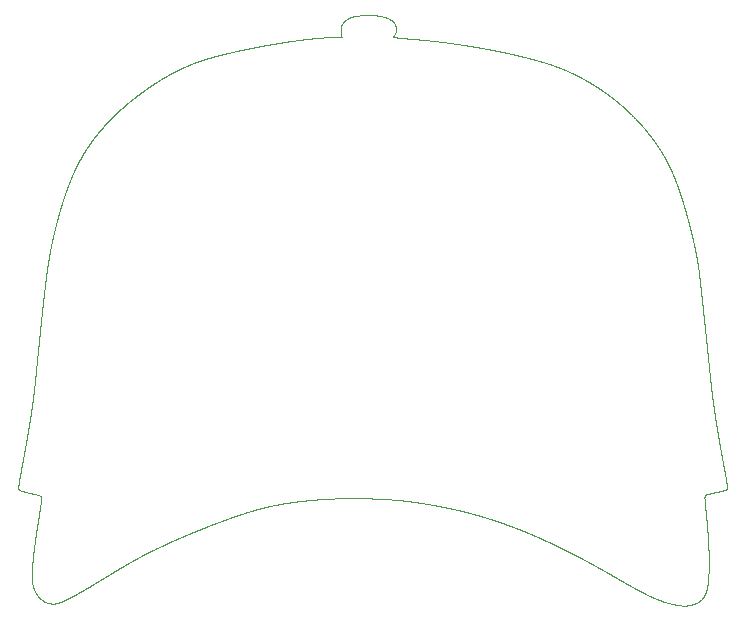
<source format=gm1>
G04 #@! TF.FileFunction,Profile,NP*
%FSLAX46Y46*%
G04 Gerber Fmt 4.6, Leading zero omitted, Abs format (unit mm)*
G04 Created by KiCad (PCBNEW 4.0.7) date 06/27/18 22:11:54*
%MOMM*%
%LPD*%
G01*
G04 APERTURE LIST*
%ADD10C,0.100000*%
G04 APERTURE END LIST*
D10*
X170407204Y-64811479D02*
X170380772Y-64811345D01*
X170380772Y-64811345D02*
X170354499Y-64811303D01*
X170354499Y-64811303D02*
X170328120Y-64811350D01*
X170328120Y-64811350D02*
X170301820Y-64811487D01*
X170301820Y-64811487D02*
X170275468Y-64811714D01*
X170275468Y-64811714D02*
X170249327Y-64812032D01*
X170249327Y-64812032D02*
X170222705Y-64812455D01*
X170222705Y-64812455D02*
X170196326Y-64812958D01*
X170196326Y-64812958D02*
X170170026Y-64813540D01*
X170170026Y-64813540D02*
X170143565Y-64814228D01*
X170143565Y-64814228D02*
X170117160Y-64814995D01*
X170117160Y-64814995D02*
X170090834Y-64815842D01*
X170090834Y-64815842D02*
X170064534Y-64816794D01*
X170064534Y-64816794D02*
X170037978Y-64817826D01*
X170037978Y-64817826D02*
X170011837Y-64818937D01*
X170011837Y-64818937D02*
X169985379Y-64820154D01*
X169985379Y-64820154D02*
X169959132Y-64821451D01*
X169959132Y-64821451D02*
X169932780Y-64822853D01*
X169932780Y-64822853D02*
X169906480Y-64824308D01*
X169906480Y-64824308D02*
X169880366Y-64825817D01*
X169880366Y-64825817D02*
X169854145Y-64827404D01*
X169854145Y-64827404D02*
X169827819Y-64829071D01*
X169827819Y-64829071D02*
X169801440Y-64830817D01*
X169801440Y-64830817D02*
X169775009Y-64832643D01*
X169775009Y-64832643D02*
X169748577Y-64834548D01*
X169748577Y-64834548D02*
X169722145Y-64836532D01*
X169722145Y-64836532D02*
X169695739Y-64838596D01*
X169695739Y-64838596D02*
X169669387Y-64840739D01*
X169669387Y-64840739D02*
X169643114Y-64842962D01*
X169643114Y-64842962D02*
X169616947Y-64845290D01*
X169616947Y-64845290D02*
X169590912Y-64847698D01*
X169590912Y-64847698D02*
X169564506Y-64850264D01*
X169564506Y-64850264D02*
X169538286Y-64852923D01*
X169538286Y-64852923D02*
X169512251Y-64855680D01*
X169512251Y-64855680D02*
X169485978Y-64858588D01*
X169485978Y-64858588D02*
X169459496Y-64861652D01*
X169459496Y-64861652D02*
X169433302Y-64864821D01*
X169433302Y-64864821D02*
X169406976Y-64868153D01*
X169406976Y-64868153D02*
X169380994Y-64871592D01*
X169380994Y-64871592D02*
X169354959Y-64875198D01*
X169354959Y-64875198D02*
X169328924Y-64878974D01*
X169328924Y-64878974D02*
X169302915Y-64882922D01*
X169302915Y-64882922D02*
X169276986Y-64887041D01*
X169276986Y-64887041D02*
X169251163Y-64891335D01*
X169251163Y-64891335D02*
X169225154Y-64895868D01*
X169225154Y-64895868D02*
X169199013Y-64900641D01*
X169199013Y-64900641D02*
X169173111Y-64905596D01*
X169173111Y-64905596D02*
X169147181Y-64910795D01*
X169147181Y-64910795D02*
X169121279Y-64916241D01*
X169121279Y-64916241D02*
X169095482Y-64921929D01*
X169095482Y-64921929D02*
X169069817Y-64927864D01*
X169069817Y-64927864D02*
X169044073Y-64934108D01*
X169044073Y-64934108D02*
X169018329Y-64940662D01*
X169018329Y-64940662D02*
X168992638Y-64947522D01*
X168992638Y-64947522D02*
X168967080Y-64954685D01*
X168967080Y-64954685D02*
X168941732Y-64962146D01*
X168941732Y-64962146D02*
X168916624Y-64969898D01*
X168916624Y-64969898D02*
X168891409Y-64978068D01*
X168891409Y-64978068D02*
X168866194Y-64986649D01*
X168866194Y-64986649D02*
X168841429Y-64995489D01*
X168841429Y-64995489D02*
X168816452Y-65004847D01*
X168816452Y-65004847D02*
X168792058Y-65014433D01*
X168792058Y-65014433D02*
X168767637Y-65024497D01*
X168767637Y-65024497D02*
X168743321Y-65035015D01*
X168743321Y-65035015D02*
X168719191Y-65045955D01*
X168719191Y-65045955D02*
X168695353Y-65057282D01*
X168695353Y-65057282D02*
X168671910Y-65068958D01*
X168671910Y-65068958D02*
X168648442Y-65081195D01*
X168648442Y-65081195D02*
X168625106Y-65093932D01*
X168625106Y-65093932D02*
X168602034Y-65107103D01*
X168602034Y-65107103D02*
X168579359Y-65120634D01*
X168579359Y-65120634D02*
X168556817Y-65134678D01*
X168556817Y-65134678D02*
X168534592Y-65149129D01*
X168534592Y-65149129D02*
X168512843Y-65163875D01*
X168512843Y-65163875D02*
X168491121Y-65179210D01*
X168491121Y-65179210D02*
X168469689Y-65194953D01*
X168469689Y-65194953D02*
X168448787Y-65210920D01*
X168448787Y-65210920D02*
X168428150Y-65227266D01*
X168428150Y-65227266D02*
X168407698Y-65244054D01*
X168407698Y-65244054D02*
X168387483Y-65261244D01*
X168387483Y-65261244D02*
X168367640Y-65278693D01*
X168367640Y-65278693D02*
X168348166Y-65296397D01*
X168348166Y-65296397D02*
X168328799Y-65314560D01*
X168328799Y-65314560D02*
X168309934Y-65332766D01*
X168309934Y-65332766D02*
X168291254Y-65351327D01*
X168291254Y-65351327D02*
X168272892Y-65370070D01*
X168272892Y-65370070D02*
X168254821Y-65389009D01*
X168254821Y-65389009D02*
X168236777Y-65408368D01*
X168236777Y-65408368D02*
X168219050Y-65427746D01*
X168219050Y-65427746D02*
X168201428Y-65447273D01*
X168201428Y-65447273D02*
X168184098Y-65466828D01*
X168184098Y-65466828D02*
X168166980Y-65486613D01*
X168166980Y-65486613D02*
X168150073Y-65506780D01*
X168150073Y-65506780D02*
X168133642Y-65527190D01*
X168133642Y-65527190D02*
X168117714Y-65547989D01*
X168117714Y-65547989D02*
X168102395Y-65569301D01*
X168102395Y-65569301D02*
X168087975Y-65591031D01*
X168087975Y-65591031D02*
X168074428Y-65613529D01*
X168074428Y-65613529D02*
X168062019Y-65636722D01*
X168062019Y-65636722D02*
X168050933Y-65660577D01*
X168050933Y-65660577D02*
X168041276Y-65685077D01*
X168041276Y-65685077D02*
X168033074Y-65710210D01*
X168033074Y-65710210D02*
X168026406Y-65735626D01*
X168026406Y-65735626D02*
X168021115Y-65761301D01*
X168021115Y-65761301D02*
X168017093Y-65787172D01*
X168017093Y-65787172D02*
X168014156Y-65813144D01*
X168014156Y-65813144D02*
X168012040Y-65839078D01*
X168012040Y-65839078D02*
X168010717Y-65865343D01*
X168010717Y-65865343D02*
X168010188Y-65891672D01*
X168010188Y-65891672D02*
X168010145Y-65917781D01*
X168010145Y-65917781D02*
X168010674Y-65944253D01*
X168010674Y-65944253D02*
X168011468Y-65970589D01*
X168011468Y-65970589D02*
X168012526Y-65997029D01*
X168012526Y-65997029D02*
X168013849Y-66023194D01*
X168013849Y-66023194D02*
X168015437Y-66049440D01*
X168015437Y-66049440D02*
X168017024Y-66075528D01*
X168017024Y-66075528D02*
X168018876Y-66101836D01*
X168018876Y-66101836D02*
X168020729Y-66127768D01*
X168020729Y-66127768D02*
X168022845Y-66153803D01*
X168022845Y-66153803D02*
X168024962Y-66179904D01*
X168024962Y-66179904D02*
X168027079Y-66205960D01*
X168027079Y-66205960D02*
X168029195Y-66232098D01*
X168029195Y-66232098D02*
X168031312Y-66258144D01*
X168031312Y-66258144D02*
X168033429Y-66284123D01*
X168033429Y-66284123D02*
X168035545Y-66310290D01*
X168035545Y-66310290D02*
X168037662Y-66336442D01*
X168037662Y-66336442D02*
X168039779Y-66362546D01*
X168039779Y-66362546D02*
X168041895Y-66388634D01*
X168041895Y-66388634D02*
X168044012Y-66415134D01*
X168044012Y-66415134D02*
X168046129Y-66441566D01*
X168046129Y-66441566D02*
X168048245Y-66467823D01*
X168048245Y-66467823D02*
X168050362Y-66494025D01*
X168050362Y-66494025D02*
X168052479Y-66520356D01*
X168052479Y-66520356D02*
X168054595Y-66546375D01*
X168054595Y-66546375D02*
X168056712Y-66572672D01*
X168056712Y-66572672D02*
X168058829Y-66598723D01*
X168058829Y-66598723D02*
X168060945Y-66624969D01*
X168060945Y-66624969D02*
X168063062Y-66651491D01*
X168063062Y-66651491D02*
X168065179Y-66677550D01*
X168065179Y-66677550D02*
X168039699Y-66677550D01*
X168039699Y-66677550D02*
X168014431Y-66677550D01*
X168014431Y-66677550D02*
X167988979Y-66677550D01*
X167988979Y-66677550D02*
X167963446Y-66677550D01*
X167963446Y-66677550D02*
X167937914Y-66677550D01*
X167937914Y-66677550D02*
X167912487Y-66677550D01*
X167912487Y-66677550D02*
X167887087Y-66677550D01*
X167887087Y-66677550D02*
X167861502Y-66677550D01*
X167861502Y-66677550D02*
X167835996Y-66677550D01*
X167835996Y-66677550D02*
X167810861Y-66677550D01*
X167810861Y-66677550D02*
X167785355Y-66677550D01*
X167785355Y-66677550D02*
X167759823Y-66677550D01*
X167759823Y-66677550D02*
X167734582Y-66677550D01*
X167734582Y-66677550D02*
X167709155Y-66677550D01*
X167709155Y-66677550D02*
X167683676Y-66677550D01*
X167683676Y-66677550D02*
X167658038Y-66677550D01*
X167658038Y-66677550D02*
X167632691Y-66677550D01*
X167632691Y-66677550D02*
X167607423Y-66677550D01*
X167607423Y-66677550D02*
X167581970Y-66677550D01*
X167581970Y-66677550D02*
X167556464Y-66677550D01*
X167556464Y-66677550D02*
X167531435Y-66677550D01*
X167531435Y-66677550D02*
X167506246Y-66677550D01*
X167506246Y-66677550D02*
X167480661Y-66677550D01*
X167480661Y-66677550D02*
X167454494Y-66677584D01*
X167454494Y-66677584D02*
X167428247Y-66677686D01*
X167428247Y-66677686D02*
X167401921Y-66677854D01*
X167401921Y-66677854D02*
X167375542Y-66678086D01*
X167375542Y-66678086D02*
X167349084Y-66678377D01*
X167349084Y-66678377D02*
X167322575Y-66678748D01*
X167322575Y-66678748D02*
X167296014Y-66679171D01*
X167296014Y-66679171D02*
X167269399Y-66679647D01*
X167269399Y-66679647D02*
X167243020Y-66680177D01*
X167243020Y-66680177D02*
X167216906Y-66680759D01*
X167216906Y-66680759D02*
X167190739Y-66681394D01*
X167190739Y-66681394D02*
X167164545Y-66682082D01*
X167164545Y-66682082D02*
X167138298Y-66682822D01*
X167138298Y-66682822D02*
X167112025Y-66683616D01*
X167112025Y-66683616D02*
X167085725Y-66684463D01*
X167085725Y-66684463D02*
X167059399Y-66685362D01*
X167059399Y-66685362D02*
X167033047Y-66686315D01*
X167033047Y-66686315D02*
X167006694Y-66687294D01*
X167006694Y-66687294D02*
X166980315Y-66688326D01*
X166980315Y-66688326D02*
X166953936Y-66689411D01*
X166953936Y-66689411D02*
X166927531Y-66690548D01*
X166927531Y-66690548D02*
X166901126Y-66691712D01*
X166901126Y-66691712D02*
X166874694Y-66692930D01*
X166874694Y-66692930D02*
X166848262Y-66694173D01*
X166848262Y-66694173D02*
X166821830Y-66695470D01*
X166821830Y-66695470D02*
X166795398Y-66696792D01*
X166795398Y-66696792D02*
X166768966Y-66698168D01*
X166768966Y-66698168D02*
X166742534Y-66699571D01*
X166742534Y-66699571D02*
X166716129Y-66701026D01*
X166716129Y-66701026D02*
X166689724Y-66702507D01*
X166689724Y-66702507D02*
X166663318Y-66704042D01*
X166663318Y-66704042D02*
X166636939Y-66705603D01*
X166636939Y-66705603D02*
X166610587Y-66707191D01*
X166610587Y-66707191D02*
X166584234Y-66708831D01*
X166584234Y-66708831D02*
X166557908Y-66710498D01*
X166557908Y-66710498D02*
X166531609Y-66712191D01*
X166531609Y-66712191D02*
X166505335Y-66713911D01*
X166505335Y-66713911D02*
X166479089Y-66715657D01*
X166479089Y-66715657D02*
X166452842Y-66717456D01*
X166452842Y-66717456D02*
X166426648Y-66719282D01*
X166426648Y-66719282D02*
X166400481Y-66721134D01*
X166400481Y-66721134D02*
X166374340Y-66723013D01*
X166374340Y-66723013D02*
X166348226Y-66724918D01*
X166348226Y-66724918D02*
X166322138Y-66726849D01*
X166322138Y-66726849D02*
X166295812Y-66728833D01*
X166295812Y-66728833D02*
X166269512Y-66730844D01*
X166269512Y-66730844D02*
X166242964Y-66732908D01*
X166242964Y-66732908D02*
X166216461Y-66734998D01*
X166216461Y-66734998D02*
X166189997Y-66737115D01*
X166189997Y-66737115D02*
X166163592Y-66739232D01*
X166163592Y-66739232D02*
X166137213Y-66741375D01*
X166137213Y-66741375D02*
X166110887Y-66743544D01*
X166110887Y-66743544D02*
X166084614Y-66745740D01*
X166084614Y-66745740D02*
X166058393Y-66747963D01*
X166058393Y-66747963D02*
X166032226Y-66750212D01*
X166032226Y-66750212D02*
X166006112Y-66752487D01*
X166006112Y-66752487D02*
X165980050Y-66754763D01*
X165980050Y-66754763D02*
X165953751Y-66757091D01*
X165953751Y-66757091D02*
X165927226Y-66759472D01*
X165927226Y-66759472D02*
X165900763Y-66761853D01*
X165900763Y-66761853D02*
X165874357Y-66764261D01*
X165874357Y-66764261D02*
X165848005Y-66766695D01*
X165848005Y-66766695D02*
X165821731Y-66769156D01*
X165821731Y-66769156D02*
X165795511Y-66771617D01*
X165795511Y-66771617D02*
X165769370Y-66774104D01*
X165769370Y-66774104D02*
X165743283Y-66776617D01*
X165743283Y-66776617D02*
X165717274Y-66779131D01*
X165717274Y-66779131D02*
X165690771Y-66781724D01*
X165690771Y-66781724D02*
X165664339Y-66784317D01*
X165664339Y-66784317D02*
X165637986Y-66786936D01*
X165637986Y-66786936D02*
X165611713Y-66789555D01*
X165611713Y-66789555D02*
X165585493Y-66792201D01*
X165585493Y-66792201D02*
X165559352Y-66794860D01*
X165559352Y-66794860D02*
X165533291Y-66797533D01*
X165533291Y-66797533D02*
X165507044Y-66800247D01*
X165507044Y-66800247D02*
X165480612Y-66803001D01*
X165480612Y-66803001D02*
X165454260Y-66805769D01*
X165454260Y-66805769D02*
X165427987Y-66808550D01*
X165427987Y-66808550D02*
X165401793Y-66811341D01*
X165401793Y-66811341D02*
X165375678Y-66814143D01*
X165375678Y-66814143D02*
X165349643Y-66816956D01*
X165349643Y-66816956D02*
X165323172Y-66819837D01*
X165323172Y-66819837D02*
X165296793Y-66822729D01*
X165296793Y-66822729D02*
X165270493Y-66825629D01*
X165270493Y-66825629D02*
X165244300Y-66828539D01*
X165244300Y-66828539D02*
X165218185Y-66831457D01*
X165218185Y-66831457D02*
X165192177Y-66834384D01*
X165192177Y-66834384D02*
X165165745Y-66837376D01*
X165165745Y-66837376D02*
X165139392Y-66840377D01*
X165139392Y-66840377D02*
X165113146Y-66843385D01*
X165113146Y-66843385D02*
X165087005Y-66846401D01*
X165087005Y-66846401D02*
X165060943Y-66849423D01*
X165060943Y-66849423D02*
X165034482Y-66852510D01*
X165034482Y-66852510D02*
X165008130Y-66855606D01*
X165008130Y-66855606D02*
X164981883Y-66858707D01*
X164981883Y-66858707D02*
X164955742Y-66861813D01*
X164955742Y-66861813D02*
X164929707Y-66864925D01*
X164929707Y-66864925D02*
X164903778Y-66868039D01*
X164903778Y-66868039D02*
X164877452Y-66871219D01*
X164877452Y-66871219D02*
X164851232Y-66874402D01*
X164851232Y-66874402D02*
X164825118Y-66877588D01*
X164825118Y-66877588D02*
X164799109Y-66880778D01*
X164799109Y-66880778D02*
X164772730Y-66884033D01*
X164772730Y-66884033D02*
X164746483Y-66887290D01*
X164746483Y-66887290D02*
X164720343Y-66890547D01*
X164720343Y-66890547D02*
X164694308Y-66893806D01*
X164694308Y-66893806D02*
X164667902Y-66897127D01*
X164667902Y-66897127D02*
X164641629Y-66900450D01*
X164641629Y-66900450D02*
X164615488Y-66903773D01*
X164615488Y-66903773D02*
X164589453Y-66907096D01*
X164589453Y-66907096D02*
X164563074Y-66910481D01*
X164563074Y-66910481D02*
X164536828Y-66913865D01*
X164536828Y-66913865D02*
X164510713Y-66917249D01*
X164510713Y-66917249D02*
X164484705Y-66920633D01*
X164484705Y-66920633D02*
X164458379Y-66924075D01*
X164458379Y-66924075D02*
X164432185Y-66927514D01*
X164432185Y-66927514D02*
X164406123Y-66930954D01*
X164406123Y-66930954D02*
X164379718Y-66934449D01*
X164379718Y-66934449D02*
X164353471Y-66937942D01*
X164353471Y-66937942D02*
X164327357Y-66941431D01*
X164327357Y-66941431D02*
X164301375Y-66944919D01*
X164301375Y-66944919D02*
X164275075Y-66948461D01*
X164275075Y-66948461D02*
X164248908Y-66952002D01*
X164248908Y-66952002D02*
X164222899Y-66955536D01*
X164222899Y-66955536D02*
X164196573Y-66959127D01*
X164196573Y-66959127D02*
X164170406Y-66962712D01*
X164170406Y-66962712D02*
X164144398Y-66966292D01*
X164144398Y-66966292D02*
X164118098Y-66969924D01*
X164118098Y-66969924D02*
X164091931Y-66973552D01*
X164091931Y-66973552D02*
X164065922Y-66977171D01*
X164065922Y-66977171D02*
X164039649Y-66980844D01*
X164039649Y-66980844D02*
X164013508Y-66984508D01*
X164013508Y-66984508D02*
X163987526Y-66988167D01*
X163987526Y-66988167D02*
X163961279Y-66991877D01*
X163961279Y-66991877D02*
X163935191Y-66995576D01*
X163935191Y-66995576D02*
X163908865Y-66999325D01*
X163908865Y-66999325D02*
X163882698Y-67003066D01*
X163882698Y-67003066D02*
X163856690Y-67006797D01*
X163856690Y-67006797D02*
X163830443Y-67010575D01*
X163830443Y-67010575D02*
X163804355Y-67014345D01*
X163804355Y-67014345D02*
X163778029Y-67018161D01*
X163778029Y-67018161D02*
X163751888Y-67021965D01*
X163751888Y-67021965D02*
X163725906Y-67025759D01*
X163725906Y-67025759D02*
X163699712Y-67029599D01*
X163699712Y-67029599D02*
X163673704Y-67033424D01*
X163673704Y-67033424D02*
X163647484Y-67037295D01*
X163647484Y-67037295D02*
X163621422Y-67041153D01*
X163621422Y-67041153D02*
X163595546Y-67044997D01*
X163595546Y-67044997D02*
X163569458Y-67048884D01*
X163569458Y-67048884D02*
X163543185Y-67052813D01*
X163543185Y-67052813D02*
X163517097Y-67056726D01*
X163517097Y-67056726D02*
X163491194Y-67060624D01*
X163491194Y-67060624D02*
X163465106Y-67064563D01*
X163465106Y-67064563D02*
X163438860Y-67068543D01*
X163438860Y-67068543D02*
X163412798Y-67072503D01*
X163412798Y-67072503D02*
X163386948Y-67076448D01*
X163386948Y-67076448D02*
X163360913Y-67080430D01*
X163360913Y-67080430D02*
X163334720Y-67084449D01*
X163334720Y-67084449D02*
X163308738Y-67088450D01*
X163308738Y-67088450D02*
X163282597Y-67092485D01*
X163282597Y-67092485D02*
X163256324Y-67096554D01*
X163256324Y-67096554D02*
X163230262Y-67100602D01*
X163230262Y-67100602D02*
X163204412Y-67104632D01*
X163204412Y-67104632D02*
X163178086Y-67108746D01*
X163178086Y-67108746D02*
X163151972Y-67112839D01*
X163151972Y-67112839D02*
X163126096Y-67116911D01*
X163126096Y-67116911D02*
X163100087Y-67121012D01*
X163100087Y-67121012D02*
X163073973Y-67125142D01*
X163073973Y-67125142D02*
X163048096Y-67129249D01*
X163048096Y-67129249D02*
X163021797Y-67133434D01*
X163021797Y-67133434D02*
X162995735Y-67137594D01*
X162995735Y-67137594D02*
X162969886Y-67141729D01*
X162969886Y-67141729D02*
X162943639Y-67145941D01*
X162943639Y-67145941D02*
X162917630Y-67150127D01*
X162917630Y-67150127D02*
X162891569Y-67154334D01*
X162891569Y-67154334D02*
X162865428Y-67158564D01*
X162865428Y-67158564D02*
X162839552Y-67162766D01*
X162839552Y-67162766D02*
X162813305Y-67167036D01*
X162813305Y-67167036D02*
X162787323Y-67171278D01*
X162787323Y-67171278D02*
X162761288Y-67175537D01*
X162761288Y-67175537D02*
X162735227Y-67179816D01*
X162735227Y-67179816D02*
X162709430Y-67184062D01*
X162709430Y-67184062D02*
X162683315Y-67188372D01*
X162683315Y-67188372D02*
X162657466Y-67192648D01*
X162657466Y-67192648D02*
X162631325Y-67196985D01*
X162631325Y-67196985D02*
X162605449Y-67201287D01*
X162605449Y-67201287D02*
X162579308Y-67205647D01*
X162579308Y-67205647D02*
X162553431Y-67209970D01*
X162553431Y-67209970D02*
X162527317Y-67214349D01*
X162527317Y-67214349D02*
X162501467Y-67218691D01*
X162501467Y-67218691D02*
X162475379Y-67223083D01*
X162475379Y-67223083D02*
X162449583Y-67227438D01*
X162449583Y-67227438D02*
X162423574Y-67231841D01*
X162423574Y-67231841D02*
X162397354Y-67236291D01*
X162397354Y-67236291D02*
X162371451Y-67240699D01*
X162371451Y-67240699D02*
X162345363Y-67245152D01*
X162345363Y-67245152D02*
X162319090Y-67249645D01*
X162319090Y-67249645D02*
X162293134Y-67254092D01*
X162293134Y-67254092D02*
X162267036Y-67258580D01*
X162267036Y-67258580D02*
X162240797Y-67263101D01*
X162240797Y-67263101D02*
X162214894Y-67267578D01*
X162214894Y-67267578D02*
X162188865Y-67272087D01*
X162188865Y-67272087D02*
X162162724Y-67276624D01*
X162162724Y-67276624D02*
X162136930Y-67281114D01*
X162136930Y-67281114D02*
X162111040Y-67285631D01*
X162111040Y-67285631D02*
X162085069Y-67290173D01*
X162085069Y-67290173D02*
X162059028Y-67294738D01*
X162059028Y-67294738D02*
X162032933Y-67299323D01*
X162032933Y-67299323D02*
X162006797Y-67303927D01*
X162006797Y-67303927D02*
X161980632Y-67308546D01*
X161980632Y-67308546D02*
X161954854Y-67313108D01*
X161954854Y-67313108D02*
X161928666Y-67317754D01*
X161928666Y-67317754D02*
X161902879Y-67322339D01*
X161902879Y-67322339D02*
X161876717Y-67327001D01*
X161876717Y-67327001D02*
X161850971Y-67331599D01*
X161850971Y-67331599D02*
X161824885Y-67336269D01*
X161824885Y-67336269D02*
X161798858Y-67340939D01*
X161798858Y-67340939D02*
X161772903Y-67345606D01*
X161772903Y-67345606D02*
X161747029Y-67350271D01*
X161747029Y-67350271D02*
X161721251Y-67354928D01*
X161721251Y-67354928D02*
X161695234Y-67359640D01*
X161695234Y-67359640D02*
X161669345Y-67364339D01*
X161669345Y-67364339D02*
X161643593Y-67369022D01*
X161643593Y-67369022D02*
X161617666Y-67373747D01*
X161617666Y-67373747D02*
X161591592Y-67378513D01*
X161591592Y-67378513D02*
X161565398Y-67383309D01*
X161565398Y-67383309D02*
X161539416Y-67388077D01*
X161539416Y-67388077D02*
X161513659Y-67392816D01*
X161513659Y-67392816D02*
X161487838Y-67397576D01*
X161487838Y-67397576D02*
X161461980Y-67402354D01*
X161461980Y-67402354D02*
X161436112Y-67407143D01*
X161436112Y-67407143D02*
X161410257Y-67411940D01*
X161410257Y-67411940D02*
X161384441Y-67416740D01*
X161384441Y-67416740D02*
X161358690Y-67421539D01*
X161358690Y-67421539D02*
X161332509Y-67426429D01*
X161332509Y-67426429D02*
X161306466Y-67431302D01*
X161306466Y-67431302D02*
X161280579Y-67436157D01*
X161280579Y-67436157D02*
X161254870Y-67440989D01*
X161254870Y-67440989D02*
X161228896Y-67445881D01*
X161228896Y-67445881D02*
X161202715Y-67450823D01*
X161202715Y-67450823D02*
X161176820Y-67455721D01*
X161176820Y-67455721D02*
X161150804Y-67460652D01*
X161150804Y-67460652D02*
X161124721Y-67465608D01*
X161124721Y-67465608D02*
X161099025Y-67470500D01*
X161099025Y-67470500D02*
X161073339Y-67475400D01*
X161073339Y-67475400D02*
X161047336Y-67480372D01*
X161047336Y-67480372D02*
X161021468Y-67485327D01*
X161021468Y-67485327D02*
X160995425Y-67490325D01*
X160995425Y-67490325D02*
X160969630Y-67495286D01*
X160969630Y-67495286D02*
X160943474Y-67500327D01*
X160943474Y-67500327D02*
X160917695Y-67505306D01*
X160917695Y-67505306D02*
X160891729Y-67510331D01*
X160891729Y-67510331D02*
X160865684Y-67515382D01*
X160865684Y-67515382D02*
X160839662Y-67520438D01*
X160839662Y-67520438D02*
X160813767Y-67525481D01*
X160813767Y-67525481D02*
X160788092Y-67530489D01*
X160788092Y-67530489D02*
X160762247Y-67535543D01*
X160762247Y-67535543D02*
X160736395Y-67540607D01*
X160736395Y-67540607D02*
X160710683Y-67545655D01*
X160710683Y-67545655D02*
X160684851Y-67550735D01*
X160684851Y-67550735D02*
X160659110Y-67555807D01*
X160659110Y-67555807D02*
X160632945Y-67560975D01*
X160632945Y-67560975D02*
X160607022Y-67566105D01*
X160607022Y-67566105D02*
X160580965Y-67571272D01*
X160580965Y-67571272D02*
X160554867Y-67576458D01*
X160554867Y-67576458D02*
X160529136Y-67581580D01*
X160529136Y-67581580D02*
X160503231Y-67586748D01*
X160503231Y-67586748D02*
X160477373Y-67591915D01*
X160477373Y-67591915D02*
X160451555Y-67597085D01*
X160451555Y-67597085D02*
X160425465Y-67602318D01*
X160425465Y-67602318D02*
X160399707Y-67607496D01*
X160399707Y-67607496D02*
X160373815Y-67612711D01*
X160373815Y-67612711D02*
X160347711Y-67617979D01*
X160347711Y-67617979D02*
X160321901Y-67623199D01*
X160321901Y-67623199D02*
X160296083Y-67628430D01*
X160296083Y-67628430D02*
X160270199Y-67633682D01*
X160270199Y-67633682D02*
X160244476Y-67638908D01*
X160244476Y-67638908D02*
X160218410Y-67644210D01*
X160218410Y-67644210D02*
X160192507Y-67649486D01*
X160192507Y-67649486D02*
X160166766Y-67654738D01*
X160166766Y-67654738D02*
X160140693Y-67660064D01*
X160140693Y-67660064D02*
X160114788Y-67665363D01*
X160114788Y-67665363D02*
X160089047Y-67670636D01*
X160089047Y-67670636D02*
X160062985Y-67675984D01*
X160062985Y-67675984D02*
X160037093Y-67681304D01*
X160037093Y-67681304D02*
X160011365Y-67686599D01*
X160011365Y-67686599D02*
X159985330Y-67691962D01*
X159985330Y-67691962D02*
X159959464Y-67697298D01*
X159959464Y-67697298D02*
X159933302Y-67702704D01*
X159933302Y-67702704D02*
X159907312Y-67708083D01*
X159907312Y-67708083D02*
X159881494Y-67713435D01*
X159881494Y-67713435D02*
X159855846Y-67718761D01*
X159855846Y-67718761D02*
X159829911Y-67724154D01*
X159829911Y-67724154D02*
X159804151Y-67729519D01*
X159804151Y-67729519D02*
X159778114Y-67734951D01*
X159778114Y-67734951D02*
X159752253Y-67740354D01*
X159752253Y-67740354D02*
X159726568Y-67745730D01*
X159726568Y-67745730D02*
X159700617Y-67751170D01*
X159700617Y-67751170D02*
X159674844Y-67756581D01*
X159674844Y-67756581D02*
X159648815Y-67762055D01*
X159648815Y-67762055D02*
X159622965Y-67767500D01*
X159622965Y-67767500D02*
X159597295Y-67772919D01*
X159597295Y-67772919D02*
X159571379Y-67778399D01*
X159571379Y-67778399D02*
X159545646Y-67783849D01*
X159545646Y-67783849D02*
X159519674Y-67789360D01*
X159519674Y-67789360D02*
X159493885Y-67794840D01*
X159493885Y-67794840D02*
X159467869Y-67800380D01*
X159467869Y-67800380D02*
X159442037Y-67805889D01*
X159442037Y-67805889D02*
X159415986Y-67811456D01*
X159415986Y-67811456D02*
X159390123Y-67816993D01*
X159390123Y-67816993D02*
X159364448Y-67822502D01*
X159364448Y-67822502D02*
X159338561Y-67828066D01*
X159338561Y-67828066D02*
X159312471Y-67833686D01*
X159312471Y-67833686D02*
X159286573Y-67839274D01*
X159286573Y-67839274D02*
X159260869Y-67844830D01*
X159260869Y-67844830D02*
X159234969Y-67850439D01*
X159234969Y-67850439D02*
X159208881Y-67856101D01*
X159208881Y-67856101D02*
X159182992Y-67861732D01*
X159182992Y-67861732D02*
X159157298Y-67867333D01*
X159157298Y-67867333D02*
X159131424Y-67872984D01*
X159131424Y-67872984D02*
X159105379Y-67878686D01*
X159105379Y-67878686D02*
X159079534Y-67884356D01*
X159079534Y-67884356D02*
X159053888Y-67889992D01*
X159053888Y-67889992D02*
X159028078Y-67895678D01*
X159028078Y-67895678D02*
X159002109Y-67901411D01*
X159002109Y-67901411D02*
X158976347Y-67907110D01*
X158976347Y-67907110D02*
X158950431Y-67912857D01*
X158950431Y-67912857D02*
X158924372Y-67918649D01*
X158924372Y-67918649D02*
X158898522Y-67924406D01*
X158898522Y-67924406D02*
X158872882Y-67930132D01*
X158872882Y-67930132D02*
X158847103Y-67935902D01*
X158847103Y-67935902D02*
X158821193Y-67941715D01*
X158821193Y-67941715D02*
X158795494Y-67947494D01*
X158795494Y-67947494D02*
X158769670Y-67953315D01*
X158769670Y-67953315D02*
X158743728Y-67959175D01*
X158743728Y-67959175D02*
X158718002Y-67965001D01*
X158718002Y-67965001D02*
X158692166Y-67970870D01*
X158692166Y-67970870D02*
X158666221Y-67976775D01*
X158666221Y-67976775D02*
X158640498Y-67982646D01*
X158640498Y-67982646D02*
X158614675Y-67988554D01*
X158614675Y-67988554D02*
X158588756Y-67994500D01*
X158588756Y-67994500D02*
X158563062Y-68000410D01*
X158563062Y-68000410D02*
X158537279Y-68006356D01*
X158537279Y-68006356D02*
X158511413Y-68012335D01*
X158511413Y-68012335D02*
X158485775Y-68018280D01*
X158485775Y-68018280D02*
X158459756Y-68024329D01*
X158459756Y-68024329D02*
X158433970Y-68030340D01*
X158433970Y-68030340D02*
X158408413Y-68036314D01*
X158408413Y-68036314D02*
X158382495Y-68042389D01*
X158382495Y-68042389D02*
X158356812Y-68048427D01*
X158356812Y-68048427D02*
X158331073Y-68054497D01*
X158331073Y-68054497D02*
X158305282Y-68060595D01*
X158305282Y-68060595D02*
X158279728Y-68066654D01*
X158279728Y-68066654D02*
X158253847Y-68072808D01*
X158253847Y-68072808D02*
X158228208Y-68078923D01*
X158228208Y-68078923D02*
X158202255Y-68085133D01*
X158202255Y-68085133D02*
X158176549Y-68091300D01*
X158176549Y-68091300D02*
X158151085Y-68097428D01*
X158151085Y-68097428D02*
X158125325Y-68103646D01*
X158125325Y-68103646D02*
X158099814Y-68109824D01*
X158099814Y-68109824D02*
X158074020Y-68116089D01*
X158074020Y-68116089D02*
X158048477Y-68122315D01*
X158048477Y-68122315D02*
X158022667Y-68128625D01*
X158022667Y-68128625D02*
X157997111Y-68134893D01*
X157997111Y-68134893D02*
X157971303Y-68141243D01*
X157971303Y-68141243D02*
X157945752Y-68147550D01*
X157945752Y-68147550D02*
X157919961Y-68153940D01*
X157919961Y-68153940D02*
X157894431Y-68160285D01*
X157894431Y-68160285D02*
X157868674Y-68166709D01*
X157868674Y-68166709D02*
X157843181Y-68173088D01*
X157843181Y-68173088D02*
X157817472Y-68179544D01*
X157817472Y-68179544D02*
X157792030Y-68185955D01*
X157792030Y-68185955D02*
X157766386Y-68192437D01*
X157766386Y-68192437D02*
X157740550Y-68198991D01*
X157740550Y-68198991D02*
X157714988Y-68205500D01*
X157714988Y-68205500D02*
X157689247Y-68212077D01*
X157689247Y-68212077D02*
X157663783Y-68218607D01*
X157663783Y-68218607D02*
X157638151Y-68225203D01*
X157638151Y-68225203D02*
X157612362Y-68231865D01*
X157612362Y-68231865D02*
X157586856Y-68238480D01*
X157586856Y-68238480D02*
X157561202Y-68245158D01*
X157561202Y-68245158D02*
X157535834Y-68251786D01*
X157535834Y-68251786D02*
X157510328Y-68258474D01*
X157510328Y-68258474D02*
X157484698Y-68265221D01*
X157484698Y-68265221D02*
X157459358Y-68271918D01*
X157459358Y-68271918D02*
X157433900Y-68278673D01*
X157433900Y-68278673D02*
X157408336Y-68285480D01*
X157408336Y-68285480D02*
X157382674Y-68292344D01*
X157382674Y-68292344D02*
X157356922Y-68299257D01*
X157356922Y-68299257D02*
X157331477Y-68306115D01*
X157331477Y-68306115D02*
X157305953Y-68313024D01*
X157305953Y-68313024D02*
X157280357Y-68319979D01*
X157280357Y-68319979D02*
X157255068Y-68326880D01*
X157255068Y-68326880D02*
X157229351Y-68333926D01*
X157229351Y-68333926D02*
X157203951Y-68340916D01*
X157203951Y-68340916D02*
X157178503Y-68347946D01*
X157178503Y-68347946D02*
X157153019Y-68355018D01*
X157153019Y-68355018D02*
X157127502Y-68362128D01*
X157127502Y-68362128D02*
X157101965Y-68369274D01*
X157101965Y-68369274D02*
X157076414Y-68376455D01*
X157076414Y-68376455D02*
X157050855Y-68383670D01*
X157050855Y-68383670D02*
X157025627Y-68390824D01*
X157025627Y-68390824D02*
X157000071Y-68398103D01*
X157000071Y-68398103D02*
X156974853Y-68405315D01*
X156974853Y-68405315D02*
X156949332Y-68412650D01*
X156949332Y-68412650D02*
X156924151Y-68419918D01*
X156924151Y-68419918D02*
X156898688Y-68427300D01*
X156898688Y-68427300D02*
X156873267Y-68434705D01*
X156873267Y-68434705D02*
X156847893Y-68442130D01*
X156847893Y-68442130D02*
X156822276Y-68449660D01*
X156822276Y-68449660D02*
X156797019Y-68457118D01*
X156797019Y-68457118D02*
X156771540Y-68464677D01*
X156771540Y-68464677D02*
X156746425Y-68472162D01*
X156746425Y-68472162D02*
X156721107Y-68479745D01*
X156721107Y-68479745D02*
X156695602Y-68487421D01*
X156695602Y-68487421D02*
X156670474Y-68495017D01*
X156670474Y-68495017D02*
X156645177Y-68502701D01*
X156645177Y-68502701D02*
X156619730Y-68510469D01*
X156619730Y-68510469D02*
X156594668Y-68518155D01*
X156594668Y-68518155D02*
X156569472Y-68525920D01*
X156569472Y-68525920D02*
X156544159Y-68533760D01*
X156544159Y-68533760D02*
X156518743Y-68541671D01*
X156518743Y-68541671D02*
X156493240Y-68549648D01*
X156493240Y-68549648D02*
X156468147Y-68557536D01*
X156468147Y-68557536D02*
X156442980Y-68565486D01*
X156442980Y-68565486D02*
X156417755Y-68573495D01*
X156417755Y-68573495D02*
X156392487Y-68581557D01*
X156392487Y-68581557D02*
X156367190Y-68589669D01*
X156367190Y-68589669D02*
X156341877Y-68597829D01*
X156341877Y-68597829D02*
X156316562Y-68606031D01*
X156316562Y-68606031D02*
X156291257Y-68614270D01*
X156291257Y-68614270D02*
X156265976Y-68622544D01*
X156265976Y-68622544D02*
X156240730Y-68630849D01*
X156240730Y-68630849D02*
X156215531Y-68639181D01*
X156215531Y-68639181D02*
X156190393Y-68647536D01*
X156190393Y-68647536D02*
X156165326Y-68655910D01*
X156165326Y-68655910D02*
X156140342Y-68664300D01*
X156140342Y-68664300D02*
X156115450Y-68672701D01*
X156115450Y-68672701D02*
X156090293Y-68681236D01*
X156090293Y-68681236D02*
X156065264Y-68689772D01*
X156065264Y-68689772D02*
X156040372Y-68698304D01*
X156040372Y-68698304D02*
X156015278Y-68706951D01*
X156015278Y-68706951D02*
X155990355Y-68715582D01*
X155990355Y-68715582D02*
X155965611Y-68724197D01*
X155965611Y-68724197D02*
X155940724Y-68732904D01*
X155940724Y-68732904D02*
X155915726Y-68741699D01*
X155915726Y-68741699D02*
X155890644Y-68750568D01*
X155890644Y-68750568D02*
X155865503Y-68759505D01*
X155865503Y-68759505D02*
X155840630Y-68768393D01*
X155840630Y-68768393D02*
X155815738Y-68777333D01*
X155815738Y-68777333D02*
X155790851Y-68786318D01*
X155790851Y-68786318D02*
X155765993Y-68795340D01*
X155765993Y-68795340D02*
X155740919Y-68804490D01*
X155740919Y-68804490D02*
X155715934Y-68813655D01*
X155715934Y-68813655D02*
X155691061Y-68822825D01*
X155691061Y-68822825D02*
X155666322Y-68831993D01*
X155666322Y-68831993D02*
X155641737Y-68841150D01*
X155641737Y-68841150D02*
X155616848Y-68850472D01*
X155616848Y-68850472D02*
X155592175Y-68859759D01*
X155592175Y-68859759D02*
X155567286Y-68869175D01*
X155567286Y-68869175D02*
X155542677Y-68878533D01*
X155542677Y-68878533D02*
X155517933Y-68887990D01*
X155517933Y-68887990D02*
X155493110Y-68897525D01*
X155493110Y-68897525D02*
X155468258Y-68907122D01*
X155468258Y-68907122D02*
X155443427Y-68916760D01*
X155443427Y-68916760D02*
X155418664Y-68926420D01*
X155418664Y-68926420D02*
X155394016Y-68936086D01*
X155394016Y-68936086D02*
X155369526Y-68945735D01*
X155369526Y-68945735D02*
X155344898Y-68955487D01*
X155344898Y-68955487D02*
X155320210Y-68965314D01*
X155320210Y-68965314D02*
X155295850Y-68975059D01*
X155295850Y-68975059D02*
X155271252Y-68984946D01*
X155271252Y-68984946D02*
X155246518Y-68994937D01*
X155246518Y-68994937D02*
X155222031Y-69004877D01*
X155222031Y-69004877D02*
X155197586Y-69014849D01*
X155197586Y-69014849D02*
X155173025Y-69024917D01*
X155173025Y-69024917D02*
X155148712Y-69034929D01*
X155148712Y-69034929D02*
X155124278Y-69045038D01*
X155124278Y-69045038D02*
X155099870Y-69055185D01*
X155099870Y-69055185D02*
X155075632Y-69065311D01*
X155075632Y-69065311D02*
X155051314Y-69075516D01*
X155051314Y-69075516D02*
X155027113Y-69085721D01*
X155027113Y-69085721D02*
X155002874Y-69095986D01*
X155002874Y-69095986D02*
X154978532Y-69106345D01*
X154978532Y-69106345D02*
X154954093Y-69116791D01*
X154954093Y-69116791D02*
X154929637Y-69127289D01*
X154929637Y-69127289D02*
X154905550Y-69137677D01*
X154905550Y-69137677D02*
X154881322Y-69148173D01*
X154881322Y-69148173D02*
X154857155Y-69158687D01*
X154857155Y-69158687D02*
X154833043Y-69169223D01*
X154833043Y-69169223D02*
X154808696Y-69179910D01*
X154808696Y-69179910D02*
X154784675Y-69190498D01*
X154784675Y-69190498D02*
X154760540Y-69201182D01*
X154760540Y-69201182D02*
X154736216Y-69211993D01*
X154736216Y-69211993D02*
X154712176Y-69222722D01*
X154712176Y-69222722D02*
X154688136Y-69233496D01*
X154688136Y-69233496D02*
X154663988Y-69244367D01*
X154663988Y-69244367D02*
X154639905Y-69255266D01*
X154639905Y-69255266D02*
X154615887Y-69266190D01*
X154615887Y-69266190D02*
X154591931Y-69277141D01*
X154591931Y-69277141D02*
X154568042Y-69288116D01*
X154568042Y-69288116D02*
X154544216Y-69299115D01*
X154544216Y-69299115D02*
X154520457Y-69310138D01*
X154520457Y-69310138D02*
X154496763Y-69321181D01*
X154496763Y-69321181D02*
X154472766Y-69332418D01*
X154472766Y-69332418D02*
X154448837Y-69343676D01*
X154448837Y-69343676D02*
X154424977Y-69354955D01*
X154424977Y-69354955D02*
X154401185Y-69366253D01*
X154401185Y-69366253D02*
X154377463Y-69377569D01*
X154377463Y-69377569D02*
X154353446Y-69389079D01*
X154353446Y-69389079D02*
X154329502Y-69400604D01*
X154329502Y-69400604D02*
X154305628Y-69412148D01*
X154305628Y-69412148D02*
X154281826Y-69423705D01*
X154281826Y-69423705D02*
X154258099Y-69435278D01*
X154258099Y-69435278D02*
X154234445Y-69446864D01*
X154234445Y-69446864D02*
X154210862Y-69458463D01*
X154210862Y-69458463D02*
X154187354Y-69470076D01*
X154187354Y-69470076D02*
X154163920Y-69481699D01*
X154163920Y-69481699D02*
X154140205Y-69493512D01*
X154140205Y-69493512D02*
X154116565Y-69505334D01*
X154116565Y-69505334D02*
X154093001Y-69517166D01*
X154093001Y-69517166D02*
X154069514Y-69529009D01*
X154069514Y-69529009D02*
X154045755Y-69541037D01*
X154045755Y-69541037D02*
X154022074Y-69553073D01*
X154022074Y-69553073D02*
X153998473Y-69565114D01*
X153998473Y-69565114D02*
X153974952Y-69577163D01*
X153974952Y-69577163D02*
X153951510Y-69589217D01*
X153951510Y-69589217D02*
X153928150Y-69601277D01*
X153928150Y-69601277D02*
X153904869Y-69613339D01*
X153904869Y-69613339D02*
X153881668Y-69625407D01*
X153881668Y-69625407D02*
X153858207Y-69637655D01*
X153858207Y-69637655D02*
X153834829Y-69649905D01*
X153834829Y-69649905D02*
X153811532Y-69662155D01*
X153811532Y-69662155D02*
X153787982Y-69674585D01*
X153787982Y-69674585D02*
X153764516Y-69687015D01*
X153764516Y-69687015D02*
X153741137Y-69699445D01*
X153741137Y-69699445D02*
X153717843Y-69711876D01*
X153717843Y-69711876D02*
X153694634Y-69724303D01*
X153694634Y-69724303D02*
X153671512Y-69736728D01*
X153671512Y-69736728D02*
X153648475Y-69749150D01*
X153648475Y-69749150D02*
X153625197Y-69761747D01*
X153625197Y-69761747D02*
X153602006Y-69774338D01*
X153602006Y-69774338D02*
X153578903Y-69786925D01*
X153578903Y-69786925D02*
X153555564Y-69799683D01*
X153555564Y-69799683D02*
X153532315Y-69812436D01*
X153532315Y-69812436D02*
X153509158Y-69825181D01*
X153509158Y-69825181D02*
X153486092Y-69837918D01*
X153486092Y-69837918D02*
X153463116Y-69850647D01*
X153463116Y-69850647D02*
X153440232Y-69863368D01*
X153440232Y-69863368D02*
X153417120Y-69876256D01*
X153417120Y-69876256D02*
X153394102Y-69889133D01*
X153394102Y-69889133D02*
X153370863Y-69902177D01*
X153370863Y-69902177D02*
X153347720Y-69915208D01*
X153347720Y-69915208D02*
X153324672Y-69928228D01*
X153324672Y-69928228D02*
X153301720Y-69941235D01*
X153301720Y-69941235D02*
X153278862Y-69954229D01*
X153278862Y-69954229D02*
X153256100Y-69967209D01*
X153256100Y-69967209D02*
X153233129Y-69980348D01*
X153233129Y-69980348D02*
X153210256Y-69993474D01*
X153210256Y-69993474D02*
X153187176Y-70006759D01*
X153187176Y-70006759D02*
X153164197Y-70020028D01*
X153164197Y-70020028D02*
X153141319Y-70033278D01*
X153141319Y-70033278D02*
X153118538Y-70046510D01*
X153118538Y-70046510D02*
X153095858Y-70059723D01*
X153095858Y-70059723D02*
X153073278Y-70072918D01*
X153073278Y-70072918D02*
X153050501Y-70086266D01*
X153050501Y-70086266D02*
X153027532Y-70099768D01*
X153027532Y-70099768D02*
X153004667Y-70113249D01*
X153004667Y-70113249D02*
X152981907Y-70126708D01*
X152981907Y-70126708D02*
X152959251Y-70140143D01*
X152959251Y-70140143D02*
X152936698Y-70153555D01*
X152936698Y-70153555D02*
X152913962Y-70167115D01*
X152913962Y-70167115D02*
X152891332Y-70180651D01*
X152891332Y-70180651D02*
X152868523Y-70194333D01*
X152868523Y-70194333D02*
X152845821Y-70207990D01*
X152845821Y-70207990D02*
X152823229Y-70221619D01*
X152823229Y-70221619D02*
X152800744Y-70235221D01*
X152800744Y-70235221D02*
X152778369Y-70248797D01*
X152778369Y-70248797D02*
X152755821Y-70262513D01*
X152755821Y-70262513D02*
X152733106Y-70276369D01*
X152733106Y-70276369D02*
X152710506Y-70290197D01*
X152710506Y-70290197D02*
X152688016Y-70303992D01*
X152688016Y-70303992D02*
X152665638Y-70317758D01*
X152665638Y-70317758D02*
X152643373Y-70331493D01*
X152643373Y-70331493D02*
X152620949Y-70345362D01*
X152620949Y-70345362D02*
X152598370Y-70359367D01*
X152598370Y-70359367D02*
X152575907Y-70373337D01*
X152575907Y-70373337D02*
X152553560Y-70387272D01*
X152553560Y-70387272D02*
X152531327Y-70401171D01*
X152531327Y-70401171D02*
X152508946Y-70415199D01*
X152508946Y-70415199D02*
X152486422Y-70429357D01*
X152486422Y-70429357D02*
X152464017Y-70443478D01*
X152464017Y-70443478D02*
X152441731Y-70457559D01*
X152441731Y-70457559D02*
X152419565Y-70471603D01*
X152419565Y-70471603D02*
X152397260Y-70485771D01*
X152397260Y-70485771D02*
X152374823Y-70500061D01*
X152374823Y-70500061D02*
X152352511Y-70514309D01*
X152352511Y-70514309D02*
X152330321Y-70528515D01*
X152330321Y-70528515D02*
X152308252Y-70542678D01*
X152308252Y-70542678D02*
X152286056Y-70556960D01*
X152286056Y-70556960D02*
X152263738Y-70571359D01*
X152263738Y-70571359D02*
X152241548Y-70585712D01*
X152241548Y-70585712D02*
X152219481Y-70600021D01*
X152219481Y-70600021D02*
X152197542Y-70614285D01*
X152197542Y-70614285D02*
X152175243Y-70628818D01*
X152175243Y-70628818D02*
X152153074Y-70643304D01*
X152153074Y-70643304D02*
X152131036Y-70657740D01*
X152131036Y-70657740D02*
X152109126Y-70672128D01*
X152109126Y-70672128D02*
X152086872Y-70686778D01*
X152086872Y-70686778D02*
X152064753Y-70701378D01*
X152064753Y-70701378D02*
X152042766Y-70715924D01*
X152042766Y-70715924D02*
X152020912Y-70730421D01*
X152020912Y-70730421D02*
X151998729Y-70745171D01*
X151998729Y-70745171D02*
X151976681Y-70759869D01*
X151976681Y-70759869D02*
X151954771Y-70774511D01*
X151954771Y-70774511D02*
X151932996Y-70789098D01*
X151932996Y-70789098D02*
X151910906Y-70803933D01*
X151910906Y-70803933D02*
X151888956Y-70818710D01*
X151888956Y-70818710D02*
X151867146Y-70833428D01*
X151867146Y-70833428D02*
X151845477Y-70848089D01*
X151845477Y-70848089D02*
X151823506Y-70862990D01*
X151823506Y-70862990D02*
X151801678Y-70877828D01*
X151801678Y-70877828D02*
X151779993Y-70892605D01*
X151779993Y-70892605D02*
X151758016Y-70907615D01*
X151758016Y-70907615D02*
X151736188Y-70922561D01*
X151736188Y-70922561D02*
X151714506Y-70937444D01*
X151714506Y-70937444D02*
X151692545Y-70952554D01*
X151692545Y-70952554D02*
X151670735Y-70967596D01*
X151670735Y-70967596D02*
X151649074Y-70982571D01*
X151649074Y-70982571D02*
X151627561Y-70997481D01*
X151627561Y-70997481D02*
X151605786Y-71012607D01*
X151605786Y-71012607D02*
X151584164Y-71027664D01*
X151584164Y-71027664D02*
X151562693Y-71042650D01*
X151562693Y-71042650D02*
X151540971Y-71057848D01*
X151540971Y-71057848D02*
X151519402Y-71072974D01*
X151519402Y-71072974D02*
X151497989Y-71088026D01*
X151497989Y-71088026D02*
X151476336Y-71103285D01*
X151476336Y-71103285D02*
X151454841Y-71118467D01*
X151454841Y-71118467D02*
X151433116Y-71133847D01*
X151433116Y-71133847D02*
X151411552Y-71149150D01*
X151411552Y-71149150D02*
X151390150Y-71164375D01*
X151390150Y-71164375D02*
X151368528Y-71179789D01*
X151368528Y-71179789D02*
X151347071Y-71195124D01*
X151347071Y-71195124D02*
X151325404Y-71210645D01*
X151325404Y-71210645D02*
X151303904Y-71226081D01*
X151303904Y-71226081D02*
X151282571Y-71241434D01*
X151282571Y-71241434D02*
X151261039Y-71256968D01*
X151261039Y-71256968D02*
X151239679Y-71272415D01*
X151239679Y-71272415D02*
X151218129Y-71288033D01*
X151218129Y-71288033D02*
X151196753Y-71303564D01*
X151196753Y-71303564D02*
X151175549Y-71319005D01*
X151175549Y-71319005D02*
X151154166Y-71334613D01*
X151154166Y-71334613D02*
X151132957Y-71350128D01*
X151132957Y-71350128D02*
X151111578Y-71365805D01*
X151111578Y-71365805D02*
X151090380Y-71381386D01*
X151090380Y-71381386D02*
X151069020Y-71397123D01*
X151069020Y-71397123D02*
X151047840Y-71412763D01*
X151047840Y-71412763D02*
X151026507Y-71428550D01*
X151026507Y-71428550D02*
X151005359Y-71444238D01*
X151005359Y-71444238D02*
X150984068Y-71460070D01*
X150984068Y-71460070D02*
X150962962Y-71475800D01*
X150962962Y-71475800D02*
X150941721Y-71491667D01*
X150941721Y-71491667D02*
X150920671Y-71507428D01*
X150920671Y-71507428D02*
X150899494Y-71523322D01*
X150899494Y-71523322D02*
X150878195Y-71539342D01*
X150878195Y-71539342D02*
X150857091Y-71555254D01*
X150857091Y-71555254D02*
X150836184Y-71571055D01*
X150836184Y-71571055D02*
X150815166Y-71586975D01*
X150815166Y-71586975D02*
X150794044Y-71603011D01*
X150794044Y-71603011D02*
X150773123Y-71618934D01*
X150773123Y-71618934D02*
X150752105Y-71634965D01*
X150752105Y-71634965D02*
X150730996Y-71651102D01*
X150730996Y-71651102D02*
X150710094Y-71667120D01*
X150710094Y-71667120D02*
X150689110Y-71683238D01*
X150689110Y-71683238D02*
X150668052Y-71699452D01*
X150668052Y-71699452D02*
X150647205Y-71715539D01*
X150647205Y-71715539D02*
X150626290Y-71731715D01*
X150626290Y-71731715D02*
X150605314Y-71747979D01*
X150605314Y-71747979D02*
X150584555Y-71764111D01*
X150584555Y-71764111D02*
X150563740Y-71780325D01*
X150563740Y-71780325D02*
X150542878Y-71796612D01*
X150542878Y-71796612D02*
X150522237Y-71812765D01*
X150522237Y-71812765D02*
X150501293Y-71829193D01*
X150501293Y-71829193D02*
X150480576Y-71845478D01*
X150480576Y-71845478D02*
X150459830Y-71861827D01*
X150459830Y-71861827D02*
X150439060Y-71878231D01*
X150439060Y-71878231D02*
X150418523Y-71894490D01*
X150418523Y-71894490D02*
X150397722Y-71910997D01*
X150397722Y-71910997D02*
X150377158Y-71927354D01*
X150377158Y-71927354D02*
X150356349Y-71943946D01*
X150356349Y-71943946D02*
X150335783Y-71960381D01*
X150335783Y-71960381D02*
X150314987Y-71977042D01*
X150314987Y-71977042D02*
X150294439Y-71993539D01*
X150294439Y-71993539D02*
X150273680Y-72010247D01*
X150273680Y-72010247D02*
X150253175Y-72026792D01*
X150253175Y-72026792D02*
X150232471Y-72043535D01*
X150232471Y-72043535D02*
X150212029Y-72060106D01*
X150212029Y-72060106D02*
X150191405Y-72076864D01*
X150191405Y-72076864D02*
X150171045Y-72093446D01*
X150171045Y-72093446D02*
X150150519Y-72110202D01*
X150150519Y-72110202D02*
X150130263Y-72126778D01*
X150130263Y-72126778D02*
X150109855Y-72143518D01*
X150109855Y-72143518D02*
X150089310Y-72160412D01*
X150089310Y-72160412D02*
X150069046Y-72177115D01*
X150069046Y-72177115D02*
X150048657Y-72193958D01*
X150048657Y-72193958D02*
X150028160Y-72210934D01*
X150028160Y-72210934D02*
X150007954Y-72227711D01*
X150007954Y-72227711D02*
X149987649Y-72244607D01*
X149987649Y-72244607D02*
X149967261Y-72261615D01*
X149967261Y-72261615D02*
X149947174Y-72278413D01*
X149947174Y-72278413D02*
X149927015Y-72295312D01*
X149927015Y-72295312D02*
X149906795Y-72312301D01*
X149906795Y-72312301D02*
X149886531Y-72329372D01*
X149886531Y-72329372D02*
X149866230Y-72346514D01*
X149866230Y-72346514D02*
X149846248Y-72363429D01*
X149846248Y-72363429D02*
X149826243Y-72380405D01*
X149826243Y-72380405D02*
X149806225Y-72397433D01*
X149806225Y-72397433D02*
X149786204Y-72414504D01*
X149786204Y-72414504D02*
X149766191Y-72431610D01*
X149766191Y-72431610D02*
X149746199Y-72448741D01*
X149746199Y-72448741D02*
X149726236Y-72465892D01*
X149726236Y-72465892D02*
X149706313Y-72483050D01*
X149706313Y-72483050D02*
X149686437Y-72500208D01*
X149686437Y-72500208D02*
X149666326Y-72517612D01*
X149666326Y-72517612D02*
X149646295Y-72534993D01*
X149646295Y-72534993D02*
X149626350Y-72552342D01*
X149626350Y-72552342D02*
X149606504Y-72569648D01*
X149606504Y-72569648D02*
X149586763Y-72586907D01*
X149586763Y-72586907D02*
X149566867Y-72604346D01*
X149566867Y-72604346D02*
X149546840Y-72621943D01*
X149546840Y-72621943D02*
X149527222Y-72639226D01*
X149527222Y-72639226D02*
X149507500Y-72656643D01*
X149507500Y-72656643D02*
X149487695Y-72674180D01*
X149487695Y-72674180D02*
X149467831Y-72691814D01*
X149467831Y-72691814D02*
X149447929Y-72709528D01*
X149447929Y-72709528D02*
X149428244Y-72727096D01*
X149428244Y-72727096D02*
X149408553Y-72744715D01*
X149408553Y-72744715D02*
X149388876Y-72762365D01*
X149388876Y-72762365D02*
X149369236Y-72780032D01*
X149369236Y-72780032D02*
X149349440Y-72797883D01*
X149349440Y-72797883D02*
X149329729Y-72815705D01*
X149329729Y-72815705D02*
X149310120Y-72833483D01*
X149310120Y-72833483D02*
X149290631Y-72851199D01*
X149290631Y-72851199D02*
X149271280Y-72868836D01*
X149271280Y-72868836D02*
X149251711Y-72886717D01*
X149251711Y-72886717D02*
X149232333Y-72904473D01*
X149232333Y-72904473D02*
X149212809Y-72922409D01*
X149212809Y-72922409D02*
X149193524Y-72940176D01*
X149193524Y-72940176D02*
X149174162Y-72958062D01*
X149174162Y-72958062D02*
X149154765Y-72976030D01*
X149154765Y-72976030D02*
X149135374Y-72994042D01*
X149135374Y-72994042D02*
X149116027Y-73012063D01*
X149116027Y-73012063D02*
X149096763Y-73030055D01*
X149096763Y-73030055D02*
X149077343Y-73048245D01*
X149077343Y-73048245D02*
X149058094Y-73066324D01*
X149058094Y-73066324D02*
X149039055Y-73084257D01*
X149039055Y-73084257D02*
X149019756Y-73102485D01*
X149019756Y-73102485D02*
X149000764Y-73120474D01*
X149000764Y-73120474D02*
X148981648Y-73138629D01*
X148981648Y-73138629D02*
X148962492Y-73156878D01*
X148962492Y-73156878D02*
X148943373Y-73175142D01*
X148943373Y-73175142D02*
X148924371Y-73193348D01*
X148924371Y-73193348D02*
X148905176Y-73211792D01*
X148905176Y-73211792D02*
X148886271Y-73230008D01*
X148886271Y-73230008D02*
X148867380Y-73248267D01*
X148867380Y-73248267D02*
X148848298Y-73266764D01*
X148848298Y-73266764D02*
X148829486Y-73285052D01*
X148829486Y-73285052D02*
X148810481Y-73303584D01*
X148810481Y-73303584D02*
X148791746Y-73321906D01*
X148791746Y-73321906D02*
X148772929Y-73340363D01*
X148772929Y-73340363D02*
X148754260Y-73358731D01*
X148754260Y-73358731D02*
X148735543Y-73377201D01*
X148735543Y-73377201D02*
X148716710Y-73395844D01*
X148716710Y-73395844D02*
X148697814Y-73414608D01*
X148697814Y-73414608D02*
X148679012Y-73433333D01*
X148679012Y-73433333D02*
X148660304Y-73452026D01*
X148660304Y-73452026D02*
X148641680Y-73470689D01*
X148641680Y-73470689D02*
X148623098Y-73489371D01*
X148623098Y-73489371D02*
X148604482Y-73508146D01*
X148604482Y-73508146D02*
X148585776Y-73527072D01*
X148585776Y-73527072D02*
X148567345Y-73545778D01*
X148567345Y-73545778D02*
X148548972Y-73564487D01*
X148548972Y-73564487D02*
X148530671Y-73583174D01*
X148530671Y-73583174D02*
X148512240Y-73602039D01*
X148512240Y-73602039D02*
X148493680Y-73621084D01*
X148493680Y-73621084D02*
X148475214Y-73640078D01*
X148475214Y-73640078D02*
X148456842Y-73659022D01*
X148456842Y-73659022D02*
X148438562Y-73677919D01*
X148438562Y-73677919D02*
X148420374Y-73696768D01*
X148420374Y-73696768D02*
X148402065Y-73715791D01*
X148402065Y-73715791D02*
X148383634Y-73734989D01*
X148383634Y-73734989D02*
X148365299Y-73754137D01*
X148365299Y-73754137D02*
X148347058Y-73773235D01*
X148347058Y-73773235D02*
X148328910Y-73792285D01*
X148328910Y-73792285D02*
X148310855Y-73811285D01*
X148310855Y-73811285D02*
X148292686Y-73830456D01*
X148292686Y-73830456D02*
X148274404Y-73849800D01*
X148274404Y-73849800D02*
X148256216Y-73869094D01*
X148256216Y-73869094D02*
X148238124Y-73888337D01*
X148238124Y-73888337D02*
X148220127Y-73907530D01*
X148220127Y-73907530D02*
X148202223Y-73926675D01*
X148202223Y-73926675D02*
X148184210Y-73945989D01*
X148184210Y-73945989D02*
X148166091Y-73965471D01*
X148166091Y-73965471D02*
X148148068Y-73984902D01*
X148148068Y-73984902D02*
X148130140Y-74004282D01*
X148130140Y-74004282D02*
X148112307Y-74023613D01*
X148112307Y-74023613D02*
X148094569Y-74042896D01*
X148094569Y-74042896D02*
X148076728Y-74062343D01*
X148076728Y-74062343D02*
X148058789Y-74081953D01*
X148058789Y-74081953D02*
X148040946Y-74101514D01*
X148040946Y-74101514D02*
X148023200Y-74121024D01*
X148023200Y-74121024D02*
X148005550Y-74140485D01*
X148005550Y-74140485D02*
X147987992Y-74159894D01*
X147987992Y-74159894D02*
X147970151Y-74179677D01*
X147970151Y-74179677D02*
X147952408Y-74199410D01*
X147952408Y-74199410D02*
X147934761Y-74219092D01*
X147934761Y-74219092D02*
X147917211Y-74238724D01*
X147917211Y-74238724D02*
X147899756Y-74258306D01*
X147899756Y-74258306D02*
X147882212Y-74278047D01*
X147882212Y-74278047D02*
X147864580Y-74297943D01*
X147864580Y-74297943D02*
X147847046Y-74317790D01*
X147847046Y-74317790D02*
X147829610Y-74337586D01*
X147829610Y-74337586D02*
X147812269Y-74357332D01*
X147812269Y-74357332D02*
X147795026Y-74377027D01*
X147795026Y-74377027D02*
X147777521Y-74397083D01*
X147777521Y-74397083D02*
X147760114Y-74417088D01*
X147760114Y-74417088D02*
X147742805Y-74437043D01*
X147742805Y-74437043D02*
X147725592Y-74456947D01*
X147725592Y-74456947D02*
X147708476Y-74476802D01*
X147708476Y-74476802D02*
X147691109Y-74497011D01*
X147691109Y-74497011D02*
X147673839Y-74517167D01*
X147673839Y-74517167D02*
X147656668Y-74537272D01*
X147656668Y-74537272D02*
X147639594Y-74557325D01*
X147639594Y-74557325D02*
X147622618Y-74577328D01*
X147622618Y-74577328D02*
X147605399Y-74597679D01*
X147605399Y-74597679D02*
X147588281Y-74617981D01*
X147588281Y-74617981D02*
X147571260Y-74638229D01*
X147571260Y-74638229D02*
X147554337Y-74658428D01*
X147554337Y-74658428D02*
X147537513Y-74678576D01*
X147537513Y-74678576D02*
X147520458Y-74699065D01*
X147520458Y-74699065D02*
X147503500Y-74719504D01*
X147503500Y-74719504D02*
X147486641Y-74739890D01*
X147486641Y-74739890D02*
X147469882Y-74760226D01*
X147469882Y-74760226D02*
X147453219Y-74780509D01*
X147453219Y-74780509D02*
X147436653Y-74800742D01*
X147436653Y-74800742D02*
X147419868Y-74821313D01*
X147419868Y-74821313D02*
X147403181Y-74841832D01*
X147403181Y-74841832D02*
X147386592Y-74862297D01*
X147386592Y-74862297D02*
X147370100Y-74882712D01*
X147370100Y-74882712D02*
X147353397Y-74903461D01*
X147353397Y-74903461D02*
X147336792Y-74924157D01*
X147336792Y-74924157D02*
X147320287Y-74944799D01*
X147320287Y-74944799D02*
X147303880Y-74965389D01*
X147303880Y-74965389D02*
X147287571Y-74985926D01*
X147287571Y-74985926D02*
X147271059Y-75006791D01*
X147271059Y-75006791D02*
X147254644Y-75027603D01*
X147254644Y-75027603D02*
X147238330Y-75048363D01*
X147238330Y-75048363D02*
X147222113Y-75069069D01*
X147222113Y-75069069D02*
X147205995Y-75089725D01*
X147205995Y-75089725D02*
X147189681Y-75110704D01*
X147189681Y-75110704D02*
X147173467Y-75131630D01*
X147173467Y-75131630D02*
X147157351Y-75152500D01*
X147157351Y-75152500D02*
X147141333Y-75173320D01*
X147141333Y-75173320D02*
X147125411Y-75194087D01*
X147125411Y-75194087D02*
X147109303Y-75215172D01*
X147109303Y-75215172D02*
X147093296Y-75236201D01*
X147093296Y-75236201D02*
X147077386Y-75257177D01*
X147077386Y-75257177D02*
X147061575Y-75278100D01*
X147061575Y-75278100D02*
X147045583Y-75299338D01*
X147045583Y-75299338D02*
X147029693Y-75320521D01*
X147029693Y-75320521D02*
X147013900Y-75341648D01*
X147013900Y-75341648D02*
X146998204Y-75362722D01*
X146998204Y-75362722D02*
X146982605Y-75383743D01*
X146982605Y-75383743D02*
X146966835Y-75405074D01*
X146966835Y-75405074D02*
X146951164Y-75426349D01*
X146951164Y-75426349D02*
X146935591Y-75447569D01*
X146935591Y-75447569D02*
X146919853Y-75469092D01*
X146919853Y-75469092D02*
X146904214Y-75490561D01*
X146904214Y-75490561D02*
X146888675Y-75511973D01*
X146888675Y-75511973D02*
X146873234Y-75533333D01*
X146873234Y-75533333D02*
X146857891Y-75554638D01*
X146857891Y-75554638D02*
X146842643Y-75575886D01*
X146842643Y-75575886D02*
X146827239Y-75597434D01*
X146827239Y-75597434D02*
X146811933Y-75618926D01*
X146811933Y-75618926D02*
X146796724Y-75640363D01*
X146796724Y-75640363D02*
X146781365Y-75662095D01*
X146781365Y-75662095D02*
X146766104Y-75683770D01*
X146766104Y-75683770D02*
X146750941Y-75705389D01*
X146750941Y-75705389D02*
X146735875Y-75726953D01*
X146735875Y-75726953D02*
X146720908Y-75748461D01*
X146720908Y-75748461D02*
X146705795Y-75770260D01*
X146705795Y-75770260D02*
X146690780Y-75792001D01*
X146690780Y-75792001D02*
X146675863Y-75813683D01*
X146675863Y-75813683D02*
X146660808Y-75835654D01*
X146660808Y-75835654D02*
X146645851Y-75857567D01*
X146645851Y-75857567D02*
X146630992Y-75879421D01*
X146630992Y-75879421D02*
X146616231Y-75901218D01*
X146616231Y-75901218D02*
X146601565Y-75922959D01*
X146601565Y-75922959D02*
X146586767Y-75944980D01*
X146586767Y-75944980D02*
X146572067Y-75966943D01*
X146572067Y-75966943D02*
X146557462Y-75988848D01*
X146557462Y-75988848D02*
X146542730Y-76011031D01*
X146542730Y-76011031D02*
X146528098Y-76033155D01*
X146528098Y-76033155D02*
X146513562Y-76055219D01*
X146513562Y-76055219D02*
X146499124Y-76077224D01*
X146499124Y-76077224D02*
X146484781Y-76099171D01*
X146484781Y-76099171D02*
X146470316Y-76121391D01*
X146470316Y-76121391D02*
X146455949Y-76143550D01*
X146455949Y-76143550D02*
X146441677Y-76165650D01*
X146441677Y-76165650D02*
X146427289Y-76188018D01*
X146427289Y-76188018D02*
X146412999Y-76210325D01*
X146412999Y-76210325D02*
X146398804Y-76232571D01*
X146398804Y-76232571D02*
X146384705Y-76254757D01*
X146384705Y-76254757D02*
X146370700Y-76276884D01*
X146370700Y-76276884D02*
X146356585Y-76299276D01*
X146356585Y-76299276D02*
X146342564Y-76321604D01*
X146342564Y-76321604D02*
X146328438Y-76344194D01*
X146328438Y-76344194D02*
X146314410Y-76366720D01*
X146314410Y-76366720D02*
X146300477Y-76389186D01*
X146300477Y-76389186D02*
X146286639Y-76411589D01*
X146286639Y-76411589D02*
X146272894Y-76433930D01*
X146272894Y-76433930D02*
X146259049Y-76456528D01*
X146259049Y-76456528D02*
X146245298Y-76479063D01*
X146245298Y-76479063D02*
X146231450Y-76501848D01*
X146231450Y-76501848D02*
X146217700Y-76524571D01*
X146217700Y-76524571D02*
X146204044Y-76547230D01*
X146204044Y-76547230D02*
X146190482Y-76569823D01*
X146190482Y-76569823D02*
X146177015Y-76592352D01*
X146177015Y-76592352D02*
X146163640Y-76614818D01*
X146163640Y-76614818D02*
X146150173Y-76637529D01*
X146150173Y-76637529D02*
X146136615Y-76660487D01*
X146136615Y-76660487D02*
X146123153Y-76683379D01*
X146123153Y-76683379D02*
X146109787Y-76706205D01*
X146109787Y-76706205D02*
X146096512Y-76728964D01*
X146096512Y-76728964D02*
X146083331Y-76751657D01*
X146083331Y-76751657D02*
X146070065Y-76774589D01*
X146070065Y-76774589D02*
X146056894Y-76797454D01*
X146056894Y-76797454D02*
X146043641Y-76820555D01*
X146043641Y-76820555D02*
X146030483Y-76843587D01*
X146030483Y-76843587D02*
X146017418Y-76866550D01*
X146017418Y-76866550D02*
X146004445Y-76889445D01*
X146004445Y-76889445D02*
X145991565Y-76912273D01*
X145991565Y-76912273D02*
X145978609Y-76935331D01*
X145978609Y-76935331D02*
X145965745Y-76958321D01*
X145965745Y-76958321D02*
X145952807Y-76981538D01*
X145952807Y-76981538D02*
X145939961Y-77004686D01*
X145939961Y-77004686D02*
X145927208Y-77027763D01*
X145927208Y-77027763D02*
X145914545Y-77050769D01*
X145914545Y-77050769D02*
X145901975Y-77073706D01*
X145901975Y-77073706D02*
X145889333Y-77096865D01*
X145889333Y-77096865D02*
X145876625Y-77120243D01*
X145876625Y-77120243D02*
X145864010Y-77143550D01*
X145864010Y-77143550D02*
X145851484Y-77166783D01*
X145851484Y-77166783D02*
X145839052Y-77189942D01*
X145839052Y-77189942D02*
X145826709Y-77213030D01*
X145826709Y-77213030D02*
X145814303Y-77236332D01*
X145814303Y-77236332D02*
X145801833Y-77259848D01*
X145801833Y-77259848D02*
X145789456Y-77283287D01*
X145789456Y-77283287D02*
X145777171Y-77306650D01*
X145777171Y-77306650D02*
X145764976Y-77329939D01*
X145764976Y-77329939D02*
X145752872Y-77353153D01*
X145752872Y-77353153D02*
X145740709Y-77376574D01*
X145740709Y-77376574D02*
X145728490Y-77400199D01*
X145728490Y-77400199D02*
X145716362Y-77423747D01*
X145716362Y-77423747D02*
X145704323Y-77447215D01*
X145704323Y-77447215D02*
X145692375Y-77470607D01*
X145692375Y-77470607D02*
X145680513Y-77493920D01*
X145680513Y-77493920D02*
X145668462Y-77517708D01*
X145668462Y-77517708D02*
X145656500Y-77541418D01*
X145656500Y-77541418D02*
X145644628Y-77565045D01*
X145644628Y-77565045D02*
X145632846Y-77588593D01*
X145632846Y-77588593D02*
X145621151Y-77612059D01*
X145621151Y-77612059D02*
X145609409Y-77635718D01*
X145609409Y-77635718D02*
X145597625Y-77659565D01*
X145597625Y-77659565D02*
X145585927Y-77683329D01*
X145585927Y-77683329D02*
X145574320Y-77707010D01*
X145574320Y-77707010D02*
X145562800Y-77730608D01*
X145562800Y-77730608D02*
X145551368Y-77754121D01*
X145551368Y-77754121D02*
X145539766Y-77778085D01*
X145539766Y-77778085D02*
X145528254Y-77801963D01*
X145528254Y-77801963D02*
X145516829Y-77825755D01*
X145516829Y-77825755D02*
X145505491Y-77849461D01*
X145505491Y-77849461D02*
X145494241Y-77873081D01*
X145494241Y-77873081D02*
X145482830Y-77897139D01*
X145482830Y-77897139D02*
X145471506Y-77921108D01*
X145471506Y-77921108D02*
X145460272Y-77944987D01*
X145460272Y-77944987D02*
X145449125Y-77968778D01*
X145449125Y-77968778D02*
X145438062Y-77992479D01*
X145438062Y-77992479D02*
X145426847Y-78016607D01*
X145426847Y-78016607D02*
X145415721Y-78040641D01*
X145415721Y-78040641D02*
X145404683Y-78064586D01*
X145404683Y-78064586D02*
X145393731Y-78088438D01*
X145393731Y-78088438D02*
X145382749Y-78112452D01*
X145382749Y-78112452D02*
X145371739Y-78136624D01*
X145371739Y-78136624D02*
X145360817Y-78160701D01*
X145360817Y-78160701D02*
X145349983Y-78184683D01*
X145349983Y-78184683D02*
X145339233Y-78208572D01*
X145339233Y-78208572D02*
X145328345Y-78232861D01*
X145328345Y-78232861D02*
X145317545Y-78257052D01*
X145317545Y-78257052D02*
X145306832Y-78281145D01*
X145306832Y-78281145D02*
X145296206Y-78305143D01*
X145296206Y-78305143D02*
X145285451Y-78329529D01*
X145285451Y-78329529D02*
X145274783Y-78353815D01*
X145274783Y-78353815D02*
X145264199Y-78378001D01*
X145264199Y-78378001D02*
X145253703Y-78402086D01*
X145253703Y-78402086D02*
X145243292Y-78426070D01*
X145243292Y-78426070D02*
X145232759Y-78450433D01*
X145232759Y-78450433D02*
X145222311Y-78474693D01*
X145222311Y-78474693D02*
X145211949Y-78498849D01*
X145211949Y-78498849D02*
X145201472Y-78523374D01*
X145201472Y-78523374D02*
X145191079Y-78547789D01*
X145191079Y-78547789D02*
X145180774Y-78572099D01*
X145180774Y-78572099D02*
X145170553Y-78596303D01*
X145170553Y-78596303D02*
X145160417Y-78620399D01*
X145160417Y-78620399D02*
X145150172Y-78644852D01*
X145150172Y-78644852D02*
X145140012Y-78669193D01*
X145140012Y-78669193D02*
X145129937Y-78693427D01*
X145129937Y-78693427D02*
X145119758Y-78718004D01*
X145119758Y-78718004D02*
X145109667Y-78742470D01*
X145109667Y-78742470D02*
X145099660Y-78766822D01*
X145099660Y-78766822D02*
X145089738Y-78791060D01*
X145089738Y-78791060D02*
X145079719Y-78815635D01*
X145079719Y-78815635D02*
X145069784Y-78840093D01*
X145069784Y-78840093D02*
X145059933Y-78864435D01*
X145059933Y-78864435D02*
X145049990Y-78889102D01*
X145049990Y-78889102D02*
X145040132Y-78913650D01*
X145040132Y-78913650D02*
X145030361Y-78938079D01*
X145030361Y-78938079D02*
X145020672Y-78962389D01*
X145020672Y-78962389D02*
X145010895Y-78987014D01*
X145010895Y-78987014D02*
X145001206Y-79011514D01*
X145001206Y-79011514D02*
X144991433Y-79036321D01*
X144991433Y-79036321D02*
X144981746Y-79061002D01*
X144981746Y-79061002D02*
X144972144Y-79085558D01*
X144972144Y-79085558D02*
X144962627Y-79109987D01*
X144962627Y-79109987D02*
X144953031Y-79134712D01*
X144953031Y-79134712D02*
X144943522Y-79159308D01*
X144943522Y-79159308D02*
X144933936Y-79184189D01*
X144933936Y-79184189D02*
X144924437Y-79208938D01*
X144924437Y-79208938D02*
X144915023Y-79233555D01*
X144915023Y-79233555D02*
X144905697Y-79258042D01*
X144905697Y-79258042D02*
X144896299Y-79282804D01*
X144896299Y-79282804D02*
X144886986Y-79307429D01*
X144886986Y-79307429D02*
X144877606Y-79332321D01*
X144877606Y-79332321D02*
X144868314Y-79357076D01*
X144868314Y-79357076D02*
X144859106Y-79381693D01*
X144859106Y-79381693D02*
X144849838Y-79406566D01*
X144849838Y-79406566D02*
X144840657Y-79431297D01*
X144840657Y-79431297D02*
X144831415Y-79456279D01*
X144831415Y-79456279D02*
X144822261Y-79481115D01*
X144822261Y-79481115D02*
X144813193Y-79505806D01*
X144813193Y-79505806D02*
X144804070Y-79530738D01*
X144804070Y-79530738D02*
X144795035Y-79555521D01*
X144795035Y-79555521D02*
X144785947Y-79580535D01*
X144785947Y-79580535D02*
X144776945Y-79605398D01*
X144776945Y-79605398D02*
X144768032Y-79630110D01*
X144768032Y-79630110D02*
X144759070Y-79655044D01*
X144759070Y-79655044D02*
X144750196Y-79679822D01*
X144750196Y-79679822D02*
X144741277Y-79704815D01*
X144741277Y-79704815D02*
X144732445Y-79729649D01*
X144732445Y-79729649D02*
X144723698Y-79754326D01*
X144723698Y-79754326D02*
X144714911Y-79779208D01*
X144714911Y-79779208D02*
X144706085Y-79804288D01*
X144706085Y-79804288D02*
X144697345Y-79829203D01*
X144697345Y-79829203D02*
X144688694Y-79853955D01*
X144688694Y-79853955D02*
X144680007Y-79878895D01*
X144680007Y-79878895D02*
X144671287Y-79904017D01*
X144671287Y-79904017D02*
X144662656Y-79928967D01*
X144662656Y-79928967D02*
X144654113Y-79953748D01*
X144654113Y-79953748D02*
X144645540Y-79978701D01*
X144645540Y-79978701D02*
X144636938Y-80003821D01*
X144636938Y-80003821D02*
X144628427Y-80028763D01*
X144628427Y-80028763D02*
X144620005Y-80053530D01*
X144620005Y-80053530D02*
X144611446Y-80078788D01*
X144611446Y-80078788D02*
X144602977Y-80103859D01*
X144602977Y-80103859D02*
X144594597Y-80128749D01*
X144594597Y-80128749D02*
X144586199Y-80153781D01*
X144586199Y-80153781D02*
X144577783Y-80178948D01*
X144577783Y-80178948D02*
X144569459Y-80203925D01*
X144569459Y-80203925D02*
X144561119Y-80229031D01*
X144561119Y-80229031D02*
X144552767Y-80254259D01*
X144552767Y-80254259D02*
X144544506Y-80279291D01*
X144544506Y-80279291D02*
X144536336Y-80304128D01*
X144536336Y-80304128D02*
X144528054Y-80329385D01*
X144528054Y-80329385D02*
X144519868Y-80354441D01*
X144519868Y-80354441D02*
X144511772Y-80379293D01*
X144511772Y-80379293D02*
X144503573Y-80404548D01*
X144503573Y-80404548D02*
X144495468Y-80429591D01*
X144495468Y-80429591D02*
X144487362Y-80454723D01*
X144487362Y-80454723D02*
X144479255Y-80479936D01*
X144479255Y-80479936D02*
X144471243Y-80504933D01*
X144471243Y-80504933D02*
X144463142Y-80530294D01*
X144463142Y-80530294D02*
X144455135Y-80555432D01*
X144455135Y-80555432D02*
X144447224Y-80580348D01*
X144447224Y-80580348D02*
X144439231Y-80605605D01*
X144439231Y-80605605D02*
X144431336Y-80630632D01*
X144431336Y-80630632D02*
X144423362Y-80655984D01*
X144423362Y-80655984D02*
X144415488Y-80681101D01*
X144415488Y-80681101D02*
X144407542Y-80706525D01*
X144407542Y-80706525D02*
X144399697Y-80731705D01*
X144399697Y-80731705D02*
X144391868Y-80756912D01*
X144391868Y-80756912D02*
X144384058Y-80782137D01*
X144384058Y-80782137D02*
X144376348Y-80807117D01*
X144376348Y-80807117D02*
X144368577Y-80832366D01*
X144368577Y-80832366D02*
X144360907Y-80857361D01*
X144360907Y-80857361D02*
X144353183Y-80882610D01*
X144353183Y-80882610D02*
X144345410Y-80908098D01*
X144345410Y-80908098D02*
X144337742Y-80933318D01*
X144337742Y-80933318D02*
X144330030Y-80958760D01*
X144330030Y-80958760D02*
X144322423Y-80983930D01*
X144322423Y-80983930D02*
X144314777Y-81009306D01*
X144314777Y-81009306D02*
X144307236Y-81034402D01*
X144307236Y-81034402D02*
X144299661Y-81059688D01*
X144299661Y-81059688D02*
X144292054Y-81085151D01*
X144292054Y-81085151D02*
X144284558Y-81110321D01*
X144284558Y-81110321D02*
X144277036Y-81135655D01*
X144277036Y-81135655D02*
X144269493Y-81161137D01*
X144269493Y-81161137D02*
X144262061Y-81186312D01*
X144262061Y-81186312D02*
X144254610Y-81211620D01*
X144254610Y-81211620D02*
X144247146Y-81237049D01*
X144247146Y-81237049D02*
X144239672Y-81262584D01*
X144239672Y-81262584D02*
X144232314Y-81287793D01*
X144232314Y-81287793D02*
X144224950Y-81313095D01*
X144224950Y-81313095D02*
X144217584Y-81338477D01*
X144217584Y-81338477D02*
X144210221Y-81363927D01*
X144210221Y-81363927D02*
X144202863Y-81389433D01*
X144202863Y-81389433D02*
X144195624Y-81414587D01*
X144195624Y-81414587D02*
X144188285Y-81440169D01*
X144188285Y-81440169D02*
X144181069Y-81465387D01*
X144181069Y-81465387D02*
X144173762Y-81490998D01*
X144173762Y-81490998D02*
X144166581Y-81516234D01*
X144166581Y-81516234D02*
X144159318Y-81541828D01*
X144159318Y-81541828D02*
X144152185Y-81567032D01*
X144152185Y-81567032D02*
X144144980Y-81592561D01*
X144144980Y-81592561D02*
X144137810Y-81618038D01*
X144137810Y-81618038D02*
X144130677Y-81643451D01*
X144130677Y-81643451D02*
X144123488Y-81669127D01*
X144123488Y-81669127D02*
X144116440Y-81694373D01*
X144116440Y-81694373D02*
X144109346Y-81719852D01*
X144109346Y-81719852D02*
X144102216Y-81745533D01*
X144102216Y-81745533D02*
X144095228Y-81770761D01*
X144095228Y-81770761D02*
X144088211Y-81796161D01*
X144088211Y-81796161D02*
X144081173Y-81821706D01*
X144081173Y-81821706D02*
X144074122Y-81847371D01*
X144074122Y-81847371D02*
X144067142Y-81872837D01*
X144067142Y-81872837D02*
X144060237Y-81898094D01*
X144060237Y-81898094D02*
X144053331Y-81923418D01*
X144053331Y-81923418D02*
X144046433Y-81948783D01*
X144046433Y-81948783D02*
X144039549Y-81974162D01*
X144039549Y-81974162D02*
X144032683Y-81999533D01*
X144032683Y-81999533D02*
X144025844Y-82024872D01*
X144025844Y-82024872D02*
X144019036Y-82050156D01*
X144019036Y-82050156D02*
X144012136Y-82075857D01*
X144012136Y-82075857D02*
X144005285Y-82101435D01*
X144005285Y-82101435D02*
X143998491Y-82126866D01*
X143998491Y-82126866D02*
X143991636Y-82152592D01*
X143991636Y-82152592D02*
X143984852Y-82178108D01*
X143984852Y-82178108D02*
X143978147Y-82203394D01*
X143978147Y-82203394D02*
X143971411Y-82228858D01*
X143971411Y-82228858D02*
X143964659Y-82254446D01*
X143964659Y-82254446D02*
X143957904Y-82280105D01*
X143957904Y-82280105D02*
X143951160Y-82305788D01*
X143951160Y-82305788D02*
X143944439Y-82331442D01*
X143944439Y-82331442D02*
X143937756Y-82357019D01*
X143937756Y-82357019D02*
X143931120Y-82382475D01*
X143931120Y-82382475D02*
X143924453Y-82408105D01*
X143924453Y-82408105D02*
X143917777Y-82433831D01*
X143917777Y-82433831D02*
X143911194Y-82459257D01*
X143911194Y-82459257D02*
X143904556Y-82484959D01*
X143904556Y-82484959D02*
X143897968Y-82510531D01*
X143897968Y-82510531D02*
X143891446Y-82535907D01*
X143891446Y-82535907D02*
X143884937Y-82561291D01*
X143884937Y-82561291D02*
X143878333Y-82587101D01*
X143878333Y-82587101D02*
X143871803Y-82612681D01*
X143871803Y-82612681D02*
X143865252Y-82638406D01*
X143865252Y-82638406D02*
X143858717Y-82664124D01*
X143858717Y-82664124D02*
X143852237Y-82689685D01*
X143852237Y-82689685D02*
X143845747Y-82715347D01*
X143845747Y-82715347D02*
X143839296Y-82740903D01*
X143839296Y-82740903D02*
X143832849Y-82766510D01*
X143832849Y-82766510D02*
X143826385Y-82792238D01*
X143826385Y-82792238D02*
X143819982Y-82817781D01*
X143819982Y-82817781D02*
X143813574Y-82843398D01*
X143813574Y-82843398D02*
X143807136Y-82869184D01*
X143807136Y-82869184D02*
X143800802Y-82894624D01*
X143800802Y-82894624D02*
X143794484Y-82920053D01*
X143794484Y-82920053D02*
X143788094Y-82945826D01*
X143788094Y-82945826D02*
X143781744Y-82971493D01*
X143781744Y-82971493D02*
X143775479Y-82996867D01*
X143775479Y-82996867D02*
X143769187Y-83022409D01*
X143769187Y-83022409D02*
X143762848Y-83048196D01*
X143762848Y-83048196D02*
X143756585Y-83073728D01*
X143756585Y-83073728D02*
X143750325Y-83099303D01*
X143750325Y-83099303D02*
X143744025Y-83125097D01*
X143744025Y-83125097D02*
X143737778Y-83150743D01*
X143737778Y-83150743D02*
X143731481Y-83176661D01*
X143731481Y-83176661D02*
X143725237Y-83202432D01*
X143725237Y-83202432D02*
X143719043Y-83228059D01*
X143719043Y-83228059D02*
X143712902Y-83253544D01*
X143712902Y-83253544D02*
X143706711Y-83279301D01*
X143706711Y-83279301D02*
X143700573Y-83304918D01*
X143700573Y-83304918D02*
X143694387Y-83330802D01*
X143694387Y-83330802D02*
X143688254Y-83356549D01*
X143688254Y-83356549D02*
X143682171Y-83382163D01*
X143682171Y-83382163D02*
X143676046Y-83408045D01*
X143676046Y-83408045D02*
X143669971Y-83433794D01*
X143669971Y-83433794D02*
X143663947Y-83459414D01*
X143663947Y-83459414D02*
X143657880Y-83485301D01*
X143657880Y-83485301D02*
X143651863Y-83511060D01*
X143651863Y-83511060D02*
X143645894Y-83536696D01*
X143645894Y-83536696D02*
X143639885Y-83562596D01*
X143639885Y-83562596D02*
X143633927Y-83588377D01*
X143633927Y-83588377D02*
X143628016Y-83614039D01*
X143628016Y-83614039D02*
X143622066Y-83639968D01*
X143622066Y-83639968D02*
X143616165Y-83665781D01*
X143616165Y-83665781D02*
X143610313Y-83691480D01*
X143610313Y-83691480D02*
X143604508Y-83717070D01*
X143604508Y-83717070D02*
X143598666Y-83742928D01*
X143598666Y-83742928D02*
X143592871Y-83768680D01*
X143592871Y-83768680D02*
X143587040Y-83794699D01*
X143587040Y-83794699D02*
X143581256Y-83820612D01*
X143581256Y-83820612D02*
X143575520Y-83846425D01*
X143575520Y-83846425D02*
X143569829Y-83872140D01*
X143569829Y-83872140D02*
X143564183Y-83897757D01*
X143564183Y-83897757D02*
X143558502Y-83923646D01*
X143558502Y-83923646D02*
X143552866Y-83949443D01*
X143552866Y-83949443D02*
X143547196Y-83975510D01*
X143547196Y-83975510D02*
X143541571Y-84001487D01*
X143541571Y-84001487D02*
X143535989Y-84027376D01*
X143535989Y-84027376D02*
X143530451Y-84053178D01*
X143530451Y-84053178D02*
X143524956Y-84078899D01*
X143524956Y-84078899D02*
X143519503Y-84104539D01*
X143519503Y-84104539D02*
X143514018Y-84130455D01*
X143514018Y-84130455D02*
X143508575Y-84156294D01*
X143508575Y-84156294D02*
X143503101Y-84182412D01*
X143503101Y-84182412D02*
X143497666Y-84208452D01*
X143497666Y-84208452D02*
X143492274Y-84234421D01*
X143492274Y-84234421D02*
X143486922Y-84260318D01*
X143486922Y-84260318D02*
X143481612Y-84286147D01*
X143481612Y-84286147D02*
X143476338Y-84311909D01*
X143476338Y-84311909D02*
X143471105Y-84337608D01*
X143471105Y-84337608D02*
X143465840Y-84363593D01*
X143465840Y-84363593D02*
X143460614Y-84389514D01*
X143460614Y-84389514D02*
X143455426Y-84415377D01*
X143455426Y-84415377D02*
X143450206Y-84441526D01*
X143450206Y-84441526D02*
X143445025Y-84467616D01*
X143445025Y-84467616D02*
X143439881Y-84493651D01*
X143439881Y-84493651D02*
X143434775Y-84519634D01*
X143434775Y-84519634D02*
X143429703Y-84545563D01*
X143429703Y-84545563D02*
X143424668Y-84571442D01*
X143424668Y-84571442D02*
X143419667Y-84597273D01*
X143419667Y-84597273D02*
X143414701Y-84623057D01*
X143414701Y-84623057D02*
X143409769Y-84648795D01*
X143409769Y-84648795D02*
X143404806Y-84674830D01*
X143404806Y-84674830D02*
X143399876Y-84700823D01*
X143399876Y-84700823D02*
X143394979Y-84726773D01*
X143394979Y-84726773D02*
X143390052Y-84753020D01*
X143390052Y-84753020D02*
X143385160Y-84779227D01*
X143385160Y-84779227D02*
X143380300Y-84805397D01*
X143380300Y-84805397D02*
X143375471Y-84831530D01*
X143375471Y-84831530D02*
X143370674Y-84857626D01*
X143370674Y-84857626D02*
X143365909Y-84883690D01*
X143365909Y-84883690D02*
X143361173Y-84909719D01*
X143361173Y-84909719D02*
X143356469Y-84935717D01*
X143356469Y-84935717D02*
X143351794Y-84961684D01*
X143351794Y-84961684D02*
X143347148Y-84987621D01*
X143347148Y-84987621D02*
X143342531Y-85013529D01*
X143342531Y-85013529D02*
X143337940Y-85039410D01*
X143337940Y-85039410D02*
X143333379Y-85065265D01*
X143333379Y-85065265D02*
X143328844Y-85091094D01*
X143328844Y-85091094D02*
X143324280Y-85117229D01*
X143324280Y-85117229D02*
X143319742Y-85143341D01*
X143319742Y-85143341D02*
X143315231Y-85169429D01*
X143315231Y-85169429D02*
X143310746Y-85195496D01*
X143310746Y-85195496D02*
X143306288Y-85221541D01*
X143306288Y-85221541D02*
X143301856Y-85247566D01*
X143301856Y-85247566D02*
X143297393Y-85273900D01*
X143297393Y-85273900D02*
X143292956Y-85300213D01*
X143292956Y-85300213D02*
X143288545Y-85326507D01*
X143288545Y-85326507D02*
X143284158Y-85352783D01*
X143284158Y-85352783D02*
X143279795Y-85379040D01*
X143279795Y-85379040D02*
X143275459Y-85405279D01*
X143275459Y-85405279D02*
X143271143Y-85431501D01*
X143271143Y-85431501D02*
X143266852Y-85457708D01*
X143266852Y-85457708D02*
X143262584Y-85483900D01*
X143262584Y-85483900D02*
X143258340Y-85510075D01*
X143258340Y-85510075D02*
X143254118Y-85536237D01*
X143254118Y-85536237D02*
X143249919Y-85562383D01*
X143249919Y-85562383D02*
X143245741Y-85588516D01*
X143245741Y-85588516D02*
X143241584Y-85614635D01*
X143241584Y-85614635D02*
X143237449Y-85640742D01*
X143237449Y-85640742D02*
X143233334Y-85666835D01*
X143233334Y-85666835D02*
X143229241Y-85692915D01*
X143229241Y-85692915D02*
X143225169Y-85718982D01*
X143225169Y-85718982D02*
X143221116Y-85745038D01*
X143221116Y-85745038D02*
X143217084Y-85771081D01*
X143217084Y-85771081D02*
X143213070Y-85797113D01*
X143213070Y-85797113D02*
X143209075Y-85823132D01*
X143209075Y-85823132D02*
X143205101Y-85849141D01*
X143205101Y-85849141D02*
X143201145Y-85875139D01*
X143201145Y-85875139D02*
X143197208Y-85901124D01*
X143197208Y-85901124D02*
X143193290Y-85927098D01*
X143193290Y-85927098D02*
X143189390Y-85953061D01*
X143189390Y-85953061D02*
X143185506Y-85979014D01*
X143185506Y-85979014D02*
X143181640Y-86004957D01*
X143181640Y-86004957D02*
X143177793Y-86030889D01*
X143177793Y-86030889D02*
X143173962Y-86056810D01*
X143173962Y-86056810D02*
X143170102Y-86083046D01*
X143170102Y-86083046D02*
X143166257Y-86109269D01*
X143166257Y-86109269D02*
X143162429Y-86135481D01*
X143162429Y-86135481D02*
X143158619Y-86161683D01*
X143158619Y-86161683D02*
X143154825Y-86187874D01*
X143154825Y-86187874D02*
X143151046Y-86214054D01*
X143151046Y-86214054D02*
X143147284Y-86240224D01*
X143147284Y-86240224D02*
X143143540Y-86266381D01*
X143143540Y-86266381D02*
X143139810Y-86292527D01*
X143139810Y-86292527D02*
X143136050Y-86318985D01*
X143136050Y-86318985D02*
X143132306Y-86345431D01*
X143132306Y-86345431D02*
X143128578Y-86371865D01*
X143128578Y-86371865D02*
X143124866Y-86398286D01*
X143124866Y-86398286D02*
X143121170Y-86424694D01*
X143121170Y-86424694D02*
X143117487Y-86451092D01*
X143117487Y-86451092D02*
X143113820Y-86477476D01*
X143113820Y-86477476D02*
X143110168Y-86503847D01*
X143110168Y-86503847D02*
X143106530Y-86530205D01*
X143106530Y-86530205D02*
X143102908Y-86556547D01*
X143102908Y-86556547D02*
X143099299Y-86582876D01*
X143099299Y-86582876D02*
X143095706Y-86609191D01*
X143095706Y-86609191D02*
X143092126Y-86635493D01*
X143092126Y-86635493D02*
X143088560Y-86661780D01*
X143088560Y-86661780D02*
X143085006Y-86688050D01*
X143085006Y-86688050D02*
X143081469Y-86714307D01*
X143081469Y-86714307D02*
X143077945Y-86740554D01*
X143077945Y-86740554D02*
X143074434Y-86766774D01*
X143074434Y-86766774D02*
X143070936Y-86792994D01*
X143070936Y-86792994D02*
X143067451Y-86819188D01*
X143067451Y-86819188D02*
X143063980Y-86845355D01*
X143063980Y-86845355D02*
X143060522Y-86871523D01*
X143060522Y-86871523D02*
X143057077Y-86897664D01*
X143057077Y-86897664D02*
X143053643Y-86923778D01*
X143053643Y-86923778D02*
X143050222Y-86949892D01*
X143050222Y-86949892D02*
X143046814Y-86975980D01*
X143046814Y-86975980D02*
X143043419Y-87002042D01*
X143043419Y-87002042D02*
X143040035Y-87028103D01*
X143040035Y-87028103D02*
X143036664Y-87054138D01*
X143036664Y-87054138D02*
X143033304Y-87080147D01*
X143033304Y-87080147D02*
X143029957Y-87106129D01*
X143029957Y-87106129D02*
X143026581Y-87132428D01*
X143026581Y-87132428D02*
X143023218Y-87158701D01*
X143023218Y-87158701D02*
X143019866Y-87184948D01*
X143019866Y-87184948D02*
X143016527Y-87211168D01*
X143016527Y-87211168D02*
X143013199Y-87237362D01*
X143013199Y-87237362D02*
X143009841Y-87263860D01*
X143009841Y-87263860D02*
X143006497Y-87290332D01*
X143006497Y-87290332D02*
X143003163Y-87316790D01*
X143003163Y-87316790D02*
X142999842Y-87343222D01*
X142999842Y-87343222D02*
X142996532Y-87369627D01*
X142996532Y-87369627D02*
X142993236Y-87396006D01*
X142993236Y-87396006D02*
X142989950Y-87422359D01*
X142989950Y-87422359D02*
X142986674Y-87448685D01*
X142986674Y-87448685D02*
X142983409Y-87474984D01*
X142983409Y-87474984D02*
X142980157Y-87501257D01*
X142980157Y-87501257D02*
X142976916Y-87527504D01*
X142976916Y-87527504D02*
X142973686Y-87553724D01*
X142973686Y-87553724D02*
X142970466Y-87579918D01*
X142970466Y-87579918D02*
X142967259Y-87606085D01*
X142967259Y-87606085D02*
X142964063Y-87632226D01*
X142964063Y-87632226D02*
X142960877Y-87658314D01*
X142960877Y-87658314D02*
X142957702Y-87684376D01*
X142957702Y-87684376D02*
X142954538Y-87710411D01*
X142954538Y-87710411D02*
X142951384Y-87736419D01*
X142951384Y-87736419D02*
X142948204Y-87762719D01*
X142948204Y-87762719D02*
X142945034Y-87788965D01*
X142945034Y-87788965D02*
X142941838Y-87815495D01*
X142941838Y-87815495D02*
X142938652Y-87841991D01*
X142938652Y-87841991D02*
X142935477Y-87868452D01*
X142935477Y-87868452D02*
X142932313Y-87894883D01*
X142932313Y-87894883D02*
X142929159Y-87921289D01*
X142929159Y-87921289D02*
X142926016Y-87947641D01*
X142926016Y-87947641D02*
X142922883Y-87973967D01*
X142922883Y-87973967D02*
X142919761Y-88000240D01*
X142919761Y-88000240D02*
X142916649Y-88026487D01*
X142916649Y-88026487D02*
X142913548Y-88052707D01*
X142913548Y-88052707D02*
X142910458Y-88078875D01*
X142910458Y-88078875D02*
X142907378Y-88105015D01*
X142907378Y-88105015D02*
X142904309Y-88131103D01*
X142904309Y-88131103D02*
X142901251Y-88157165D01*
X142901251Y-88157165D02*
X142898166Y-88183491D01*
X142898166Y-88183491D02*
X142895094Y-88209764D01*
X142895094Y-88209764D02*
X142891996Y-88236299D01*
X142891996Y-88236299D02*
X142888908Y-88262794D01*
X142888908Y-88262794D02*
X142885831Y-88289253D01*
X142885831Y-88289253D02*
X142882764Y-88315658D01*
X142882764Y-88315658D02*
X142879708Y-88342011D01*
X142879708Y-88342011D02*
X142876663Y-88368337D01*
X142876663Y-88368337D02*
X142873628Y-88394610D01*
X142873628Y-88394610D02*
X142870604Y-88420830D01*
X142870604Y-88420830D02*
X142867590Y-88447024D01*
X142867590Y-88447024D02*
X142864587Y-88473165D01*
X142864587Y-88473165D02*
X142861595Y-88499253D01*
X142861595Y-88499253D02*
X142858610Y-88525288D01*
X142858610Y-88525288D02*
X142855602Y-88551587D01*
X142855602Y-88551587D02*
X142852570Y-88578122D01*
X142852570Y-88578122D02*
X142849551Y-88604610D01*
X142849551Y-88604610D02*
X142846540Y-88631042D01*
X142846540Y-88631042D02*
X142843542Y-88657420D01*
X142843542Y-88657420D02*
X142840553Y-88683747D01*
X142840553Y-88683747D02*
X142837573Y-88710020D01*
X142837573Y-88710020D02*
X142834605Y-88736240D01*
X142834605Y-88736240D02*
X142831647Y-88762407D01*
X142831647Y-88762407D02*
X142828699Y-88788522D01*
X142828699Y-88788522D02*
X142825762Y-88814583D01*
X142825762Y-88814583D02*
X142822804Y-88840883D01*
X142822804Y-88840883D02*
X142819822Y-88867418D01*
X142819822Y-88867418D02*
X142816851Y-88893897D01*
X142816851Y-88893897D02*
X142813891Y-88920329D01*
X142813891Y-88920329D02*
X142810940Y-88946682D01*
X142810940Y-88946682D02*
X142808001Y-88972981D01*
X142808001Y-88972981D02*
X142805072Y-88999228D01*
X142805072Y-88999228D02*
X142802154Y-89025422D01*
X142802154Y-89025422D02*
X142799246Y-89051536D01*
X142799246Y-89051536D02*
X142796349Y-89077597D01*
X142796349Y-89077597D02*
X142793430Y-89103897D01*
X142793430Y-89103897D02*
X142790491Y-89130406D01*
X142790491Y-89130406D02*
X142787564Y-89156864D01*
X142787564Y-89156864D02*
X142784649Y-89183243D01*
X142784649Y-89183243D02*
X142781744Y-89209569D01*
X142781744Y-89209569D02*
X142778849Y-89235816D01*
X142778849Y-89235816D02*
X142775965Y-89262009D01*
X142775965Y-89262009D02*
X142773092Y-89288124D01*
X142773092Y-89288124D02*
X142770229Y-89314185D01*
X142770229Y-89314185D02*
X142767316Y-89340728D01*
X142767316Y-89340728D02*
X142764413Y-89367200D01*
X142764413Y-89367200D02*
X142761522Y-89393605D01*
X142761522Y-89393605D02*
X142758640Y-89419931D01*
X142758640Y-89419931D02*
X142755772Y-89446204D01*
X142755772Y-89446204D02*
X142752915Y-89472398D01*
X142752915Y-89472398D02*
X142750068Y-89498512D01*
X142750068Y-89498512D02*
X142747231Y-89524574D01*
X142747231Y-89524574D02*
X142744347Y-89551093D01*
X142744347Y-89551093D02*
X142741474Y-89577551D01*
X142741474Y-89577551D02*
X142738611Y-89603930D01*
X142738611Y-89603930D02*
X142735762Y-89630230D01*
X142735762Y-89630230D02*
X142732923Y-89656450D01*
X142732923Y-89656450D02*
X142730094Y-89682591D01*
X142730094Y-89682591D02*
X142727277Y-89708652D01*
X142727277Y-89708652D02*
X142724414Y-89735172D01*
X142724414Y-89735172D02*
X142721562Y-89761603D01*
X142721562Y-89761603D02*
X142718720Y-89787956D01*
X142718720Y-89787956D02*
X142715892Y-89814229D01*
X142715892Y-89814229D02*
X142713074Y-89840423D01*
X142713074Y-89840423D02*
X142710266Y-89866537D01*
X142710266Y-89866537D02*
X142707417Y-89893091D01*
X142707417Y-89893091D02*
X142704578Y-89919562D01*
X142704578Y-89919562D02*
X142701752Y-89945941D01*
X142701752Y-89945941D02*
X142698937Y-89972241D01*
X142698937Y-89972241D02*
X142696135Y-89998461D01*
X142696135Y-89998461D02*
X142693344Y-90024575D01*
X142693344Y-90024575D02*
X142690510Y-90051126D01*
X142690510Y-90051126D02*
X142687687Y-90077587D01*
X142687687Y-90077587D02*
X142684877Y-90103966D01*
X142684877Y-90103966D02*
X142682080Y-90130239D01*
X142682080Y-90130239D02*
X142679294Y-90156433D01*
X142679294Y-90156433D02*
X142676522Y-90182521D01*
X142676522Y-90182521D02*
X142673706Y-90209030D01*
X142673706Y-90209030D02*
X142670904Y-90235435D01*
X142670904Y-90235435D02*
X142668116Y-90261761D01*
X142668116Y-90261761D02*
X142665338Y-90287981D01*
X142665338Y-90287981D02*
X142662573Y-90314122D01*
X142662573Y-90314122D02*
X142659768Y-90340647D01*
X142659768Y-90340647D02*
X142656977Y-90367079D01*
X142656977Y-90367079D02*
X142654196Y-90393405D01*
X142654196Y-90393405D02*
X142651428Y-90419625D01*
X142651428Y-90419625D02*
X142648674Y-90445739D01*
X142648674Y-90445739D02*
X142645883Y-90472250D01*
X142645883Y-90472250D02*
X142643105Y-90498656D01*
X142643105Y-90498656D02*
X142640337Y-90524955D01*
X142640337Y-90524955D02*
X142637583Y-90551149D01*
X142637583Y-90551149D02*
X142634791Y-90577719D01*
X142634791Y-90577719D02*
X142632016Y-90604177D01*
X142632016Y-90604177D02*
X142629254Y-90630530D01*
X142629254Y-90630530D02*
X142626505Y-90656776D01*
X142626505Y-90656776D02*
X142623769Y-90682917D01*
X142623769Y-90682917D02*
X142620996Y-90709410D01*
X142620996Y-90709410D02*
X142618236Y-90735789D01*
X142618236Y-90735789D02*
X142615493Y-90762062D01*
X142615493Y-90762062D02*
X142612762Y-90788203D01*
X142612762Y-90788203D02*
X142609997Y-90814701D01*
X142609997Y-90814701D02*
X142607246Y-90841080D01*
X142607246Y-90841080D02*
X142604507Y-90867353D01*
X142604507Y-90867353D02*
X142601785Y-90893494D01*
X142601785Y-90893494D02*
X142599028Y-90919976D01*
X142599028Y-90919976D02*
X142596287Y-90946328D01*
X142596287Y-90946328D02*
X142593559Y-90972575D01*
X142593559Y-90972575D02*
X142590799Y-90999139D01*
X142590799Y-90999139D02*
X142588055Y-91025571D01*
X142588055Y-91025571D02*
X142585325Y-91051871D01*
X142585325Y-91051871D02*
X142582610Y-91078064D01*
X142582610Y-91078064D02*
X142579909Y-91104126D01*
X142579909Y-91104126D02*
X142577178Y-91130505D01*
X142577178Y-91130505D02*
X142574461Y-91156751D01*
X142574461Y-91156751D02*
X142571715Y-91183294D01*
X142571715Y-91183294D02*
X142568984Y-91209700D01*
X142568984Y-91209700D02*
X142566270Y-91235973D01*
X142566270Y-91235973D02*
X142563571Y-91262114D01*
X142563571Y-91262114D02*
X142560843Y-91288546D01*
X142560843Y-91288546D02*
X142558131Y-91314845D01*
X142558131Y-91314845D02*
X142555435Y-91341012D01*
X142555435Y-91341012D02*
X142552712Y-91367444D01*
X142552712Y-91367444D02*
X142550006Y-91393744D01*
X142550006Y-91393744D02*
X142547315Y-91419911D01*
X142547315Y-91419911D02*
X142544598Y-91446343D01*
X142544598Y-91446343D02*
X142541896Y-91472616D01*
X142541896Y-91472616D02*
X142539171Y-91499157D01*
X142539171Y-91499157D02*
X142536462Y-91525562D01*
X142536462Y-91525562D02*
X142533768Y-91551809D01*
X142533768Y-91551809D02*
X142531091Y-91577897D01*
X142531091Y-91577897D02*
X142528389Y-91604249D01*
X142528389Y-91604249D02*
X142525706Y-91630443D01*
X142525706Y-91630443D02*
X142523000Y-91656875D01*
X142523000Y-91656875D02*
X142520312Y-91683148D01*
X142520312Y-91683148D02*
X142517639Y-91709262D01*
X142517639Y-91709262D02*
X142514946Y-91735615D01*
X142514946Y-91735615D02*
X142512231Y-91762182D01*
X142512231Y-91762182D02*
X142509535Y-91788587D01*
X142509535Y-91788587D02*
X142506855Y-91814834D01*
X142506855Y-91814834D02*
X142504193Y-91840922D01*
X142504193Y-91840922D02*
X142501510Y-91867221D01*
X142501510Y-91867221D02*
X142498809Y-91893711D01*
X142498809Y-91893711D02*
X142496126Y-91920037D01*
X142496126Y-91920037D02*
X142493462Y-91946178D01*
X142493462Y-91946178D02*
X142490779Y-91972531D01*
X142490779Y-91972531D02*
X142488080Y-91999058D01*
X142488080Y-91999058D02*
X142485400Y-92025410D01*
X142485400Y-92025410D02*
X142482738Y-92051577D01*
X142482738Y-92051577D02*
X142480060Y-92077930D01*
X142480060Y-92077930D02*
X142477367Y-92104447D01*
X142477367Y-92104447D02*
X142474692Y-92130773D01*
X142474692Y-92130773D02*
X142472038Y-92156913D01*
X142472038Y-92156913D02*
X142469369Y-92183213D01*
X142469369Y-92183213D02*
X142466686Y-92209671D01*
X142466686Y-92209671D02*
X142464021Y-92235944D01*
X142464021Y-92235944D02*
X142461376Y-92262006D01*
X142461376Y-92262006D02*
X142458685Y-92288557D01*
X142458685Y-92288557D02*
X142456015Y-92314909D01*
X142456015Y-92314909D02*
X142453369Y-92341050D01*
X142453369Y-92341050D02*
X142450710Y-92367323D01*
X142450710Y-92367323D02*
X142448041Y-92393729D01*
X142448041Y-92393729D02*
X142445392Y-92419922D01*
X142445392Y-92419922D02*
X142442733Y-92446222D01*
X142442733Y-92446222D02*
X142440063Y-92472627D01*
X142440063Y-92472627D02*
X142437418Y-92498821D01*
X142437418Y-92498821D02*
X142434764Y-92525121D01*
X142434764Y-92525121D02*
X142432099Y-92551526D01*
X142432099Y-92551526D02*
X142429454Y-92577693D01*
X142429454Y-92577693D02*
X142426776Y-92604252D01*
X142426776Y-92604252D02*
X142424122Y-92630578D01*
X142424122Y-92630578D02*
X142421503Y-92656693D01*
X142421503Y-92656693D02*
X142418836Y-92683162D01*
X142418836Y-92683162D02*
X142416190Y-92709408D01*
X142416190Y-92709408D02*
X142413515Y-92735991D01*
X142413515Y-92735991D02*
X142410864Y-92762344D01*
X142410864Y-92762344D02*
X142408245Y-92788431D01*
X142408245Y-92788431D02*
X142405588Y-92814863D01*
X142405588Y-92814863D02*
X142402969Y-92841031D01*
X142402969Y-92841031D02*
X142400307Y-92867515D01*
X142400307Y-92867515D02*
X142397661Y-92893736D01*
X142397661Y-92893736D02*
X142394997Y-92920257D01*
X142394997Y-92920257D02*
X142392351Y-92946504D01*
X142392351Y-92946504D02*
X142389689Y-92973037D01*
X142389689Y-92973037D02*
X142387044Y-92999310D01*
X142387044Y-92999310D02*
X142384384Y-93025826D01*
X142384384Y-93025826D02*
X142381765Y-93052073D01*
X142381765Y-93052073D02*
X142379111Y-93078552D01*
X142379111Y-93078552D02*
X142376492Y-93104746D01*
X142376492Y-93104746D02*
X142373846Y-93131178D01*
X142373846Y-93131178D02*
X142371227Y-93157292D01*
X142371227Y-93157292D02*
X142368581Y-93183618D01*
X142368581Y-93183618D02*
X142365927Y-93210140D01*
X142365927Y-93210140D02*
X142363308Y-93236360D01*
X142363308Y-93236360D02*
X142360662Y-93262766D01*
X142360662Y-93262766D02*
X142358043Y-93288854D01*
X142358043Y-93288854D02*
X142355423Y-93315100D01*
X142355423Y-93315100D02*
X142352777Y-93341479D01*
X142352777Y-93341479D02*
X142350184Y-93367541D01*
X142350184Y-93367541D02*
X142347565Y-93393735D01*
X142347565Y-93393735D02*
X142344946Y-93420034D01*
X142344946Y-93420034D02*
X142342300Y-93446440D01*
X142342300Y-93446440D02*
X142339654Y-93472930D01*
X142339654Y-93472930D02*
X142337035Y-93499071D01*
X142337035Y-93499071D02*
X142334415Y-93525291D01*
X142334415Y-93525291D02*
X142331796Y-93551564D01*
X142331796Y-93551564D02*
X142329177Y-93577890D01*
X142329177Y-93577890D02*
X142326557Y-93604242D01*
X142326557Y-93604242D02*
X142323938Y-93630621D01*
X142323938Y-93630621D02*
X142321318Y-93657000D01*
X142321318Y-93657000D02*
X142318699Y-93683379D01*
X142318699Y-93683379D02*
X142316080Y-93709732D01*
X142316080Y-93709732D02*
X142313460Y-93736058D01*
X142313460Y-93736058D02*
X142310841Y-93762357D01*
X142310841Y-93762357D02*
X142308222Y-93788604D01*
X142308222Y-93788604D02*
X142305629Y-93814771D01*
X142305629Y-93814771D02*
X142303009Y-93841230D01*
X142303009Y-93841230D02*
X142300390Y-93867582D01*
X142300390Y-93867582D02*
X142297770Y-93893829D01*
X142297770Y-93893829D02*
X142295151Y-93920287D01*
X142295151Y-93920287D02*
X142292532Y-93946587D01*
X142292532Y-93946587D02*
X142289939Y-93972754D01*
X142289939Y-93972754D02*
X142287319Y-93999080D01*
X142287319Y-93999080D02*
X142284700Y-94025512D01*
X142284700Y-94025512D02*
X142282054Y-94052044D01*
X142282054Y-94052044D02*
X142279435Y-94078344D01*
X142279435Y-94078344D02*
X142276842Y-94104432D01*
X142276842Y-94104432D02*
X142274249Y-94130546D01*
X142274249Y-94130546D02*
X142271656Y-94156687D01*
X142271656Y-94156687D02*
X142269063Y-94182801D01*
X142269063Y-94182801D02*
X142266470Y-94208889D01*
X142266470Y-94208889D02*
X142263824Y-94235451D01*
X142263824Y-94235451D02*
X142261205Y-94261909D01*
X142261205Y-94261909D02*
X142258586Y-94288235D01*
X142258586Y-94288235D02*
X142255993Y-94314429D01*
X142255993Y-94314429D02*
X142253373Y-94340911D01*
X142253373Y-94340911D02*
X142250780Y-94367184D01*
X142250780Y-94367184D02*
X142248161Y-94393666D01*
X142248161Y-94393666D02*
X142245568Y-94419860D01*
X142245568Y-94419860D02*
X142242949Y-94446186D01*
X142242949Y-94446186D02*
X142240329Y-94472592D01*
X142240329Y-94472592D02*
X142237710Y-94499024D01*
X142237710Y-94499024D02*
X142235091Y-94525429D01*
X142235091Y-94525429D02*
X142232498Y-94551755D01*
X142232498Y-94551755D02*
X142229905Y-94577949D01*
X142229905Y-94577949D02*
X142227285Y-94604328D01*
X142227285Y-94604328D02*
X142224666Y-94630805D01*
X142224666Y-94630805D02*
X142222073Y-94656972D01*
X142222073Y-94656972D02*
X142219454Y-94683430D01*
X142219454Y-94683430D02*
X142216861Y-94709756D01*
X142216861Y-94709756D02*
X142214268Y-94735871D01*
X142214268Y-94735871D02*
X142211675Y-94761985D01*
X142211675Y-94761985D02*
X142209056Y-94788549D01*
X142209056Y-94788549D02*
X142206463Y-94814875D01*
X142206463Y-94814875D02*
X142203843Y-94841352D01*
X142203843Y-94841352D02*
X142201224Y-94867821D01*
X142201224Y-94867821D02*
X142198631Y-94894121D01*
X142198631Y-94894121D02*
X142196012Y-94920526D01*
X142196012Y-94920526D02*
X142193419Y-94946826D01*
X142193419Y-94946826D02*
X142190826Y-94973178D01*
X142190826Y-94973178D02*
X142188207Y-94999655D01*
X142188207Y-94999655D02*
X142185614Y-95025954D01*
X142185614Y-95025954D02*
X142183021Y-95052307D01*
X142183021Y-95052307D02*
X142180401Y-95078845D01*
X142180401Y-95078845D02*
X142177808Y-95105038D01*
X142177808Y-95105038D02*
X142175242Y-95131206D01*
X142175242Y-95131206D02*
X142172623Y-95157728D01*
X142172623Y-95157728D02*
X142170030Y-95184133D01*
X142170030Y-95184133D02*
X142167463Y-95210247D01*
X142167463Y-95210247D02*
X142164870Y-95236520D01*
X142164870Y-95236520D02*
X142162251Y-95263053D01*
X142162251Y-95263053D02*
X142159658Y-95289326D01*
X142159658Y-95289326D02*
X142157065Y-95315626D01*
X142157065Y-95315626D02*
X142154446Y-95342084D01*
X142154446Y-95342084D02*
X142151853Y-95368384D01*
X142151853Y-95368384D02*
X142149260Y-95394524D01*
X142149260Y-95394524D02*
X142146667Y-95420533D01*
X142146667Y-95420533D02*
X142144048Y-95446806D01*
X142144048Y-95446806D02*
X142141428Y-95472920D01*
X142141428Y-95472920D02*
X142138780Y-95499273D01*
X142138780Y-95499273D02*
X142136134Y-95525493D01*
X142136134Y-95525493D02*
X142133488Y-95551555D01*
X142133488Y-95551555D02*
X142130818Y-95577854D01*
X142130818Y-95577854D02*
X142128154Y-95604021D01*
X142128154Y-95604021D02*
X142125458Y-95630427D01*
X142125458Y-95630427D02*
X142122767Y-95656674D01*
X142122767Y-95656674D02*
X142120084Y-95682761D01*
X142120084Y-95682761D02*
X142117367Y-95709087D01*
X142117367Y-95709087D02*
X142114658Y-95735255D01*
X142114658Y-95735255D02*
X142111914Y-95761660D01*
X142111914Y-95761660D02*
X142109178Y-95787907D01*
X142109178Y-95787907D02*
X142106448Y-95813995D01*
X142106448Y-95813995D02*
X142103685Y-95840321D01*
X142103685Y-95840321D02*
X142100928Y-95866488D01*
X142100928Y-95866488D02*
X142098140Y-95892894D01*
X142098140Y-95892894D02*
X142095356Y-95919140D01*
X142095356Y-95919140D02*
X142092581Y-95945228D01*
X142092581Y-95945228D02*
X142089771Y-95971528D01*
X142089771Y-95971528D02*
X142086969Y-95997669D01*
X142086969Y-95997669D02*
X142084135Y-96024021D01*
X142084135Y-96024021D02*
X142081307Y-96050241D01*
X142081307Y-96050241D02*
X142078484Y-96076303D01*
X142078484Y-96076303D02*
X142075629Y-96102549D01*
X142075629Y-96102549D02*
X142072742Y-96129008D01*
X142072742Y-96129008D02*
X142069864Y-96155307D01*
X142069864Y-96155307D02*
X142066990Y-96181475D01*
X142066990Y-96181475D02*
X142064122Y-96207483D01*
X142064122Y-96207483D02*
X142061222Y-96233677D01*
X142061222Y-96233677D02*
X142058291Y-96260056D01*
X142058291Y-96260056D02*
X142055367Y-96286302D01*
X142055367Y-96286302D02*
X142052449Y-96312390D01*
X142052449Y-96312390D02*
X142049499Y-96338664D01*
X142049499Y-96338664D02*
X142046517Y-96365122D01*
X142046517Y-96365122D02*
X142043543Y-96391421D01*
X142043543Y-96391421D02*
X142040574Y-96417562D01*
X142040574Y-96417562D02*
X142037611Y-96443571D01*
X142037611Y-96443571D02*
X142034616Y-96469765D01*
X142034616Y-96469765D02*
X142031592Y-96496117D01*
X142031592Y-96496117D02*
X142028573Y-96522311D01*
X142028573Y-96522311D02*
X142025559Y-96548372D01*
X142025559Y-96548372D02*
X142022517Y-96574592D01*
X142022517Y-96574592D02*
X142019442Y-96600971D01*
X142019442Y-96600971D02*
X142016373Y-96627218D01*
X142016373Y-96627218D02*
X142013312Y-96653306D01*
X142013312Y-96653306D02*
X142010256Y-96679262D01*
X142010256Y-96679262D02*
X142007134Y-96705667D01*
X142007134Y-96705667D02*
X142004017Y-96731914D01*
X142004017Y-96731914D02*
X142000905Y-96758028D01*
X142000905Y-96758028D02*
X141997802Y-96783984D01*
X141997802Y-96783984D02*
X141994632Y-96810416D01*
X141994632Y-96810416D02*
X141991468Y-96836689D01*
X141991468Y-96836689D02*
X141988311Y-96862803D01*
X141988311Y-96862803D02*
X141985160Y-96888785D01*
X141985160Y-96888785D02*
X141981943Y-96915191D01*
X141981943Y-96915191D02*
X141978733Y-96941464D01*
X141978733Y-96941464D02*
X141975529Y-96967578D01*
X141975529Y-96967578D02*
X141972333Y-96993534D01*
X141972333Y-96993534D02*
X141969071Y-97019939D01*
X141969071Y-97019939D02*
X141965816Y-97046186D01*
X141965816Y-97046186D02*
X141962567Y-97072274D01*
X141962567Y-97072274D02*
X141959323Y-97098229D01*
X141959323Y-97098229D02*
X141956016Y-97124582D01*
X141956016Y-97124582D02*
X141952717Y-97150802D01*
X141952717Y-97150802D02*
X141949423Y-97176863D01*
X141949423Y-97176863D02*
X141946137Y-97202793D01*
X141946137Y-97202793D02*
X141942787Y-97229119D01*
X141942787Y-97229119D02*
X141939445Y-97255286D01*
X141939445Y-97255286D02*
X141936109Y-97281321D01*
X141936109Y-97281321D02*
X141932712Y-97307753D01*
X141932712Y-97307753D02*
X141929320Y-97334026D01*
X141929320Y-97334026D02*
X141925936Y-97360140D01*
X141925936Y-97360140D02*
X141922560Y-97386122D01*
X141922560Y-97386122D02*
X141919120Y-97412475D01*
X141919120Y-97412475D02*
X141915688Y-97438669D01*
X141915688Y-97438669D02*
X141912265Y-97464730D01*
X141912265Y-97464730D02*
X141908849Y-97490633D01*
X141908849Y-97490633D02*
X141905372Y-97516906D01*
X141905372Y-97516906D02*
X141901904Y-97543047D01*
X141901904Y-97543047D02*
X141898443Y-97569029D01*
X141898443Y-97569029D02*
X141894921Y-97595381D01*
X141894921Y-97595381D02*
X141891408Y-97621575D01*
X141891408Y-97621575D02*
X141887902Y-97647610D01*
X141887902Y-97647610D02*
X141884404Y-97673513D01*
X141884404Y-97673513D02*
X141880848Y-97699760D01*
X141880848Y-97699760D02*
X141877300Y-97725847D01*
X141877300Y-97725847D02*
X141873760Y-97751803D01*
X141873760Y-97751803D02*
X141870161Y-97778076D01*
X141870161Y-97778076D02*
X141866574Y-97804217D01*
X141866574Y-97804217D02*
X141862994Y-97830199D01*
X141862994Y-97830199D02*
X141859356Y-97856525D01*
X141859356Y-97856525D02*
X141855728Y-97882692D01*
X141855728Y-97882692D02*
X141852109Y-97908701D01*
X141852109Y-97908701D02*
X141848434Y-97935027D01*
X141848434Y-97935027D02*
X141844767Y-97961194D01*
X141844767Y-97961194D02*
X141841110Y-97987229D01*
X141841110Y-97987229D02*
X141837464Y-98013106D01*
X141837464Y-98013106D02*
X141833763Y-98039299D01*
X141833763Y-98039299D02*
X141830072Y-98065334D01*
X141830072Y-98065334D02*
X141826325Y-98091660D01*
X141826325Y-98091660D02*
X141822589Y-98117854D01*
X141822589Y-98117854D02*
X141818864Y-98143889D01*
X141818864Y-98143889D02*
X141815149Y-98169765D01*
X141815149Y-98169765D02*
X141811382Y-98195933D01*
X141811382Y-98195933D02*
X141807625Y-98221941D01*
X141807625Y-98221941D02*
X141803815Y-98248241D01*
X141803815Y-98248241D02*
X141800015Y-98274382D01*
X141800015Y-98274382D02*
X141796229Y-98300364D01*
X141796229Y-98300364D02*
X141792390Y-98326610D01*
X141792390Y-98326610D02*
X141788564Y-98352698D01*
X141788564Y-98352698D02*
X141784749Y-98378627D01*
X141784749Y-98378627D02*
X141780883Y-98404848D01*
X141780883Y-98404848D02*
X141777031Y-98430909D01*
X141777031Y-98430909D02*
X141773192Y-98456785D01*
X141773192Y-98456785D02*
X141769302Y-98482926D01*
X141769302Y-98482926D02*
X141765426Y-98508908D01*
X141765426Y-98508908D02*
X141761502Y-98535155D01*
X141761502Y-98535155D02*
X141757592Y-98561216D01*
X141757592Y-98561216D02*
X141753695Y-98587119D01*
X141753695Y-98587119D02*
X141749750Y-98613286D01*
X141749750Y-98613286D02*
X141745821Y-98639268D01*
X141745821Y-98639268D02*
X141741844Y-98665489D01*
X141741844Y-98665489D02*
X141737883Y-98691550D01*
X141737883Y-98691550D02*
X141733935Y-98717453D01*
X141733935Y-98717453D02*
X141729943Y-98743567D01*
X141729943Y-98743567D02*
X141725908Y-98769893D01*
X141725908Y-98769893D02*
X141721889Y-98796061D01*
X141721889Y-98796061D02*
X141717886Y-98822069D01*
X141717886Y-98822069D02*
X141713899Y-98847892D01*
X141713899Y-98847892D02*
X141709869Y-98873927D01*
X141709869Y-98873927D02*
X141705797Y-98900174D01*
X141705797Y-98900174D02*
X141701744Y-98926236D01*
X141701744Y-98926236D02*
X141697706Y-98952138D01*
X141697706Y-98952138D02*
X141693629Y-98978226D01*
X141693629Y-98978226D02*
X141689512Y-99004499D01*
X141689512Y-99004499D02*
X141685414Y-99030587D01*
X141685414Y-99030587D02*
X141681334Y-99056516D01*
X141681334Y-99056516D02*
X141677214Y-99082604D01*
X141677214Y-99082604D02*
X141673057Y-99108877D01*
X141673057Y-99108877D02*
X141668922Y-99134965D01*
X141668922Y-99134965D02*
X141664805Y-99160868D01*
X141664805Y-99160868D02*
X141660654Y-99186930D01*
X141660654Y-99186930D02*
X141656468Y-99213176D01*
X141656468Y-99213176D02*
X141652301Y-99239211D01*
X141652301Y-99239211D02*
X141648155Y-99265061D01*
X141648155Y-99265061D02*
X141643977Y-99291070D01*
X141643977Y-99291070D02*
X141639765Y-99317210D01*
X141639765Y-99317210D02*
X141635577Y-99343166D01*
X141635577Y-99343166D02*
X141631357Y-99369254D01*
X141631357Y-99369254D02*
X141627107Y-99395501D01*
X141627107Y-99395501D02*
X141622879Y-99421536D01*
X141622879Y-99421536D02*
X141618675Y-99447359D01*
X141618675Y-99447359D02*
X141614391Y-99473632D01*
X141614391Y-99473632D02*
X141610132Y-99499720D01*
X141610132Y-99499720D02*
X141605896Y-99525596D01*
X141605896Y-99525596D02*
X141601583Y-99551896D01*
X141601583Y-99551896D02*
X141597297Y-99577984D01*
X141597297Y-99577984D02*
X141593037Y-99603860D01*
X141593037Y-99603860D02*
X141588700Y-99630133D01*
X141588700Y-99630133D02*
X141584393Y-99656195D01*
X141584393Y-99656195D02*
X141580112Y-99682044D01*
X141580112Y-99682044D02*
X141575760Y-99708291D01*
X141575760Y-99708291D02*
X141571436Y-99734300D01*
X141571436Y-99734300D02*
X141567142Y-99760096D01*
X141567142Y-99760096D02*
X141562779Y-99786264D01*
X141562779Y-99786264D02*
X141558445Y-99812193D01*
X141558445Y-99812193D02*
X141554045Y-99838466D01*
X141554045Y-99838466D02*
X141549677Y-99864501D01*
X141549677Y-99864501D02*
X141545340Y-99890324D01*
X141545340Y-99890324D02*
X141540940Y-99916465D01*
X141540940Y-99916465D02*
X141536575Y-99942368D01*
X141536575Y-99942368D02*
X141532148Y-99968588D01*
X141532148Y-99968588D02*
X141527756Y-99994570D01*
X141527756Y-99994570D02*
X141523306Y-100020843D01*
X141523306Y-100020843D02*
X141518893Y-100046852D01*
X141518893Y-100046852D02*
X141514514Y-100072622D01*
X141514514Y-100072622D02*
X141510079Y-100098657D01*
X141510079Y-100098657D02*
X141505682Y-100124454D01*
X141505682Y-100124454D02*
X141501234Y-100150489D01*
X141501234Y-100150489D02*
X141496824Y-100176259D01*
X141496824Y-100176259D02*
X141492366Y-100202294D01*
X141492366Y-100202294D02*
X141487947Y-100228038D01*
X141487947Y-100228038D02*
X141483484Y-100254021D01*
X141483484Y-100254021D02*
X141478975Y-100280214D01*
X141478975Y-100280214D02*
X141474509Y-100306117D01*
X141474509Y-100306117D02*
X141470003Y-100332231D01*
X141470003Y-100332231D02*
X141465539Y-100358055D01*
X141465539Y-100358055D02*
X141461039Y-100384063D01*
X141461039Y-100384063D02*
X141456501Y-100410231D01*
X141456501Y-100410231D02*
X141452011Y-100436107D01*
X141452011Y-100436107D02*
X141447487Y-100462142D01*
X141447487Y-100462142D02*
X141442931Y-100488309D01*
X141442931Y-100488309D02*
X141438425Y-100514159D01*
X141438425Y-100514159D02*
X141433890Y-100540141D01*
X141433890Y-100540141D02*
X141429331Y-100566229D01*
X141429331Y-100566229D02*
X141424749Y-100592423D01*
X141424749Y-100592423D02*
X141420216Y-100618272D01*
X141420216Y-100618272D02*
X141415663Y-100644228D01*
X141415663Y-100644228D02*
X141411094Y-100670237D01*
X141411094Y-100670237D02*
X141406506Y-100696324D01*
X141406506Y-100696324D02*
X141401905Y-100722465D01*
X141401905Y-100722465D02*
X141397359Y-100748236D01*
X141397359Y-100748236D02*
X141392734Y-100774429D01*
X141392734Y-100774429D02*
X141388170Y-100800253D01*
X141388170Y-100800253D02*
X141383532Y-100826473D01*
X141383532Y-100826473D02*
X141378955Y-100852296D01*
X141378955Y-100852296D02*
X141374311Y-100878490D01*
X141374311Y-100878490D02*
X141369731Y-100904287D01*
X141369731Y-100904287D02*
X141365090Y-100930401D01*
X141365090Y-100930401D02*
X141360455Y-100956436D01*
X141360455Y-100956436D02*
X141355827Y-100982418D01*
X141355827Y-100982418D02*
X141351208Y-101008321D01*
X141351208Y-101008321D02*
X141346601Y-101034118D01*
X141346601Y-101034118D02*
X141341947Y-101060153D01*
X141341947Y-101060153D02*
X141337254Y-101086373D01*
X141337254Y-101086373D02*
X141332637Y-101112144D01*
X141332637Y-101112144D02*
X141327985Y-101138073D01*
X141327985Y-101138073D02*
X141323305Y-101164161D01*
X141323305Y-101164161D02*
X141318598Y-101190354D01*
X141318598Y-101190354D02*
X141313923Y-101216337D01*
X141313923Y-101216337D02*
X141309282Y-101242107D01*
X141309282Y-101242107D02*
X141304625Y-101267930D01*
X141304625Y-101267930D02*
X141299958Y-101293807D01*
X141299958Y-101293807D02*
X141295285Y-101319683D01*
X141295285Y-101319683D02*
X141290610Y-101345559D01*
X141290610Y-101345559D02*
X141285938Y-101371382D01*
X141285938Y-101371382D02*
X141281273Y-101397153D01*
X141281273Y-101397153D02*
X141276529Y-101423320D01*
X141276529Y-101423320D02*
X141271804Y-101449382D01*
X141271804Y-101449382D02*
X141267102Y-101475284D01*
X141267102Y-101475284D02*
X141262427Y-101501028D01*
X141262427Y-101501028D02*
X141257701Y-101527010D01*
X141257701Y-101527010D02*
X141252934Y-101553204D01*
X141252934Y-101553204D02*
X141248213Y-101579107D01*
X141248213Y-101579107D02*
X141243467Y-101605142D01*
X141243467Y-101605142D02*
X141238704Y-101631230D01*
X141238704Y-101631230D02*
X141234005Y-101656947D01*
X141234005Y-101656947D02*
X141229304Y-101682665D01*
X141229304Y-101682665D02*
X141224541Y-101708700D01*
X141224541Y-101708700D02*
X141219800Y-101734602D01*
X141219800Y-101734602D02*
X141215021Y-101760664D01*
X141215021Y-101760664D02*
X141210285Y-101786487D01*
X141210285Y-101786487D02*
X141205481Y-101812681D01*
X141205481Y-101812681D02*
X141200739Y-101838504D01*
X141200739Y-101838504D02*
X141195958Y-101864513D01*
X141195958Y-101864513D02*
X141191159Y-101890601D01*
X141191159Y-101890601D02*
X141186362Y-101916662D01*
X141186362Y-101916662D02*
X141181583Y-101942591D01*
X141181583Y-101942591D02*
X141176839Y-101968309D01*
X141176839Y-101968309D02*
X141172061Y-101994212D01*
X141172061Y-101994212D02*
X141167277Y-102020114D01*
X141167277Y-102020114D02*
X141162438Y-102046308D01*
X141162438Y-102046308D02*
X141157657Y-102072158D01*
X141157657Y-102072158D02*
X141152818Y-102098299D01*
X141152818Y-102098299D02*
X141148037Y-102124122D01*
X141148037Y-102124122D02*
X141143227Y-102150078D01*
X141143227Y-102150078D02*
X141138446Y-102175874D01*
X141138446Y-102175874D02*
X141133644Y-102201751D01*
X141133644Y-102201751D02*
X141128802Y-102227839D01*
X141128802Y-102227839D02*
X141123933Y-102254032D01*
X141123933Y-102254032D02*
X141119155Y-102279723D01*
X141119155Y-102279723D02*
X141114305Y-102305785D01*
X141114305Y-102305785D02*
X141109469Y-102331767D01*
X141109469Y-102331767D02*
X141104682Y-102357458D01*
X141104682Y-102357458D02*
X141099856Y-102383361D01*
X141099856Y-102383361D02*
X141094977Y-102409528D01*
X141094977Y-102409528D02*
X141090141Y-102435457D01*
X141090141Y-102435457D02*
X141085288Y-102461439D01*
X141085288Y-102461439D02*
X141080452Y-102487342D01*
X141080452Y-102487342D02*
X141075591Y-102513377D01*
X141075591Y-102513377D02*
X141070786Y-102539121D01*
X141070786Y-102539121D02*
X141065960Y-102564971D01*
X141065960Y-102564971D02*
X141061119Y-102590926D01*
X141061119Y-102590926D02*
X141056332Y-102616591D01*
X141056332Y-102616591D02*
X141051459Y-102642732D01*
X141051459Y-102642732D02*
X141046643Y-102668582D01*
X141046643Y-102668582D02*
X141041817Y-102694511D01*
X141041817Y-102694511D02*
X141036981Y-102720493D01*
X141036981Y-102720493D02*
X141032202Y-102746157D01*
X141032202Y-102746157D02*
X141027350Y-102772245D01*
X141027350Y-102772245D02*
X141022558Y-102798016D01*
X141022558Y-102798016D02*
X141017698Y-102824157D01*
X141017698Y-102824157D02*
X141012901Y-102849980D01*
X141012901Y-102849980D02*
X141008041Y-102876174D01*
X141008041Y-102876174D02*
X141003246Y-102902023D01*
X141003246Y-102902023D02*
X140998391Y-102928191D01*
X140998391Y-102928191D02*
X140993605Y-102954014D01*
X140993605Y-102954014D02*
X140988763Y-102980155D01*
X140988763Y-102980155D02*
X140983990Y-103005925D01*
X140983990Y-103005925D02*
X140979169Y-103031987D01*
X140979169Y-103031987D02*
X140974420Y-103057678D01*
X140974420Y-103057678D02*
X140969626Y-103083633D01*
X140969626Y-103083633D02*
X140964847Y-103109536D01*
X140964847Y-103109536D02*
X140960087Y-103135359D01*
X140960087Y-103135359D02*
X140955293Y-103161394D01*
X140955293Y-103161394D02*
X140950520Y-103187324D01*
X140950520Y-103187324D02*
X140945771Y-103213147D01*
X140945771Y-103213147D02*
X140940995Y-103239129D01*
X140940995Y-103239129D02*
X140936198Y-103265270D01*
X140936198Y-103265270D02*
X140931483Y-103290987D01*
X140931483Y-103290987D02*
X140926750Y-103316837D01*
X140926750Y-103316837D02*
X140922003Y-103342793D01*
X140922003Y-103342793D02*
X140917246Y-103368854D01*
X140917246Y-103368854D02*
X140912484Y-103394969D01*
X140912484Y-103394969D02*
X140907718Y-103421136D01*
X140907718Y-103421136D02*
X140903043Y-103446853D01*
X140903043Y-103446853D02*
X140898371Y-103472597D01*
X140898371Y-103472597D02*
X140893703Y-103498368D01*
X140893703Y-103498368D02*
X140889044Y-103524138D01*
X140889044Y-103524138D02*
X140884395Y-103549882D01*
X140884395Y-103549882D02*
X140879683Y-103576049D01*
X140879683Y-103576049D02*
X140874992Y-103602137D01*
X140874992Y-103602137D02*
X140870328Y-103628146D01*
X140870328Y-103628146D02*
X140865689Y-103654049D01*
X140865689Y-103654049D02*
X140861083Y-103679845D01*
X140861083Y-103679845D02*
X140856440Y-103705907D01*
X140856440Y-103705907D02*
X140851838Y-103731810D01*
X140851838Y-103731810D02*
X140847280Y-103757554D01*
X140847280Y-103757554D02*
X140842702Y-103783483D01*
X140842702Y-103783483D02*
X140838112Y-103809571D01*
X140838112Y-103809571D02*
X140833516Y-103835764D01*
X140833516Y-103835764D02*
X140828984Y-103861694D01*
X140828984Y-103861694D02*
X140824459Y-103887676D01*
X140824459Y-103887676D02*
X140819948Y-103913684D01*
X140819948Y-103913684D02*
X140815458Y-103939693D01*
X140815458Y-103939693D02*
X140810997Y-103965675D01*
X140810997Y-103965675D02*
X140806518Y-103991869D01*
X140806518Y-103991869D02*
X140802084Y-104017957D01*
X140802084Y-104017957D02*
X140797699Y-104043886D01*
X140797699Y-104043886D02*
X140793371Y-104069630D01*
X140793371Y-104069630D02*
X140789016Y-104095718D01*
X140789016Y-104095718D02*
X140784735Y-104121541D01*
X140784735Y-104121541D02*
X140780449Y-104147602D01*
X140780449Y-104147602D02*
X140776173Y-104173823D01*
X140776173Y-104173823D02*
X140771924Y-104200122D01*
X140771924Y-104200122D02*
X140767788Y-104225972D01*
X140767788Y-104225972D02*
X140763629Y-104252245D01*
X140763629Y-104252245D02*
X140759536Y-104278386D01*
X140759536Y-104278386D02*
X140755522Y-104304368D01*
X140755522Y-104304368D02*
X140751540Y-104330509D01*
X140751540Y-104330509D02*
X140747611Y-104356703D01*
X140747611Y-104356703D02*
X140743756Y-104382843D01*
X140743756Y-104382843D02*
X140739991Y-104408852D01*
X140739991Y-104408852D02*
X140736292Y-104434966D01*
X140736292Y-104434966D02*
X140732686Y-104461054D01*
X140732686Y-104461054D02*
X140729196Y-104487010D01*
X140729196Y-104487010D02*
X140725775Y-104513257D01*
X140725775Y-104513257D02*
X140722465Y-104539583D01*
X140722465Y-104539583D02*
X140719306Y-104565803D01*
X140719306Y-104565803D02*
X140716279Y-104592208D01*
X140716279Y-104592208D02*
X140713438Y-104618534D01*
X140713438Y-104618534D02*
X140710818Y-104644569D01*
X140710818Y-104644569D02*
X140708410Y-104670816D01*
X140708410Y-104670816D02*
X140706294Y-104696904D01*
X140706294Y-104696904D02*
X140704468Y-104723098D01*
X140704468Y-104723098D02*
X140703013Y-104749477D01*
X140703013Y-104749477D02*
X140702008Y-104775948D01*
X140702008Y-104775948D02*
X140701584Y-104802248D01*
X140701584Y-104802248D02*
X140701849Y-104828762D01*
X140701849Y-104828762D02*
X140703013Y-104855008D01*
X140703013Y-104855008D02*
X140705368Y-104881361D01*
X140705368Y-104881361D02*
X140709297Y-104907290D01*
X140709297Y-104907290D02*
X140715332Y-104932637D01*
X140715332Y-104932637D02*
X140724357Y-104957296D01*
X140724357Y-104957296D02*
X140737187Y-104980315D01*
X140737187Y-104980315D02*
X140754231Y-105000767D01*
X140754231Y-105000767D02*
X140774141Y-105017780D01*
X140774141Y-105017780D02*
X140796390Y-105031379D01*
X140796390Y-105031379D02*
X140819747Y-105042704D01*
X140819747Y-105042704D02*
X140843724Y-105052996D01*
X140843724Y-105052996D02*
X140867758Y-105062494D01*
X140867758Y-105062494D02*
X140892071Y-105071543D01*
X140892071Y-105071543D02*
X140916452Y-105080195D01*
X140916452Y-105080195D02*
X140941138Y-105088609D01*
X140941138Y-105088609D02*
X140965599Y-105096652D01*
X140965599Y-105096652D02*
X140990229Y-105104537D01*
X140990229Y-105104537D02*
X141014880Y-105112210D01*
X141014880Y-105112210D02*
X141039425Y-105119671D01*
X141039425Y-105119671D02*
X141064339Y-105127079D01*
X141064339Y-105127079D02*
X141088937Y-105134249D01*
X141088937Y-105134249D02*
X141113702Y-105141340D01*
X141113702Y-105141340D02*
X141138538Y-105148325D01*
X141138538Y-105148325D02*
X141163351Y-105155204D01*
X141163351Y-105155204D02*
X141188317Y-105162004D01*
X141188317Y-105162004D02*
X141213331Y-105168725D01*
X141213331Y-105168725D02*
X141238535Y-105175392D01*
X141238535Y-105175392D02*
X141263808Y-105181980D01*
X141263808Y-105181980D02*
X141289031Y-105188463D01*
X141289031Y-105188463D02*
X141314087Y-105194813D01*
X141314087Y-105194813D02*
X141339283Y-105201136D01*
X141339283Y-105201136D02*
X141364453Y-105207354D01*
X141364453Y-105207354D02*
X141389440Y-105213466D01*
X141389440Y-105213466D02*
X141414803Y-105219578D01*
X141414803Y-105219578D02*
X141439938Y-105225557D01*
X141439938Y-105225557D02*
X141465275Y-105231510D01*
X141465275Y-105231510D02*
X141490495Y-105237384D01*
X141490495Y-105237384D02*
X141515837Y-105243205D01*
X141515837Y-105243205D02*
X141540890Y-105248893D01*
X141540890Y-105248893D02*
X141566155Y-105254556D01*
X141566155Y-105254556D02*
X141591404Y-105260138D01*
X141591404Y-105260138D02*
X141616630Y-105265668D01*
X141616630Y-105265668D02*
X141641823Y-105271118D01*
X141641823Y-105271118D02*
X141666784Y-105276437D01*
X141666784Y-105276437D02*
X141691957Y-105281728D01*
X141691957Y-105281728D02*
X141717402Y-105287020D01*
X141717402Y-105287020D02*
X141742611Y-105292179D01*
X141742611Y-105292179D02*
X141767871Y-105297286D01*
X141767871Y-105297286D02*
X141793072Y-105302392D01*
X141793072Y-105302392D02*
X141818340Y-105307578D01*
X141818340Y-105307578D02*
X141843632Y-105312843D01*
X141843632Y-105312843D02*
X141868905Y-105318188D01*
X141868905Y-105318188D02*
X141894117Y-105323612D01*
X141894117Y-105323612D02*
X141919226Y-105329089D01*
X141919226Y-105329089D02*
X141944480Y-105334671D01*
X141944480Y-105334671D02*
X141969814Y-105340360D01*
X141969814Y-105340360D02*
X141994891Y-105346075D01*
X141994891Y-105346075D02*
X142020199Y-105351922D01*
X142020199Y-105351922D02*
X142045141Y-105357769D01*
X142045141Y-105357769D02*
X142070173Y-105363723D01*
X142070173Y-105363723D02*
X142095208Y-105369782D01*
X142095208Y-105369782D02*
X142120161Y-105375920D01*
X142120161Y-105375920D02*
X142145384Y-105382217D01*
X142145384Y-105382217D02*
X142170326Y-105388541D01*
X142170326Y-105388541D02*
X142195308Y-105394996D01*
X142195308Y-105394996D02*
X142220200Y-105401532D01*
X142220200Y-105401532D02*
X142245235Y-105408226D01*
X142245235Y-105408226D02*
X142270235Y-105415025D01*
X142270235Y-105415025D02*
X142295035Y-105421904D01*
X142295035Y-105421904D02*
X142320059Y-105428995D01*
X142320059Y-105428995D02*
X142345041Y-105436218D01*
X142345041Y-105436218D02*
X142369729Y-105443521D01*
X142369729Y-105443521D02*
X142394354Y-105450982D01*
X142394354Y-105450982D02*
X142419005Y-105458655D01*
X142419005Y-105458655D02*
X142443643Y-105466540D01*
X142443643Y-105466540D02*
X142468101Y-105474636D01*
X142468101Y-105474636D02*
X142492710Y-105483076D01*
X142492710Y-105483076D02*
X142517123Y-105491834D01*
X142517123Y-105491834D02*
X142541227Y-105500936D01*
X142541227Y-105500936D02*
X142565145Y-105510540D01*
X142565145Y-105510540D02*
X142589079Y-105520991D01*
X142589079Y-105520991D02*
X142612384Y-105532447D01*
X142612384Y-105532447D02*
X142634395Y-105545650D01*
X142634395Y-105545650D02*
X142652055Y-105563959D01*
X142652055Y-105563959D02*
X142653855Y-105589888D01*
X142653855Y-105589888D02*
X142652823Y-105616029D01*
X142652823Y-105616029D02*
X142651050Y-105642038D01*
X142651050Y-105642038D02*
X142648880Y-105668099D01*
X142648880Y-105668099D02*
X142646446Y-105694214D01*
X142646446Y-105694214D02*
X142643853Y-105720090D01*
X142643853Y-105720090D02*
X142641089Y-105746284D01*
X142641089Y-105746284D02*
X142638210Y-105772504D01*
X142638210Y-105772504D02*
X142635265Y-105798459D01*
X142635265Y-105798459D02*
X142632225Y-105824574D01*
X142632225Y-105824574D02*
X142629116Y-105850688D01*
X142629116Y-105850688D02*
X142625962Y-105876670D01*
X142625962Y-105876670D02*
X142622782Y-105902441D01*
X142622782Y-105902441D02*
X142619514Y-105928529D01*
X142619514Y-105928529D02*
X142616210Y-105954590D01*
X142616210Y-105954590D02*
X142612879Y-105980546D01*
X142612879Y-105980546D02*
X142609492Y-106006660D01*
X142609492Y-106006660D02*
X142606058Y-106032880D01*
X142606058Y-106032880D02*
X142602623Y-106058862D01*
X142602623Y-106058862D02*
X142599155Y-106084897D01*
X142599155Y-106084897D02*
X142595660Y-106110932D01*
X142595660Y-106110932D02*
X142592141Y-106136941D01*
X142592141Y-106136941D02*
X142588606Y-106162923D01*
X142588606Y-106162923D02*
X142585015Y-106189143D01*
X142585015Y-106189143D02*
X142581417Y-106215258D01*
X142581417Y-106215258D02*
X142577813Y-106241266D01*
X142577813Y-106241266D02*
X142574212Y-106267116D01*
X142574212Y-106267116D02*
X142570572Y-106293124D01*
X142570572Y-106293124D02*
X142566894Y-106319265D01*
X142566894Y-106319265D02*
X142563230Y-106345221D01*
X142563230Y-106345221D02*
X142559578Y-106370938D01*
X142559578Y-106370938D02*
X142555861Y-106397026D01*
X142555861Y-106397026D02*
X142552165Y-106422876D01*
X142552165Y-106422876D02*
X142548408Y-106449043D01*
X142548408Y-106449043D02*
X142544677Y-106474920D01*
X142544677Y-106474920D02*
X142540893Y-106501061D01*
X142540893Y-106501061D02*
X142537144Y-106526884D01*
X142537144Y-106526884D02*
X142533350Y-106552945D01*
X142533350Y-106552945D02*
X142529596Y-106578636D01*
X142529596Y-106578636D02*
X142525802Y-106604513D01*
X142525802Y-106604513D02*
X142521973Y-106630548D01*
X142521973Y-106630548D02*
X142518115Y-106656715D01*
X142518115Y-106656715D02*
X142514308Y-106682459D01*
X142514308Y-106682459D02*
X142510480Y-106708282D01*
X142510480Y-106708282D02*
X142506630Y-106734158D01*
X142506630Y-106734158D02*
X142502767Y-106760061D01*
X142502767Y-106760061D02*
X142498893Y-106785964D01*
X142498893Y-106785964D02*
X142495015Y-106811840D01*
X142495015Y-106811840D02*
X142491136Y-106837637D01*
X142491136Y-106837637D02*
X142487191Y-106863804D01*
X142487191Y-106863804D02*
X142483257Y-106889839D01*
X142483257Y-106889839D02*
X142479338Y-106915715D01*
X142479338Y-106915715D02*
X142475372Y-106941856D01*
X142475372Y-106941856D02*
X142471432Y-106967759D01*
X142471432Y-106967759D02*
X142467458Y-106993820D01*
X142467458Y-106993820D02*
X142463521Y-107019591D01*
X142463521Y-107019591D02*
X142459566Y-107045414D01*
X142459566Y-107045414D02*
X142455600Y-107071264D01*
X142455600Y-107071264D02*
X142451631Y-107097087D01*
X142451631Y-107097087D02*
X142447668Y-107122805D01*
X142447668Y-107122805D02*
X142443662Y-107148734D01*
X142443662Y-107148734D02*
X142439629Y-107174795D01*
X142439629Y-107174795D02*
X142435632Y-107200566D01*
X142435632Y-107200566D02*
X142431581Y-107226627D01*
X142431581Y-107226627D02*
X142427583Y-107252292D01*
X142427583Y-107252292D02*
X142423559Y-107278089D01*
X142423559Y-107278089D02*
X142419524Y-107303912D01*
X142419524Y-107303912D02*
X142415494Y-107329656D01*
X142415494Y-107329656D02*
X142411406Y-107355718D01*
X142411406Y-107355718D02*
X142407289Y-107381911D01*
X142407289Y-107381911D02*
X142403233Y-107407655D01*
X142403233Y-107407655D02*
X142399122Y-107433717D01*
X142399122Y-107433717D02*
X142394989Y-107459858D01*
X142394989Y-107459858D02*
X142390867Y-107485893D01*
X142390867Y-107485893D02*
X142386784Y-107511610D01*
X142386784Y-107511610D02*
X142382670Y-107537486D01*
X142382670Y-107537486D02*
X142378572Y-107563230D01*
X142378572Y-107563230D02*
X142374449Y-107589080D01*
X142374449Y-107589080D02*
X142370287Y-107615115D01*
X142370287Y-107615115D02*
X142366099Y-107641282D01*
X142366099Y-107641282D02*
X142361982Y-107666973D01*
X142361982Y-107666973D02*
X142357799Y-107693035D01*
X142357799Y-107693035D02*
X142353621Y-107718990D01*
X142353621Y-107718990D02*
X142349481Y-107744682D01*
X142349481Y-107744682D02*
X142345303Y-107770558D01*
X142345303Y-107770558D02*
X142341075Y-107796699D01*
X142341075Y-107796699D02*
X142336881Y-107822601D01*
X142336881Y-107822601D02*
X142332669Y-107848557D01*
X142332669Y-107848557D02*
X142328420Y-107874751D01*
X142328420Y-107874751D02*
X142324202Y-107900812D01*
X142324202Y-107900812D02*
X142320017Y-107926741D01*
X142320017Y-107926741D02*
X142315863Y-107952538D01*
X142315863Y-107952538D02*
X142311672Y-107978626D01*
X142311672Y-107978626D02*
X142307512Y-108004582D01*
X142307512Y-108004582D02*
X142303316Y-108030802D01*
X142303316Y-108030802D02*
X142299154Y-108056890D01*
X142299154Y-108056890D02*
X142295024Y-108082845D01*
X142295024Y-108082845D02*
X142290926Y-108108642D01*
X142290926Y-108108642D02*
X142286793Y-108134730D01*
X142286793Y-108134730D02*
X142282695Y-108160659D01*
X142282695Y-108160659D02*
X142278564Y-108186880D01*
X142278564Y-108186880D02*
X142274466Y-108212941D01*
X142274466Y-108212941D02*
X142270402Y-108238844D01*
X142270402Y-108238844D02*
X142266370Y-108264614D01*
X142266370Y-108264614D02*
X142262308Y-108290649D01*
X142262308Y-108290649D02*
X142258279Y-108316525D01*
X142258279Y-108316525D02*
X142254223Y-108342640D01*
X142254223Y-108342640D02*
X142250198Y-108368622D01*
X142250198Y-108368622D02*
X142246208Y-108394445D01*
X142246208Y-108394445D02*
X142242192Y-108420507D01*
X142242192Y-108420507D02*
X142238210Y-108446409D01*
X142238210Y-108446409D02*
X142234202Y-108472550D01*
X142234202Y-108472550D02*
X142230228Y-108498532D01*
X142230228Y-108498532D02*
X142226291Y-108524356D01*
X142226291Y-108524356D02*
X142222330Y-108550417D01*
X142222330Y-108550417D02*
X142218345Y-108576690D01*
X142218345Y-108576690D02*
X142214398Y-108602805D01*
X142214398Y-108602805D02*
X142210484Y-108628760D01*
X142210484Y-108628760D02*
X142206606Y-108654557D01*
X142206606Y-108654557D02*
X142202708Y-108680539D01*
X142202708Y-108680539D02*
X142198793Y-108706733D01*
X142198793Y-108706733D02*
X142194911Y-108732768D01*
X142194911Y-108732768D02*
X142191067Y-108758618D01*
X142191067Y-108758618D02*
X142187204Y-108784679D01*
X142187204Y-108784679D02*
X142183325Y-108810926D01*
X142183325Y-108810926D02*
X142179483Y-108836987D01*
X142179483Y-108836987D02*
X142175679Y-108862890D01*
X142175679Y-108862890D02*
X142171858Y-108888952D01*
X142171858Y-108888952D02*
X142168024Y-108915198D01*
X142168024Y-108915198D02*
X142164230Y-108941260D01*
X142164230Y-108941260D02*
X142160470Y-108967136D01*
X142160470Y-108967136D02*
X142156700Y-108993171D01*
X142156700Y-108993171D02*
X142152919Y-109019365D01*
X142152919Y-109019365D02*
X142149175Y-109045373D01*
X142149175Y-109045373D02*
X142145471Y-109071197D01*
X142145471Y-109071197D02*
X142141709Y-109097523D01*
X142141709Y-109097523D02*
X142137986Y-109123637D01*
X142137986Y-109123637D02*
X142134303Y-109149566D01*
X142134303Y-109149566D02*
X142130612Y-109175628D01*
X142130612Y-109175628D02*
X142126916Y-109201821D01*
X142126916Y-109201821D02*
X142123259Y-109227830D01*
X142123259Y-109227830D02*
X142119642Y-109253653D01*
X142119642Y-109253653D02*
X142115975Y-109279900D01*
X142115975Y-109279900D02*
X142112350Y-109305961D01*
X142112350Y-109305961D02*
X142108765Y-109331811D01*
X142108765Y-109331811D02*
X142105135Y-109358084D01*
X142105135Y-109358084D02*
X142101545Y-109384146D01*
X142101545Y-109384146D02*
X142097997Y-109409995D01*
X142097997Y-109409995D02*
X142094406Y-109436242D01*
X142094406Y-109436242D02*
X142090858Y-109462277D01*
X142090858Y-109462277D02*
X142087350Y-109488127D01*
X142087350Y-109488127D02*
X142083805Y-109514347D01*
X142083805Y-109514347D02*
X142080302Y-109540356D01*
X142080302Y-109540356D02*
X142076764Y-109566708D01*
X142076764Y-109566708D02*
X142073269Y-109592849D01*
X142073269Y-109592849D02*
X142069816Y-109618778D01*
X142069816Y-109618778D02*
X142066332Y-109645051D01*
X142066332Y-109645051D02*
X142062892Y-109671086D01*
X142062892Y-109671086D02*
X142059423Y-109697439D01*
X142059423Y-109697439D02*
X142056000Y-109723580D01*
X142056000Y-109723580D02*
X142052618Y-109749482D01*
X142052618Y-109749482D02*
X142049213Y-109775703D01*
X142049213Y-109775703D02*
X142045850Y-109801685D01*
X142045850Y-109801685D02*
X142042466Y-109827958D01*
X142042466Y-109827958D02*
X142039127Y-109853993D01*
X142039127Y-109853993D02*
X142035767Y-109880292D01*
X142035767Y-109880292D02*
X142032452Y-109906354D01*
X142032452Y-109906354D02*
X142029121Y-109932680D01*
X142029121Y-109932680D02*
X142025834Y-109958741D01*
X142025834Y-109958741D02*
X142022532Y-109985067D01*
X142022532Y-109985067D02*
X142019278Y-110011129D01*
X142019278Y-110011129D02*
X142016010Y-110037428D01*
X142016010Y-110037428D02*
X142012790Y-110063463D01*
X142012790Y-110063463D02*
X142009560Y-110089736D01*
X142009560Y-110089736D02*
X142006380Y-110115745D01*
X142006380Y-110115745D02*
X142003189Y-110141939D01*
X142003189Y-110141939D02*
X142000048Y-110167868D01*
X142000048Y-110167868D02*
X141996900Y-110193982D01*
X141996900Y-110193982D02*
X141993746Y-110220282D01*
X141993746Y-110220282D02*
X141990642Y-110246290D01*
X141990642Y-110246290D02*
X141987536Y-110272484D01*
X141987536Y-110272484D02*
X141984430Y-110298837D01*
X141984430Y-110298837D02*
X141981376Y-110324898D01*
X141981376Y-110324898D02*
X141978323Y-110351092D01*
X141978323Y-110351092D02*
X141975273Y-110377418D01*
X141975273Y-110377418D02*
X141972275Y-110403426D01*
X141972275Y-110403426D02*
X141969282Y-110429567D01*
X141969282Y-110429567D02*
X141966295Y-110455814D01*
X141966295Y-110455814D02*
X141963361Y-110481743D01*
X141963361Y-110481743D02*
X141960392Y-110508175D01*
X141960392Y-110508175D02*
X141957477Y-110534289D01*
X141957477Y-110534289D02*
X141954574Y-110560457D01*
X141954574Y-110560457D02*
X141951682Y-110586703D01*
X141951682Y-110586703D02*
X141948846Y-110612606D01*
X141948846Y-110612606D02*
X141945986Y-110638932D01*
X141945986Y-110638932D02*
X141943181Y-110664914D01*
X141943181Y-110664914D02*
X141940355Y-110691320D01*
X141940355Y-110691320D02*
X141937588Y-110717355D01*
X141937588Y-110717355D02*
X141934802Y-110743760D01*
X141934802Y-110743760D02*
X141932077Y-110769795D01*
X141932077Y-110769795D02*
X141929338Y-110796174D01*
X141929338Y-110796174D02*
X141926658Y-110822183D01*
X141926658Y-110822183D02*
X141923970Y-110848509D01*
X141923970Y-110848509D02*
X141921350Y-110874464D01*
X141921350Y-110874464D02*
X141918731Y-110900684D01*
X141918731Y-110900684D02*
X141916138Y-110926852D01*
X141916138Y-110926852D02*
X141913572Y-110952940D01*
X141913572Y-110952940D02*
X141911005Y-110979266D01*
X141911005Y-110979266D02*
X141908465Y-111005486D01*
X141908465Y-111005486D02*
X141905952Y-111031600D01*
X141905952Y-111031600D02*
X141903465Y-111057900D01*
X141903465Y-111057900D02*
X141900978Y-111084358D01*
X141900978Y-111084358D02*
X141898570Y-111110367D01*
X141898570Y-111110367D02*
X141896162Y-111136508D01*
X141896162Y-111136508D02*
X141893781Y-111162781D01*
X141893781Y-111162781D02*
X141891426Y-111189133D01*
X141891426Y-111189133D02*
X141889071Y-111215565D01*
X141889071Y-111215565D02*
X141886743Y-111242045D01*
X141886743Y-111242045D02*
X141884494Y-111268027D01*
X141884494Y-111268027D02*
X141882271Y-111294062D01*
X141882271Y-111294062D02*
X141880075Y-111320097D01*
X141880075Y-111320097D02*
X141877906Y-111346132D01*
X141877906Y-111346132D02*
X141875789Y-111372140D01*
X141875789Y-111372140D02*
X141873673Y-111398572D01*
X141873673Y-111398572D02*
X141871582Y-111424925D01*
X141871582Y-111424925D02*
X141869545Y-111451171D01*
X141869545Y-111451171D02*
X141867534Y-111477312D01*
X141867534Y-111477312D02*
X141865576Y-111503321D01*
X141865576Y-111503321D02*
X141863645Y-111529594D01*
X141863645Y-111529594D02*
X141861713Y-111556108D01*
X141861713Y-111556108D02*
X141859835Y-111582407D01*
X141859835Y-111582407D02*
X141858009Y-111608469D01*
X141858009Y-111608469D02*
X141856236Y-111634689D01*
X141856236Y-111634689D02*
X141854490Y-111661015D01*
X141854490Y-111661015D02*
X141852770Y-111687394D01*
X141852770Y-111687394D02*
X141851104Y-111713799D01*
X141851104Y-111713799D02*
X141849490Y-111740178D01*
X141849490Y-111740178D02*
X141847902Y-111766504D01*
X141847902Y-111766504D02*
X141846368Y-111792751D01*
X141846368Y-111792751D02*
X141844886Y-111818892D01*
X141844886Y-111818892D02*
X141843457Y-111845165D01*
X141843457Y-111845165D02*
X141842081Y-111871544D01*
X141842081Y-111871544D02*
X141840758Y-111897685D01*
X141840758Y-111897685D02*
X141839488Y-111924090D01*
X141839488Y-111924090D02*
X141838298Y-111950178D01*
X141838298Y-111950178D02*
X141837134Y-111976398D01*
X141837134Y-111976398D02*
X141836049Y-112002698D01*
X141836049Y-112002698D02*
X141835017Y-112029024D01*
X141835017Y-112029024D02*
X141834064Y-112055270D01*
X141834064Y-112055270D02*
X141833165Y-112081385D01*
X141833165Y-112081385D02*
X141832345Y-112107737D01*
X141832345Y-112107737D02*
X141831577Y-112134201D01*
X141831577Y-112134201D02*
X141830916Y-112160289D01*
X141830916Y-112160289D02*
X141830307Y-112186668D01*
X141830307Y-112186668D02*
X141829805Y-112213214D01*
X141829805Y-112213214D02*
X141829381Y-112239770D01*
X141829381Y-112239770D02*
X141829064Y-112266202D01*
X141829064Y-112266202D02*
X141828835Y-112292369D01*
X141828835Y-112292369D02*
X141828707Y-112318748D01*
X141828707Y-112318748D02*
X141828688Y-112345100D01*
X141828688Y-112345100D02*
X141828784Y-112371241D01*
X141828784Y-112371241D02*
X141829000Y-112397461D01*
X141829000Y-112397461D02*
X141829344Y-112423893D01*
X141829344Y-112423893D02*
X141829820Y-112450219D01*
X141829820Y-112450219D02*
X141830455Y-112476492D01*
X141830455Y-112476492D02*
X141831249Y-112503004D01*
X141831249Y-112503004D02*
X141832202Y-112529224D01*
X141832202Y-112529224D02*
X141833366Y-112555746D01*
X141833366Y-112555746D02*
X141834715Y-112581807D01*
X141834715Y-112581807D02*
X141836303Y-112608353D01*
X141836303Y-112608353D02*
X141838155Y-112634811D01*
X141838155Y-112634811D02*
X141840245Y-112660926D01*
X141840245Y-112660926D02*
X141842653Y-112687146D01*
X141842653Y-112687146D02*
X141845404Y-112713472D01*
X141845404Y-112713472D02*
X141848492Y-112739348D01*
X141848492Y-112739348D02*
X141852072Y-112765568D01*
X141852072Y-112765568D02*
X141855961Y-112791497D01*
X141855961Y-112791497D02*
X141860073Y-112817506D01*
X141860073Y-112817506D02*
X141864409Y-112843567D01*
X141864409Y-112843567D02*
X141868899Y-112869285D01*
X141868899Y-112869285D02*
X141873688Y-112895426D01*
X141873688Y-112895426D02*
X141878631Y-112921223D01*
X141878631Y-112921223D02*
X141883801Y-112947046D01*
X141883801Y-112947046D02*
X141889201Y-112972869D01*
X141889201Y-112972869D02*
X141894831Y-112998693D01*
X141894831Y-112998693D02*
X141900694Y-113024516D01*
X141900694Y-113024516D02*
X141906700Y-113049942D01*
X141906700Y-113049942D02*
X141913024Y-113075713D01*
X141913024Y-113075713D02*
X141919490Y-113101086D01*
X141919490Y-113101086D02*
X141926280Y-113126777D01*
X141926280Y-113126777D02*
X141933206Y-113152045D01*
X141933206Y-113152045D02*
X141940459Y-113177604D01*
X141940459Y-113177604D02*
X141947843Y-113202739D01*
X141947843Y-113202739D02*
X141955556Y-113228113D01*
X141955556Y-113228113D02*
X141963395Y-113253063D01*
X141963395Y-113253063D02*
X141971563Y-113278225D01*
X141971563Y-113278225D02*
X141979855Y-113302937D01*
X141979855Y-113302937D02*
X141988473Y-113327834D01*
X141988473Y-113327834D02*
X141997315Y-113352573D01*
X141997315Y-113352573D02*
X142006377Y-113377179D01*
X142006377Y-113377179D02*
X142015767Y-113401891D01*
X142015767Y-113401891D02*
X142025377Y-113426444D01*
X142025377Y-113426444D02*
X142035201Y-113450813D01*
X142035201Y-113450813D02*
X142045350Y-113475234D01*
X142045350Y-113475234D02*
X142055708Y-113499443D01*
X142055708Y-113499443D02*
X142066273Y-113523441D01*
X142066273Y-113523441D02*
X142077158Y-113547465D01*
X142077158Y-113547465D02*
X142088361Y-113571489D01*
X142088361Y-113571489D02*
X142099643Y-113595011D01*
X142099643Y-113595011D02*
X142111234Y-113618506D01*
X142111234Y-113618506D02*
X142123132Y-113641974D01*
X142123132Y-113641974D02*
X142135335Y-113665363D01*
X142135335Y-113665363D02*
X142147839Y-113688673D01*
X142147839Y-113688673D02*
X142160640Y-113711903D01*
X142160640Y-113711903D02*
X142173731Y-113735002D01*
X142173731Y-113735002D02*
X142186862Y-113757544D01*
X142186862Y-113757544D02*
X142200274Y-113779954D01*
X142200274Y-113779954D02*
X142213958Y-113802206D01*
X142213958Y-113802206D02*
X142228156Y-113824695D01*
X142228156Y-113824695D02*
X142242369Y-113846603D01*
X142242369Y-113846603D02*
X142257083Y-113868669D01*
X142257083Y-113868669D02*
X142272042Y-113890497D01*
X142272042Y-113890497D02*
X142287237Y-113912087D01*
X142287237Y-113912087D02*
X142302663Y-113933413D01*
X142302663Y-113933413D02*
X142318307Y-113954447D01*
X142318307Y-113954447D02*
X142334410Y-113975508D01*
X142334410Y-113975508D02*
X142350711Y-113996251D01*
X142350711Y-113996251D02*
X142367202Y-114016677D01*
X142367202Y-114016677D02*
X142384117Y-114037050D01*
X142384117Y-114037050D02*
X142401199Y-114057052D01*
X142401199Y-114057052D02*
X142418436Y-114076711D01*
X142418436Y-114076711D02*
X142436058Y-114096237D01*
X142436058Y-114096237D02*
X142454047Y-114115631D01*
X142454047Y-114115631D02*
X142472385Y-114134840D01*
X142472385Y-114134840D02*
X142490821Y-114153599D01*
X142490821Y-114153599D02*
X142509577Y-114172146D01*
X142509577Y-114172146D02*
X142528400Y-114190217D01*
X142528400Y-114190217D02*
X142547508Y-114208024D01*
X142547508Y-114208024D02*
X142566881Y-114225566D01*
X142566881Y-114225566D02*
X142586497Y-114242790D01*
X142586497Y-114242790D02*
X142606338Y-114259697D01*
X142606338Y-114259697D02*
X142626820Y-114276630D01*
X142626820Y-114276630D02*
X142647470Y-114293167D01*
X142647470Y-114293167D02*
X142668267Y-114309306D01*
X142668267Y-114309306D02*
X142689187Y-114325022D01*
X142689187Y-114325022D02*
X142710624Y-114340606D01*
X142710624Y-114340606D02*
X142732124Y-114355741D01*
X142732124Y-114355741D02*
X142754066Y-114370663D01*
X142754066Y-114370663D02*
X142776010Y-114385083D01*
X142776010Y-114385083D02*
X142798320Y-114399238D01*
X142798320Y-114399238D02*
X142820950Y-114413102D01*
X142820950Y-114413102D02*
X142843482Y-114426411D01*
X142843482Y-114426411D02*
X142866254Y-114439375D01*
X142866254Y-114439375D02*
X142889577Y-114452155D01*
X142889577Y-114452155D02*
X142913030Y-114464511D01*
X142913030Y-114464511D02*
X142936565Y-114476417D01*
X142936565Y-114476417D02*
X142960134Y-114487847D01*
X142960134Y-114487847D02*
X142984010Y-114498959D01*
X142984010Y-114498959D02*
X143008121Y-114509702D01*
X143008121Y-114509702D02*
X143032090Y-114519914D01*
X143032090Y-114519914D02*
X143056458Y-114529836D01*
X143056458Y-114529836D02*
X143081120Y-114539414D01*
X143081120Y-114539414D02*
X143105975Y-114548595D01*
X143105975Y-114548595D02*
X143130925Y-114557353D01*
X143130925Y-114557353D02*
X143155870Y-114565634D01*
X143155870Y-114565634D02*
X143180714Y-114573440D01*
X143180714Y-114573440D02*
X143205823Y-114580874D01*
X143205823Y-114580874D02*
X143231043Y-114587912D01*
X143231043Y-114587912D02*
X143256642Y-114594606D01*
X143256642Y-114594606D02*
X143282404Y-114600903D01*
X143282404Y-114600903D02*
X143308130Y-114606751D01*
X143308130Y-114606751D02*
X143333620Y-114612122D01*
X143333620Y-114612122D02*
X143359334Y-114617096D01*
X143359334Y-114617096D02*
X143385266Y-114621700D01*
X143385266Y-114621700D02*
X143411052Y-114625854D01*
X143411052Y-114625854D02*
X143437109Y-114629637D01*
X143437109Y-114629637D02*
X143463363Y-114633024D01*
X143463363Y-114633024D02*
X143489594Y-114635987D01*
X143489594Y-114635987D02*
X143515804Y-114638633D01*
X143515804Y-114638633D02*
X143541995Y-114640750D01*
X143541995Y-114640750D02*
X143568483Y-114642602D01*
X143568483Y-114642602D02*
X143594589Y-114643925D01*
X143594589Y-114643925D02*
X143621029Y-114644983D01*
X143621029Y-114644983D02*
X143647284Y-114645512D01*
X143647284Y-114645512D02*
X143673663Y-114645705D01*
X143673663Y-114645705D02*
X143699822Y-114645176D01*
X143699822Y-114645176D02*
X143726076Y-114643853D01*
X143726076Y-114643853D02*
X143752389Y-114641737D01*
X143752389Y-114641737D02*
X143778726Y-114638906D01*
X143778726Y-114638906D02*
X143805049Y-114635413D01*
X143805049Y-114635413D02*
X143831328Y-114631338D01*
X143831328Y-114631338D02*
X143857529Y-114626708D01*
X143857529Y-114626708D02*
X143883625Y-114621575D01*
X143883625Y-114621575D02*
X143909584Y-114615993D01*
X143909584Y-114615993D02*
X143935378Y-114610013D01*
X143935378Y-114610013D02*
X143960982Y-114603663D01*
X143960982Y-114603663D02*
X143986371Y-114596996D01*
X143986371Y-114596996D02*
X144011993Y-114589931D01*
X144011993Y-114589931D02*
X144037364Y-114582602D01*
X144037364Y-114582602D02*
X144062460Y-114575062D01*
X144062460Y-114575062D02*
X144087746Y-114567177D01*
X144087746Y-114567177D02*
X144112725Y-114559107D01*
X144112725Y-114559107D02*
X144137866Y-114550720D01*
X144137866Y-114550720D02*
X144162671Y-114542227D01*
X144162671Y-114542227D02*
X144187618Y-114533443D01*
X144187618Y-114533443D02*
X144212698Y-114524394D01*
X144212698Y-114524394D02*
X144237405Y-114515292D01*
X144237405Y-114515292D02*
X144262223Y-114505952D01*
X144262223Y-114505952D02*
X144286644Y-114496586D01*
X144286644Y-114496586D02*
X144311160Y-114487008D01*
X144311160Y-114487008D02*
X144335764Y-114477219D01*
X144335764Y-114477219D02*
X144360449Y-114467244D01*
X144360449Y-114467244D02*
X144384698Y-114457296D01*
X144384698Y-114457296D02*
X144409014Y-114447188D01*
X144409014Y-114447188D02*
X144433387Y-114436923D01*
X144433387Y-114436923D02*
X144457816Y-114426498D01*
X144457816Y-114426498D02*
X144482293Y-114415915D01*
X144482293Y-114415915D02*
X144506296Y-114405411D01*
X144506296Y-114405411D02*
X144530336Y-114394801D01*
X144530336Y-114394801D02*
X144554405Y-114384059D01*
X144554405Y-114384059D02*
X144578498Y-114373185D01*
X144578498Y-114373185D02*
X144602612Y-114362204D01*
X144602612Y-114362204D02*
X144626742Y-114351118D01*
X144626742Y-114351118D02*
X144650883Y-114339926D01*
X144650883Y-114339926D02*
X144675026Y-114328655D01*
X144675026Y-114328655D02*
X144698912Y-114317410D01*
X144698912Y-114317410D02*
X144722796Y-114306086D01*
X144722796Y-114306086D02*
X144746413Y-114294788D01*
X144746413Y-114294788D02*
X144770019Y-114283438D01*
X144770019Y-114283438D02*
X144793609Y-114272008D01*
X144793609Y-114272008D02*
X144817178Y-114260525D01*
X144817178Y-114260525D02*
X144840726Y-114248989D01*
X144840726Y-114248989D02*
X144864245Y-114237400D01*
X144864245Y-114237400D02*
X144887735Y-114225759D01*
X144887735Y-114225759D02*
X144911190Y-114214064D01*
X144911190Y-114214064D02*
X144934606Y-114202317D01*
X144934606Y-114202317D02*
X144957982Y-114190543D01*
X144957982Y-114190543D02*
X144981567Y-114178583D01*
X144981567Y-114178583D02*
X145005358Y-114166466D01*
X145005358Y-114166466D02*
X145029096Y-114154321D01*
X145029096Y-114154321D02*
X145052777Y-114142150D01*
X145052777Y-114142150D02*
X145076399Y-114129953D01*
X145076399Y-114129953D02*
X145099957Y-114117756D01*
X145099957Y-114117756D02*
X145123450Y-114105532D01*
X145123450Y-114105532D02*
X145146873Y-114093308D01*
X145146873Y-114093308D02*
X145170225Y-114081058D01*
X145170225Y-114081058D02*
X145193503Y-114068808D01*
X145193503Y-114068808D02*
X145216705Y-114056558D01*
X145216705Y-114056558D02*
X145239824Y-114044307D01*
X145239824Y-114044307D02*
X145263353Y-114031793D01*
X145263353Y-114031793D02*
X145286795Y-114019278D01*
X145286795Y-114019278D02*
X145310145Y-114006763D01*
X145310145Y-114006763D02*
X145333402Y-113994275D01*
X145333402Y-113994275D02*
X145356563Y-113981786D01*
X145356563Y-113981786D02*
X145379627Y-113969325D01*
X145379627Y-113969325D02*
X145403072Y-113956625D01*
X145403072Y-113956625D02*
X145426411Y-113943925D01*
X145426411Y-113943925D02*
X145449641Y-113931277D01*
X145449641Y-113931277D02*
X145472760Y-113918630D01*
X145472760Y-113918630D02*
X145495766Y-113906036D01*
X145495766Y-113906036D02*
X145519126Y-113893204D01*
X145519126Y-113893204D02*
X145542364Y-113880398D01*
X145542364Y-113880398D02*
X145565478Y-113867645D01*
X145565478Y-113867645D02*
X145588468Y-113854919D01*
X145588468Y-113854919D02*
X145611791Y-113841981D01*
X145611791Y-113841981D02*
X145634979Y-113829095D01*
X145634979Y-113829095D02*
X145658032Y-113816263D01*
X145658032Y-113816263D02*
X145680948Y-113803484D01*
X145680948Y-113803484D02*
X145704173Y-113790493D01*
X145704173Y-113790493D02*
X145727253Y-113777555D01*
X145727253Y-113777555D02*
X145750187Y-113764669D01*
X145750187Y-113764669D02*
X145773412Y-113751599D01*
X145773412Y-113751599D02*
X145796481Y-113738581D01*
X145796481Y-113738581D02*
X145819396Y-113725643D01*
X145819396Y-113725643D02*
X145842584Y-113712520D01*
X145842584Y-113712520D02*
X145865606Y-113699476D01*
X145865606Y-113699476D02*
X145888463Y-113686485D01*
X145888463Y-113686485D02*
X145911574Y-113673335D01*
X145911574Y-113673335D02*
X145934511Y-113660265D01*
X145934511Y-113660265D02*
X145957273Y-113647274D01*
X145957273Y-113647274D02*
X145980271Y-113634124D01*
X145980271Y-113634124D02*
X146003086Y-113621053D01*
X146003086Y-113621053D02*
X146026123Y-113607851D01*
X146026123Y-113607851D02*
X146048970Y-113594727D01*
X146048970Y-113594727D02*
X146072023Y-113581472D01*
X146072023Y-113581472D02*
X146094878Y-113568296D01*
X146094878Y-113568296D02*
X146117534Y-113555225D01*
X146117534Y-113555225D02*
X146140378Y-113542022D01*
X146140378Y-113542022D02*
X146163402Y-113528687D01*
X146163402Y-113528687D02*
X146186212Y-113515458D01*
X146186212Y-113515458D02*
X146209186Y-113502123D01*
X146209186Y-113502123D02*
X146231937Y-113488894D01*
X146231937Y-113488894D02*
X146254837Y-113475586D01*
X146254837Y-113475586D02*
X146277509Y-113462383D01*
X146277509Y-113462383D02*
X146300316Y-113449074D01*
X146300316Y-113449074D02*
X146323248Y-113435686D01*
X146323248Y-113435686D02*
X146345936Y-113422431D01*
X146345936Y-113422431D02*
X146368735Y-113409096D01*
X146368735Y-113409096D02*
X146391632Y-113395681D01*
X146391632Y-113395681D02*
X146414272Y-113382399D01*
X146414272Y-113382399D02*
X146436997Y-113369064D01*
X146436997Y-113369064D02*
X146459796Y-113355676D01*
X146459796Y-113355676D02*
X146482659Y-113342236D01*
X146482659Y-113342236D02*
X146505572Y-113328742D01*
X146505572Y-113328742D02*
X146528204Y-113315407D01*
X146528204Y-113315407D02*
X146550874Y-113302019D01*
X146550874Y-113302019D02*
X146573573Y-113288605D01*
X146573573Y-113288605D02*
X146596287Y-113275164D01*
X146596287Y-113275164D02*
X146619009Y-113261723D01*
X146619009Y-113261723D02*
X146641727Y-113248256D01*
X146641727Y-113248256D02*
X146664430Y-113234788D01*
X146664430Y-113234788D02*
X146687111Y-113221321D01*
X146687111Y-113221321D02*
X146709756Y-113207854D01*
X146709756Y-113207854D02*
X146732643Y-113194254D01*
X146732643Y-113194254D02*
X146755183Y-113180840D01*
X146755183Y-113180840D02*
X146777937Y-113167293D01*
X146777937Y-113167293D02*
X146800606Y-113153773D01*
X146800606Y-113153773D02*
X146823183Y-113140306D01*
X146823183Y-113140306D02*
X146845924Y-113126732D01*
X146845924Y-113126732D02*
X146868805Y-113113053D01*
X146868805Y-113113053D02*
X146891290Y-113099613D01*
X146891290Y-113099613D02*
X146913888Y-113086092D01*
X146913888Y-113086092D02*
X146936578Y-113072493D01*
X146936578Y-113072493D02*
X146959338Y-113058840D01*
X146959338Y-113058840D02*
X146982145Y-113045161D01*
X146982145Y-113045161D02*
X147004976Y-113031456D01*
X147004976Y-113031456D02*
X147027812Y-113017724D01*
X147027812Y-113017724D02*
X147050630Y-113003992D01*
X147050630Y-113003992D02*
X147073410Y-112990287D01*
X147073410Y-112990287D02*
X147096133Y-112976608D01*
X147096133Y-112976608D02*
X147118776Y-112962955D01*
X147118776Y-112962955D02*
X147141321Y-112949356D01*
X147141321Y-112949356D02*
X147163747Y-112935836D01*
X147163747Y-112935836D02*
X147186430Y-112922157D01*
X147186430Y-112922157D02*
X147208938Y-112908557D01*
X147208938Y-112908557D02*
X147231628Y-112894852D01*
X147231628Y-112894852D02*
X147254091Y-112881278D01*
X147254091Y-112881278D02*
X147276663Y-112867626D01*
X147276663Y-112867626D02*
X147299301Y-112853921D01*
X147299301Y-112853921D02*
X147321960Y-112840189D01*
X147321960Y-112840189D02*
X147344597Y-112826457D01*
X147344597Y-112826457D02*
X147367172Y-112812751D01*
X147367172Y-112812751D02*
X147389643Y-112799125D01*
X147389643Y-112799125D02*
X147412265Y-112785393D01*
X147412265Y-112785393D02*
X147434969Y-112771609D01*
X147434969Y-112771609D02*
X147457413Y-112757956D01*
X147457413Y-112757956D02*
X147480093Y-112744171D01*
X147480093Y-112744171D02*
X147502662Y-112730440D01*
X147502662Y-112730440D02*
X147525059Y-112716813D01*
X147525059Y-112716813D02*
X147547461Y-112703161D01*
X147547461Y-112703161D02*
X147570232Y-112689270D01*
X147570232Y-112689270D02*
X147592795Y-112675512D01*
X147592795Y-112675512D02*
X147615483Y-112661674D01*
X147615483Y-112661674D02*
X147638161Y-112647837D01*
X147638161Y-112647837D02*
X147660698Y-112634078D01*
X147660698Y-112634078D02*
X147683317Y-112620267D01*
X147683317Y-112620267D02*
X147705838Y-112606509D01*
X147705838Y-112606509D02*
X147728397Y-112592724D01*
X147728397Y-112592724D02*
X147750775Y-112579018D01*
X147750775Y-112579018D02*
X147773286Y-112565234D01*
X147773286Y-112565234D02*
X147795619Y-112551555D01*
X147795619Y-112551555D02*
X147818136Y-112537770D01*
X147818136Y-112537770D02*
X147840776Y-112523879D01*
X147840776Y-112523879D02*
X147863350Y-112510042D01*
X147863350Y-112510042D02*
X147885864Y-112496230D01*
X147885864Y-112496230D02*
X147908321Y-112482446D01*
X147908321Y-112482446D02*
X147930994Y-112468528D01*
X147930994Y-112468528D02*
X147953303Y-112454823D01*
X147953303Y-112454823D02*
X147975862Y-112440959D01*
X147975862Y-112440959D02*
X147998229Y-112427201D01*
X147998229Y-112427201D02*
X148020671Y-112413389D01*
X148020671Y-112413389D02*
X148043161Y-112399552D01*
X148043161Y-112399552D02*
X148065576Y-112385793D01*
X148065576Y-112385793D02*
X148087913Y-112372088D01*
X148087913Y-112372088D02*
X148110606Y-112358171D01*
X148110606Y-112358171D02*
X148133217Y-112344307D01*
X148133217Y-112344307D02*
X148155741Y-112330522D01*
X148155741Y-112330522D02*
X148178178Y-112316790D01*
X148178178Y-112316790D02*
X148200525Y-112303137D01*
X148200525Y-112303137D02*
X148223207Y-112289273D01*
X148223207Y-112289273D02*
X148245792Y-112275488D01*
X148245792Y-112275488D02*
X148268279Y-112261783D01*
X148268279Y-112261783D02*
X148290665Y-112248157D01*
X148290665Y-112248157D02*
X148313372Y-112234346D01*
X148313372Y-112234346D02*
X148335973Y-112220614D01*
X148335973Y-112220614D02*
X148358465Y-112206935D01*
X148358465Y-112206935D02*
X148380849Y-112193335D01*
X148380849Y-112193335D02*
X148403534Y-112179577D01*
X148403534Y-112179577D02*
X148426103Y-112165898D01*
X148426103Y-112165898D02*
X148448556Y-112152298D01*
X148448556Y-112152298D02*
X148471296Y-112138540D01*
X148471296Y-112138540D02*
X148493913Y-112124861D01*
X148493913Y-112124861D02*
X148516405Y-112111262D01*
X148516405Y-112111262D02*
X148538771Y-112097741D01*
X148538771Y-112097741D02*
X148561406Y-112084089D01*
X148561406Y-112084089D02*
X148583908Y-112070516D01*
X148583908Y-112070516D02*
X148606671Y-112056784D01*
X148606671Y-112056784D02*
X148629295Y-112043158D01*
X148629295Y-112043158D02*
X148651779Y-112029611D01*
X148651779Y-112029611D02*
X148674507Y-112015932D01*
X148674507Y-112015932D02*
X148697089Y-112002359D01*
X148697089Y-112002359D02*
X148719907Y-111988654D01*
X148719907Y-111988654D02*
X148742571Y-111975054D01*
X148742571Y-111975054D02*
X148765082Y-111961560D01*
X148765082Y-111961560D02*
X148787812Y-111947934D01*
X148787812Y-111947934D02*
X148810384Y-111934414D01*
X148810384Y-111934414D02*
X148833164Y-111920788D01*
X148833164Y-111920788D02*
X148855778Y-111907268D01*
X148855778Y-111907268D02*
X148878228Y-111893853D01*
X148878228Y-111893853D02*
X148900871Y-111880333D01*
X148900871Y-111880333D02*
X148923702Y-111866707D01*
X148923702Y-111866707D02*
X148946356Y-111853187D01*
X148946356Y-111853187D02*
X148968832Y-111839799D01*
X148968832Y-111839799D02*
X148991481Y-111826305D01*
X148991481Y-111826305D02*
X149014290Y-111812732D01*
X149014290Y-111812732D02*
X149036912Y-111799265D01*
X149036912Y-111799265D02*
X149059687Y-111785718D01*
X149059687Y-111785718D02*
X149082270Y-111772304D01*
X149082270Y-111772304D02*
X149104992Y-111758810D01*
X149104992Y-111758810D02*
X149127516Y-111745449D01*
X149127516Y-111745449D02*
X149150170Y-111732008D01*
X149150170Y-111732008D02*
X149172945Y-111718514D01*
X149172945Y-111718514D02*
X149195511Y-111705153D01*
X149195511Y-111705153D02*
X149218189Y-111691738D01*
X149218189Y-111691738D02*
X149240969Y-111678271D01*
X149240969Y-111678271D02*
X149263530Y-111664936D01*
X149263530Y-111664936D02*
X149286184Y-111651548D01*
X149286184Y-111651548D02*
X149308920Y-111638134D01*
X149308920Y-111638134D02*
X149331428Y-111624852D01*
X149331428Y-111624852D02*
X149354309Y-111611358D01*
X149354309Y-111611358D02*
X149376952Y-111598023D01*
X149376952Y-111598023D02*
X149399653Y-111584661D01*
X149399653Y-111584661D02*
X149422402Y-111571273D01*
X149422402Y-111571273D02*
X149445191Y-111557886D01*
X149445191Y-111557886D02*
X149468014Y-111544471D01*
X149468014Y-111544471D02*
X149490577Y-111531216D01*
X149490577Y-111531216D02*
X149513443Y-111517801D01*
X149513443Y-111517801D02*
X149536041Y-111504546D01*
X149536041Y-111504546D02*
X149558919Y-111491158D01*
X149558919Y-111491158D02*
X149581523Y-111477929D01*
X149581523Y-111477929D02*
X149604383Y-111464567D01*
X149604383Y-111464567D02*
X149626957Y-111451364D01*
X149626957Y-111451364D02*
X149649767Y-111438029D01*
X149649767Y-111438029D02*
X149672539Y-111424747D01*
X149672539Y-111424747D02*
X149695267Y-111411492D01*
X149695267Y-111411492D02*
X149718193Y-111398130D01*
X149718193Y-111398130D02*
X149740807Y-111384954D01*
X149740807Y-111384954D02*
X149763596Y-111371698D01*
X149763596Y-111371698D02*
X149786543Y-111358363D01*
X149786543Y-111358363D02*
X149809162Y-111345214D01*
X149809162Y-111345214D02*
X149831919Y-111332011D01*
X149831919Y-111332011D02*
X149854800Y-111318729D01*
X149854800Y-111318729D02*
X149877784Y-111305394D01*
X149877784Y-111305394D02*
X149900414Y-111292270D01*
X149900414Y-111292270D02*
X149923131Y-111279121D01*
X149923131Y-111279121D02*
X149945917Y-111265944D01*
X149945917Y-111265944D02*
X149968756Y-111252742D01*
X149968756Y-111252742D02*
X149991635Y-111239539D01*
X149991635Y-111239539D02*
X150014534Y-111226336D01*
X150014534Y-111226336D02*
X150037442Y-111213134D01*
X150037442Y-111213134D02*
X150060342Y-111199957D01*
X150060342Y-111199957D02*
X150083218Y-111186781D01*
X150083218Y-111186781D02*
X150106054Y-111173658D01*
X150106054Y-111173658D02*
X150128837Y-111160561D01*
X150128837Y-111160561D02*
X150151554Y-111147517D01*
X150151554Y-111147517D02*
X150174549Y-111134341D01*
X150174549Y-111134341D02*
X150197435Y-111121217D01*
X150197435Y-111121217D02*
X150220200Y-111108173D01*
X150220200Y-111108173D02*
X150243169Y-111095050D01*
X150243169Y-111095050D02*
X150266307Y-111081847D01*
X150266307Y-111081847D02*
X150289256Y-111068750D01*
X150289256Y-111068750D02*
X150312011Y-111055786D01*
X150312011Y-111055786D02*
X150334863Y-111042768D01*
X150334863Y-111042768D02*
X150357784Y-111029724D01*
X150357784Y-111029724D02*
X150380741Y-111016680D01*
X150380741Y-111016680D02*
X150403705Y-111003636D01*
X150403705Y-111003636D02*
X150426644Y-110990619D01*
X150426644Y-110990619D02*
X150449530Y-110977654D01*
X150449530Y-110977654D02*
X150472338Y-110964743D01*
X150472338Y-110964743D02*
X150495552Y-110951619D01*
X150495552Y-110951619D02*
X150518603Y-110938602D01*
X150518603Y-110938602D02*
X150541465Y-110925717D01*
X150541465Y-110925717D02*
X150564587Y-110912699D01*
X150564587Y-110912699D02*
X150587445Y-110899840D01*
X150587445Y-110899840D02*
X150610461Y-110886929D01*
X150610461Y-110886929D02*
X150633572Y-110873964D01*
X150633572Y-110873964D02*
X150656715Y-110861000D01*
X150656715Y-110861000D02*
X150679834Y-110848061D01*
X150679834Y-110848061D02*
X150702869Y-110835203D01*
X150702869Y-110835203D02*
X150725769Y-110822450D01*
X150725769Y-110822450D02*
X150748832Y-110809617D01*
X150748832Y-110809617D02*
X150771970Y-110796759D01*
X150771970Y-110796759D02*
X150795092Y-110783926D01*
X150795092Y-110783926D02*
X150818114Y-110771174D01*
X150818114Y-110771174D02*
X150841251Y-110758394D01*
X150841251Y-110758394D02*
X150864389Y-110745641D01*
X150864389Y-110745641D02*
X150887413Y-110732968D01*
X150887413Y-110732968D02*
X150910726Y-110720162D01*
X150910726Y-110720162D02*
X150933668Y-110707594D01*
X150933668Y-110707594D02*
X150957046Y-110694815D01*
X150957046Y-110694815D02*
X150980197Y-110682194D01*
X150980197Y-110682194D02*
X151003364Y-110669600D01*
X151003364Y-110669600D02*
X151026693Y-110656953D01*
X151026693Y-110656953D02*
X151049902Y-110644412D01*
X151049902Y-110644412D02*
X151073352Y-110631765D01*
X151073352Y-110631765D02*
X151096373Y-110619382D01*
X151096373Y-110619382D02*
X151119704Y-110606894D01*
X151119704Y-110606894D02*
X151142800Y-110594564D01*
X151142800Y-110594564D02*
X151165977Y-110582235D01*
X151165977Y-110582235D02*
X151189557Y-110569746D01*
X151189557Y-110569746D02*
X151213062Y-110557364D01*
X151213062Y-110557364D02*
X151236288Y-110545193D01*
X151236288Y-110545193D02*
X151259650Y-110532996D01*
X151259650Y-110532996D02*
X151282915Y-110520931D01*
X151282915Y-110520931D02*
X151306487Y-110508786D01*
X151306487Y-110508786D02*
X151330019Y-110496748D01*
X151330019Y-110496748D02*
X151353337Y-110484894D01*
X151353337Y-110484894D02*
X151376956Y-110472909D01*
X151376956Y-110472909D02*
X151400562Y-110460950D01*
X151400562Y-110460950D02*
X151424152Y-110448990D01*
X151424152Y-110448990D02*
X151447729Y-110437058D01*
X151447729Y-110437058D02*
X151471290Y-110425151D01*
X151471290Y-110425151D02*
X151494836Y-110413272D01*
X151494836Y-110413272D02*
X151518365Y-110401418D01*
X151518365Y-110401418D02*
X151542191Y-110389433D01*
X151542191Y-110389433D02*
X151566001Y-110377474D01*
X151566001Y-110377474D02*
X151589792Y-110365541D01*
X151589792Y-110365541D02*
X151613567Y-110353635D01*
X151613567Y-110353635D02*
X151637324Y-110341755D01*
X151637324Y-110341755D02*
X151661063Y-110329901D01*
X151661063Y-110329901D02*
X151684780Y-110318075D01*
X151684780Y-110318075D02*
X151708479Y-110306274D01*
X151708479Y-110306274D02*
X151732159Y-110294500D01*
X151732159Y-110294500D02*
X151755818Y-110282753D01*
X151755818Y-110282753D02*
X151779456Y-110271032D01*
X151779456Y-110271032D02*
X151803073Y-110259337D01*
X151803073Y-110259337D02*
X151826671Y-110247669D01*
X151826671Y-110247669D02*
X151850245Y-110236027D01*
X151850245Y-110236027D02*
X151873798Y-110224412D01*
X151873798Y-110224412D02*
X151897330Y-110212823D01*
X151897330Y-110212823D02*
X151920839Y-110201261D01*
X151920839Y-110201261D02*
X151944326Y-110189725D01*
X151944326Y-110189725D02*
X151968099Y-110178084D01*
X151968099Y-110178084D02*
X151991848Y-110166468D01*
X151991848Y-110166468D02*
X152015570Y-110154880D01*
X152015570Y-110154880D02*
X152039269Y-110143317D01*
X152039269Y-110143317D02*
X152062944Y-110131781D01*
X152062944Y-110131781D02*
X152086899Y-110120113D01*
X152086899Y-110120113D02*
X152110828Y-110108472D01*
X152110828Y-110108472D02*
X152134731Y-110096856D01*
X152134731Y-110096856D02*
X152158607Y-110085294D01*
X152158607Y-110085294D02*
X152182456Y-110073732D01*
X152182456Y-110073732D02*
X152206276Y-110062222D01*
X152206276Y-110062222D02*
X152230070Y-110050740D01*
X152230070Y-110050740D02*
X152253835Y-110039283D01*
X152253835Y-110039283D02*
X152277574Y-110027853D01*
X152277574Y-110027853D02*
X152301283Y-110016450D01*
X152301283Y-110016450D02*
X152324963Y-110005072D01*
X152324963Y-110005072D02*
X152348614Y-109993722D01*
X152348614Y-109993722D02*
X152372236Y-109982398D01*
X152372236Y-109982398D02*
X152395827Y-109971100D01*
X152395827Y-109971100D02*
X152419689Y-109959696D01*
X152419689Y-109959696D02*
X152443520Y-109948319D01*
X152443520Y-109948319D02*
X152467322Y-109936969D01*
X152467322Y-109936969D02*
X152491394Y-109925512D01*
X152491394Y-109925512D02*
X152515432Y-109914082D01*
X152515432Y-109914082D02*
X152539437Y-109902679D01*
X152539437Y-109902679D02*
X152563408Y-109891302D01*
X152563408Y-109891302D02*
X152587348Y-109879951D01*
X152587348Y-109879951D02*
X152611253Y-109868627D01*
X152611253Y-109868627D02*
X152635124Y-109857356D01*
X152635124Y-109857356D02*
X152658960Y-109846111D01*
X152658960Y-109846111D02*
X152682762Y-109834892D01*
X152682762Y-109834892D02*
X152706529Y-109823701D01*
X152706529Y-109823701D02*
X152730263Y-109812535D01*
X152730263Y-109812535D02*
X152753959Y-109801396D01*
X152753959Y-109801396D02*
X152777917Y-109790151D01*
X152777917Y-109790151D02*
X152801838Y-109778933D01*
X152801838Y-109778933D02*
X152825722Y-109767741D01*
X152825722Y-109767741D02*
X152849862Y-109756444D01*
X152849862Y-109756444D02*
X152873966Y-109745199D01*
X152873966Y-109745199D02*
X152898030Y-109733980D01*
X152898030Y-109733980D02*
X152922056Y-109722789D01*
X152922056Y-109722789D02*
X152946044Y-109711623D01*
X152946044Y-109711623D02*
X152969991Y-109700484D01*
X152969991Y-109700484D02*
X152993901Y-109689372D01*
X152993901Y-109689372D02*
X153017772Y-109678312D01*
X153017772Y-109678312D02*
X153041603Y-109667279D01*
X153041603Y-109667279D02*
X153065394Y-109656272D01*
X153065394Y-109656272D02*
X153089146Y-109645292D01*
X153089146Y-109645292D02*
X153113146Y-109634206D01*
X153113146Y-109634206D02*
X153137104Y-109623173D01*
X153137104Y-109623173D02*
X153161309Y-109612034D01*
X153161309Y-109612034D02*
X153185470Y-109600921D01*
X153185470Y-109600921D02*
X153209590Y-109589835D01*
X153209590Y-109589835D02*
X153233667Y-109578776D01*
X153233667Y-109578776D02*
X153257699Y-109567769D01*
X153257699Y-109567769D02*
X153281689Y-109556789D01*
X153281689Y-109556789D02*
X153305633Y-109545835D01*
X153305633Y-109545835D02*
X153329533Y-109534934D01*
X153329533Y-109534934D02*
X153353391Y-109524060D01*
X153353391Y-109524060D02*
X153377203Y-109513212D01*
X153377203Y-109513212D02*
X153401254Y-109502258D01*
X153401254Y-109502258D02*
X153425260Y-109491331D01*
X153425260Y-109491331D02*
X153449501Y-109480324D01*
X153449501Y-109480324D02*
X153473694Y-109469344D01*
X153473694Y-109469344D02*
X153497843Y-109458417D01*
X153497843Y-109458417D02*
X153521944Y-109447516D01*
X153521944Y-109447516D02*
X153545997Y-109436642D01*
X153545997Y-109436642D02*
X153570002Y-109425794D01*
X153570002Y-109425794D02*
X153593960Y-109414999D01*
X153593960Y-109414999D02*
X153617871Y-109404230D01*
X153617871Y-109404230D02*
X153641731Y-109393488D01*
X153641731Y-109393488D02*
X153665821Y-109382667D01*
X153665821Y-109382667D02*
X153690137Y-109371739D01*
X153690137Y-109371739D02*
X153714401Y-109360865D01*
X153714401Y-109360865D02*
X153738616Y-109350017D01*
X153738616Y-109350017D02*
X153762781Y-109339196D01*
X153762781Y-109339196D02*
X153786892Y-109328427D01*
X153786892Y-109328427D02*
X153810953Y-109317685D01*
X153810953Y-109317685D02*
X153834962Y-109306969D01*
X153834962Y-109306969D02*
X153858920Y-109296307D01*
X153858920Y-109296307D02*
X153882825Y-109285670D01*
X153882825Y-109285670D02*
X153906949Y-109274955D01*
X153906949Y-109274955D02*
X153931291Y-109264160D01*
X153931291Y-109264160D02*
X153955580Y-109253391D01*
X153955580Y-109253391D02*
X153979813Y-109242649D01*
X153979813Y-109242649D02*
X154003991Y-109231934D01*
X154003991Y-109231934D02*
X154028115Y-109221271D01*
X154028115Y-109221271D02*
X154052184Y-109210635D01*
X154052184Y-109210635D02*
X154076198Y-109200051D01*
X154076198Y-109200051D02*
X154100156Y-109189494D01*
X154100156Y-109189494D02*
X154124326Y-109178858D01*
X154124326Y-109178858D02*
X154148702Y-109168142D01*
X154148702Y-109168142D02*
X154173022Y-109157453D01*
X154173022Y-109157453D02*
X154197285Y-109146817D01*
X154197285Y-109146817D02*
X154221489Y-109136207D01*
X154221489Y-109136207D02*
X154245635Y-109125650D01*
X154245635Y-109125650D02*
X154269722Y-109115120D01*
X154269722Y-109115120D02*
X154293752Y-109104616D01*
X154293752Y-109104616D02*
X154317720Y-109094165D01*
X154317720Y-109094165D02*
X154342152Y-109083502D01*
X154342152Y-109083502D02*
X154366523Y-109072892D01*
X154366523Y-109072892D02*
X154390833Y-109062309D01*
X154390833Y-109062309D02*
X154415079Y-109051779D01*
X154415079Y-109051779D02*
X154439265Y-109041275D01*
X154439265Y-109041275D02*
X154463389Y-109030824D01*
X154463389Y-109030824D02*
X154487453Y-109020399D01*
X154487453Y-109020399D02*
X154511456Y-109010027D01*
X154511456Y-109010027D02*
X154535906Y-108999471D01*
X154535906Y-108999471D02*
X154560293Y-108988940D01*
X154560293Y-108988940D02*
X154584613Y-108978463D01*
X154584613Y-108978463D02*
X154608870Y-108968012D01*
X154608870Y-108968012D02*
X154633064Y-108957614D01*
X154633064Y-108957614D02*
X154657191Y-108947242D01*
X154657191Y-108947242D02*
X154681255Y-108936897D01*
X154681255Y-108936897D02*
X154705756Y-108926393D01*
X154705756Y-108926393D02*
X154730187Y-108915915D01*
X154730187Y-108915915D02*
X154754553Y-108905491D01*
X154754553Y-108905491D02*
X154778849Y-108895092D01*
X154778849Y-108895092D02*
X154803080Y-108884747D01*
X154803080Y-108884747D02*
X154827242Y-108874429D01*
X154827242Y-108874429D02*
X154851337Y-108864163D01*
X154851337Y-108864163D02*
X154875856Y-108853738D01*
X154875856Y-108853738D02*
X154900304Y-108843340D01*
X154900304Y-108843340D02*
X154924682Y-108832995D01*
X154924682Y-108832995D02*
X154948990Y-108822676D01*
X154948990Y-108822676D02*
X154973228Y-108812410D01*
X154973228Y-108812410D02*
X154997395Y-108802171D01*
X154997395Y-108802171D02*
X155021493Y-108791984D01*
X155021493Y-108791984D02*
X155046002Y-108781639D01*
X155046002Y-108781639D02*
X155070436Y-108771320D01*
X155070436Y-108771320D02*
X155094799Y-108761055D01*
X155094799Y-108761055D02*
X155119088Y-108750842D01*
X155119088Y-108750842D02*
X155143305Y-108740655D01*
X155143305Y-108740655D02*
X155167448Y-108730522D01*
X155167448Y-108730522D02*
X155191991Y-108720229D01*
X155191991Y-108720229D02*
X155216457Y-108709964D01*
X155216457Y-108709964D02*
X155240849Y-108699751D01*
X155240849Y-108699751D02*
X155265164Y-108689564D01*
X155265164Y-108689564D02*
X155289403Y-108679431D01*
X155289403Y-108679431D02*
X155313567Y-108669350D01*
X155313567Y-108669350D02*
X155338118Y-108659111D01*
X155338118Y-108659111D02*
X155362592Y-108648924D01*
X155362592Y-108648924D02*
X155386986Y-108638764D01*
X155386986Y-108638764D02*
X155411304Y-108628657D01*
X155411304Y-108628657D02*
X155435542Y-108618603D01*
X155435542Y-108618603D02*
X155460159Y-108608390D01*
X155460159Y-108608390D02*
X155484694Y-108598230D01*
X155484694Y-108598230D02*
X155509147Y-108588096D01*
X155509147Y-108588096D02*
X155533520Y-108578016D01*
X155533520Y-108578016D02*
X155557812Y-108567988D01*
X155557812Y-108567988D02*
X155582024Y-108558013D01*
X155582024Y-108558013D02*
X155606601Y-108547880D01*
X155606601Y-108547880D02*
X155631096Y-108537799D01*
X155631096Y-108537799D02*
X155655506Y-108527771D01*
X155655506Y-108527771D02*
X155679832Y-108517770D01*
X155679832Y-108517770D02*
X155704076Y-108507822D01*
X155704076Y-108507822D02*
X155728677Y-108497741D01*
X155728677Y-108497741D02*
X155753191Y-108487714D01*
X155753191Y-108487714D02*
X155777620Y-108477739D01*
X155777620Y-108477739D02*
X155801961Y-108467790D01*
X155801961Y-108467790D02*
X155826218Y-108457895D01*
X155826218Y-108457895D02*
X155850819Y-108447867D01*
X155850819Y-108447867D02*
X155875333Y-108437892D01*
X155875333Y-108437892D02*
X155899757Y-108427971D01*
X155899757Y-108427971D02*
X155924093Y-108418075D01*
X155924093Y-108418075D02*
X155948765Y-108408074D01*
X155948765Y-108408074D02*
X155973348Y-108398099D01*
X155973348Y-108398099D02*
X155997840Y-108388177D01*
X155997840Y-108388177D02*
X156022240Y-108378308D01*
X156022240Y-108378308D02*
X156046550Y-108368492D01*
X156046550Y-108368492D02*
X156071185Y-108358544D01*
X156071185Y-108358544D02*
X156095728Y-108348649D01*
X156095728Y-108348649D02*
X156120178Y-108338806D01*
X156120178Y-108338806D02*
X156144536Y-108329016D01*
X156144536Y-108329016D02*
X156169211Y-108319095D01*
X156169211Y-108319095D02*
X156193791Y-108309226D01*
X156193791Y-108309226D02*
X156218273Y-108299410D01*
X156218273Y-108299410D02*
X156242659Y-108289646D01*
X156242659Y-108289646D02*
X156266951Y-108279936D01*
X156266951Y-108279936D02*
X156291552Y-108270120D01*
X156291552Y-108270120D02*
X156316055Y-108260357D01*
X156316055Y-108260357D02*
X156340460Y-108250620D01*
X156340460Y-108250620D02*
X156365164Y-108240778D01*
X156365164Y-108240778D02*
X156389768Y-108230988D01*
X156389768Y-108230988D02*
X156414271Y-108221252D01*
X156414271Y-108221252D02*
X156438673Y-108211568D01*
X156438673Y-108211568D02*
X156463367Y-108201778D01*
X156463367Y-108201778D02*
X156487960Y-108192042D01*
X156487960Y-108192042D02*
X156512450Y-108182358D01*
X156512450Y-108182358D02*
X156537222Y-108172568D01*
X156537222Y-108172568D02*
X156561890Y-108162832D01*
X156561890Y-108162832D02*
X156586454Y-108153148D01*
X156586454Y-108153148D02*
X156610912Y-108143517D01*
X156610912Y-108143517D02*
X156635264Y-108133939D01*
X156635264Y-108133939D02*
X156659891Y-108124282D01*
X156659891Y-108124282D02*
X156684413Y-108114678D01*
X156684413Y-108114678D02*
X156709202Y-108104967D01*
X156709202Y-108104967D02*
X156733882Y-108095310D01*
X156733882Y-108095310D02*
X156758451Y-108085706D01*
X156758451Y-108085706D02*
X156782912Y-108076154D01*
X156782912Y-108076154D02*
X156807632Y-108066523D01*
X156807632Y-108066523D02*
X156832241Y-108056945D01*
X156832241Y-108056945D02*
X156857101Y-108047288D01*
X156857101Y-108047288D02*
X156881848Y-108037684D01*
X156881848Y-108037684D02*
X156906480Y-108028132D01*
X156906480Y-108028132D02*
X156930999Y-108018634D01*
X156930999Y-108018634D02*
X156955404Y-108009188D01*
X156955404Y-108009188D02*
X156980053Y-107999663D01*
X156980053Y-107999663D02*
X157004940Y-107990059D01*
X157004940Y-107990059D02*
X157029707Y-107980507D01*
X157029707Y-107980507D02*
X157054356Y-107971009D01*
X157054356Y-107971009D02*
X157078888Y-107961563D01*
X157078888Y-107961563D02*
X157103301Y-107952197D01*
X157103301Y-107952197D02*
X157127944Y-107942751D01*
X157127944Y-107942751D02*
X157152813Y-107933226D01*
X157152813Y-107933226D02*
X157177556Y-107923754D01*
X157177556Y-107923754D02*
X157202179Y-107914335D01*
X157202179Y-107914335D02*
X157226676Y-107904995D01*
X157226676Y-107904995D02*
X157251391Y-107895576D01*
X157251391Y-107895576D02*
X157276318Y-107886078D01*
X157276318Y-107886078D02*
X157301117Y-107876632D01*
X157301117Y-107876632D02*
X157325787Y-107867266D01*
X157325787Y-107867266D02*
X157350329Y-107857952D01*
X157350329Y-107857952D02*
X157375076Y-107848560D01*
X157375076Y-107848560D02*
X157400023Y-107839114D01*
X157400023Y-107839114D02*
X157424836Y-107829748D01*
X157424836Y-107829748D02*
X157449519Y-107820434D01*
X157449519Y-107820434D02*
X157474070Y-107811174D01*
X157474070Y-107811174D02*
X157498811Y-107801861D01*
X157498811Y-107801861D02*
X157523737Y-107792494D01*
X157523737Y-107792494D02*
X157548529Y-107783181D01*
X157548529Y-107783181D02*
X157573183Y-107773921D01*
X157573183Y-107773921D02*
X157597702Y-107764740D01*
X157597702Y-107764740D02*
X157622398Y-107755506D01*
X157622398Y-107755506D02*
X157647269Y-107746219D01*
X157647269Y-107746219D02*
X157671999Y-107736985D01*
X157671999Y-107736985D02*
X157696590Y-107727830D01*
X157696590Y-107727830D02*
X157721347Y-107718623D01*
X157721347Y-107718623D02*
X157746265Y-107709362D01*
X157746265Y-107709362D02*
X157771041Y-107700155D01*
X157771041Y-107700155D02*
X157795671Y-107691027D01*
X157795671Y-107691027D02*
X157820457Y-107681846D01*
X157820457Y-107681846D02*
X157845394Y-107672638D01*
X157845394Y-107672638D02*
X157870180Y-107663484D01*
X157870180Y-107663484D02*
X157894818Y-107654408D01*
X157894818Y-107654408D02*
X157919602Y-107645280D01*
X157919602Y-107645280D02*
X157944523Y-107636126D01*
X157944523Y-107636126D02*
X157969293Y-107627024D01*
X157969293Y-107627024D02*
X157993910Y-107618002D01*
X157993910Y-107618002D02*
X158018945Y-107608847D01*
X158018945Y-107608847D02*
X158043823Y-107599745D01*
X158043823Y-107599745D02*
X158068543Y-107590723D01*
X158068543Y-107590723D02*
X158093388Y-107581674D01*
X158093388Y-107581674D02*
X158118351Y-107572599D01*
X158118351Y-107572599D02*
X158143153Y-107563577D01*
X158143153Y-107563577D02*
X158167794Y-107554634D01*
X158167794Y-107554634D02*
X158192818Y-107545559D01*
X158192818Y-107545559D02*
X158217679Y-107536563D01*
X158217679Y-107536563D02*
X158242375Y-107527646D01*
X158242375Y-107527646D02*
X158267439Y-107518598D01*
X158267439Y-107518598D02*
X158292333Y-107509628D01*
X158292333Y-107509628D02*
X158317059Y-107500738D01*
X158317059Y-107500738D02*
X158342139Y-107491743D01*
X158342139Y-107491743D02*
X158367046Y-107482826D01*
X158367046Y-107482826D02*
X158391780Y-107473963D01*
X158391780Y-107473963D02*
X158416854Y-107464993D01*
X158416854Y-107464993D02*
X158441749Y-107456103D01*
X158441749Y-107456103D02*
X158466469Y-107447293D01*
X158466469Y-107447293D02*
X158491514Y-107438376D01*
X158491514Y-107438376D02*
X158516377Y-107429539D01*
X158516377Y-107429539D02*
X158541060Y-107420781D01*
X158541060Y-107420781D02*
X158566053Y-107411918D01*
X158566053Y-107411918D02*
X158590860Y-107403160D01*
X158590860Y-107403160D02*
X158615966Y-107394296D01*
X158615966Y-107394296D02*
X158640885Y-107385512D01*
X158640885Y-107385512D02*
X158665613Y-107376808D01*
X158665613Y-107376808D02*
X158690627Y-107368023D01*
X158690627Y-107368023D02*
X158715447Y-107359319D01*
X158715447Y-107359319D02*
X158740540Y-107350534D01*
X158740540Y-107350534D02*
X158765437Y-107341830D01*
X158765437Y-107341830D02*
X158790139Y-107333204D01*
X158790139Y-107333204D02*
X158815097Y-107324499D01*
X158815097Y-107324499D02*
X158839857Y-107315874D01*
X158839857Y-107315874D02*
X158864863Y-107307196D01*
X158864863Y-107307196D02*
X158889665Y-107298597D01*
X158889665Y-107298597D02*
X158914702Y-107289945D01*
X158914702Y-107289945D02*
X158939533Y-107281372D01*
X158939533Y-107281372D02*
X158964589Y-107272747D01*
X158964589Y-107272747D02*
X158989431Y-107264201D01*
X158989431Y-107264201D02*
X159014487Y-107255602D01*
X159014487Y-107255602D02*
X159039326Y-107247082D01*
X159039326Y-107247082D02*
X159064369Y-107238510D01*
X159064369Y-107238510D02*
X159089192Y-107230017D01*
X159089192Y-107230017D02*
X159114206Y-107221497D01*
X159114206Y-107221497D02*
X159139402Y-107212925D01*
X159139402Y-107212925D02*
X159164371Y-107204431D01*
X159164371Y-107204431D02*
X159189512Y-107195912D01*
X159189512Y-107195912D02*
X159214420Y-107187472D01*
X159214420Y-107187472D02*
X159239489Y-107179005D01*
X159239489Y-107179005D02*
X159264323Y-107170618D01*
X159264323Y-107170618D02*
X159289310Y-107162204D01*
X159289310Y-107162204D02*
X159314437Y-107153764D01*
X159314437Y-107153764D02*
X159339324Y-107145429D01*
X159339324Y-107145429D02*
X159364343Y-107137069D01*
X159364343Y-107137069D02*
X159389484Y-107128681D01*
X159389484Y-107128681D02*
X159414376Y-107120373D01*
X159414376Y-107120373D02*
X159439381Y-107112065D01*
X159439381Y-107112065D02*
X159464493Y-107103731D01*
X159464493Y-107103731D02*
X159489345Y-107095503D01*
X159489345Y-107095503D02*
X159514645Y-107087142D01*
X159514645Y-107087142D02*
X159539677Y-107078887D01*
X159539677Y-107078887D02*
X159564789Y-107070632D01*
X159564789Y-107070632D02*
X159589972Y-107062350D01*
X159589972Y-107062350D02*
X159614882Y-107054175D01*
X159614882Y-107054175D02*
X159640190Y-107045893D01*
X159640190Y-107045893D02*
X159665214Y-107037718D01*
X159665214Y-107037718D02*
X159690286Y-107029542D01*
X159690286Y-107029542D02*
X159715395Y-107021393D01*
X159715395Y-107021393D02*
X159740536Y-107013244D01*
X159740536Y-107013244D02*
X159765700Y-107005094D01*
X159765700Y-107005094D02*
X159790880Y-106996972D01*
X159790880Y-106996972D02*
X159816069Y-106988849D01*
X159816069Y-106988849D02*
X159841260Y-106980753D01*
X159841260Y-106980753D02*
X159866443Y-106972683D01*
X159866443Y-106972683D02*
X159891613Y-106964640D01*
X159891613Y-106964640D02*
X159916764Y-106956623D01*
X159916764Y-106956623D02*
X159942174Y-106948526D01*
X159942174Y-106948526D02*
X159967260Y-106940563D01*
X159967260Y-106940563D02*
X159992583Y-106932546D01*
X159992583Y-106932546D02*
X160017575Y-106924661D01*
X160017575Y-106924661D02*
X160042788Y-106916724D01*
X160042788Y-106916724D02*
X160068201Y-106908733D01*
X160068201Y-106908733D02*
X160093267Y-106900875D01*
X160093267Y-106900875D02*
X160118517Y-106892990D01*
X160118517Y-106892990D02*
X160143930Y-106885079D01*
X160143930Y-106885079D02*
X160168981Y-106877301D01*
X160168981Y-106877301D02*
X160194177Y-106869495D01*
X160194177Y-106869495D02*
X160219505Y-106861664D01*
X160219505Y-106861664D02*
X160244948Y-106853832D01*
X160244948Y-106853832D02*
X160270006Y-106846133D01*
X160270006Y-106846133D02*
X160295160Y-106838433D01*
X160295160Y-106838433D02*
X160320394Y-106830708D01*
X160320394Y-106830708D02*
X160345693Y-106823008D01*
X160345693Y-106823008D02*
X160371043Y-106815309D01*
X160371043Y-106815309D02*
X160396427Y-106807609D01*
X160396427Y-106807609D02*
X160421830Y-106799936D01*
X160421830Y-106799936D02*
X160447238Y-106792290D01*
X160447238Y-106792290D02*
X160472638Y-106784670D01*
X160472638Y-106784670D02*
X160498014Y-106777076D01*
X160498014Y-106777076D02*
X160523353Y-106769509D01*
X160523353Y-106769509D02*
X160548642Y-106761995D01*
X160548642Y-106761995D02*
X160573867Y-106754508D01*
X160573867Y-106754508D02*
X160599402Y-106746967D01*
X160599402Y-106746967D02*
X160624831Y-106739479D01*
X160624831Y-106739479D02*
X160650147Y-106732044D01*
X160650147Y-106732044D02*
X160675700Y-106724583D01*
X160675700Y-106724583D02*
X160701100Y-106717175D01*
X160701100Y-106717175D02*
X160726336Y-106709846D01*
X160726336Y-106709846D02*
X160751739Y-106702490D01*
X160751739Y-106702490D02*
X160777279Y-106695135D01*
X160777279Y-106695135D02*
X160802597Y-106687859D01*
X160802597Y-106687859D02*
X160828005Y-106680583D01*
X160828005Y-106680583D02*
X160853159Y-106673413D01*
X160853159Y-106673413D02*
X160878358Y-106666243D01*
X160878358Y-106666243D02*
X160903572Y-106659099D01*
X160903572Y-106659099D02*
X160928777Y-106651981D01*
X160928777Y-106651981D02*
X160954227Y-106644838D01*
X160954227Y-106644838D02*
X160979878Y-106637668D01*
X160979878Y-106637668D02*
X161005411Y-106630550D01*
X161005411Y-106630550D02*
X161030800Y-106623512D01*
X161030800Y-106623512D02*
X161056023Y-106616554D01*
X161056023Y-106616554D02*
X161081555Y-106609542D01*
X161081555Y-106609542D02*
X161106849Y-106602610D01*
X161106849Y-106602610D02*
X161132358Y-106595678D01*
X161132358Y-106595678D02*
X161158017Y-106588720D01*
X161158017Y-106588720D02*
X161183769Y-106581761D01*
X161183769Y-106581761D02*
X161209126Y-106574961D01*
X161209126Y-106574961D02*
X161234492Y-106568188D01*
X161234492Y-106568188D02*
X161260212Y-106561362D01*
X161260212Y-106561362D02*
X161285805Y-106554588D01*
X161285805Y-106554588D02*
X161311224Y-106547894D01*
X161311224Y-106547894D02*
X161336777Y-106541200D01*
X161336777Y-106541200D02*
X161362384Y-106534533D01*
X161362384Y-106534533D02*
X161387958Y-106527918D01*
X161387958Y-106527918D02*
X161413422Y-106521357D01*
X161413422Y-106521357D02*
X161439004Y-106514821D01*
X161439004Y-106514821D02*
X161464595Y-106508313D01*
X161464595Y-106508313D02*
X161490087Y-106501857D01*
X161490087Y-106501857D02*
X161515906Y-106495375D01*
X161515906Y-106495375D02*
X161541377Y-106488998D01*
X161541377Y-106488998D02*
X161566885Y-106482675D01*
X161566885Y-106482675D02*
X161592717Y-106476298D01*
X161592717Y-106476298D02*
X161618223Y-106470054D01*
X161618223Y-106470054D02*
X161644051Y-106463783D01*
X161644051Y-106463783D02*
X161669554Y-106457619D01*
X161669554Y-106457619D02*
X161695222Y-106451454D01*
X161695222Y-106451454D02*
X161720733Y-106445368D01*
X161720733Y-106445368D02*
X161746358Y-106439309D01*
X161746358Y-106439309D02*
X161772192Y-106433250D01*
X161772192Y-106433250D02*
X161798160Y-106427218D01*
X161798160Y-106427218D02*
X161824039Y-106421238D01*
X161824039Y-106421238D02*
X161849834Y-106415338D01*
X161849834Y-106415338D02*
X161875551Y-106409517D01*
X161875551Y-106409517D02*
X161901509Y-106403670D01*
X161901509Y-106403670D02*
X161927441Y-106397902D01*
X161927441Y-106397902D02*
X161952820Y-106392293D01*
X161952820Y-106392293D02*
X161978649Y-106386657D01*
X161978649Y-106386657D02*
X162004321Y-106381101D01*
X162004321Y-106381101D02*
X162030147Y-106375571D01*
X162030147Y-106375571D02*
X162055933Y-106370068D01*
X162055933Y-106370068D02*
X162081680Y-106364618D01*
X162081680Y-106364618D02*
X162107387Y-106359194D01*
X162107387Y-106359194D02*
X162133475Y-106353743D01*
X162133475Y-106353743D02*
X162159520Y-106348319D01*
X162159520Y-106348319D02*
X162185524Y-106342948D01*
X162185524Y-106342948D02*
X162211485Y-106337604D01*
X162211485Y-106337604D02*
X162237400Y-106332312D01*
X162237400Y-106332312D02*
X162263274Y-106327047D01*
X162263274Y-106327047D02*
X162289100Y-106321834D01*
X162289100Y-106321834D02*
X162314870Y-106316649D01*
X162314870Y-106316649D02*
X162340614Y-106311516D01*
X162340614Y-106311516D02*
X162366305Y-106306409D01*
X162366305Y-106306409D02*
X162392367Y-106301276D01*
X162392367Y-106301276D02*
X162418375Y-106296170D01*
X162418375Y-106296170D02*
X162444331Y-106291116D01*
X162444331Y-106291116D02*
X162470234Y-106286089D01*
X162470234Y-106286089D02*
X162496084Y-106281115D01*
X162496084Y-106281115D02*
X162522304Y-106276088D01*
X162522304Y-106276088D02*
X162548471Y-106271114D01*
X162548471Y-106271114D02*
X162574585Y-106266166D01*
X162574585Y-106266166D02*
X162600647Y-106261271D01*
X162600647Y-106261271D02*
X162626655Y-106256403D01*
X162626655Y-106256403D02*
X162652611Y-106251588D01*
X162652611Y-106251588D02*
X162678514Y-106246799D01*
X162678514Y-106246799D02*
X162704364Y-106242063D01*
X162704364Y-106242063D02*
X162730160Y-106237353D01*
X162730160Y-106237353D02*
X162756301Y-106232617D01*
X162756301Y-106232617D02*
X162782389Y-106227907D01*
X162782389Y-106227907D02*
X162808398Y-106223251D01*
X162808398Y-106223251D02*
X162834353Y-106218620D01*
X162834353Y-106218620D02*
X162860256Y-106214043D01*
X162860256Y-106214043D02*
X162886503Y-106209439D01*
X162886503Y-106209439D02*
X162912697Y-106204862D01*
X162912697Y-106204862D02*
X162938811Y-106200311D01*
X162938811Y-106200311D02*
X162964872Y-106195813D01*
X162964872Y-106195813D02*
X162990854Y-106191342D01*
X162990854Y-106191342D02*
X163016784Y-106186923D01*
X163016784Y-106186923D02*
X163042660Y-106182531D01*
X163042660Y-106182531D02*
X163068457Y-106178192D01*
X163068457Y-106178192D02*
X163094598Y-106173800D01*
X163094598Y-106173800D02*
X163120659Y-106169461D01*
X163120659Y-106169461D02*
X163146668Y-106165148D01*
X163146668Y-106165148D02*
X163172994Y-106160809D01*
X163172994Y-106160809D02*
X163199240Y-106156523D01*
X163199240Y-106156523D02*
X163225434Y-106152263D01*
X163225434Y-106152263D02*
X163251548Y-106148030D01*
X163251548Y-106148030D02*
X163277583Y-106143849D01*
X163277583Y-106143849D02*
X163303565Y-106139695D01*
X163303565Y-106139695D02*
X163329468Y-106135568D01*
X163329468Y-106135568D02*
X163355688Y-106131440D01*
X163355688Y-106131440D02*
X163381829Y-106127339D01*
X163381829Y-106127339D02*
X163407891Y-106123265D01*
X163407891Y-106123265D02*
X163434270Y-106119164D01*
X163434270Y-106119164D02*
X163460569Y-106115115D01*
X163460569Y-106115115D02*
X163486789Y-106111094D01*
X163486789Y-106111094D02*
X163512930Y-106107125D01*
X163512930Y-106107125D02*
X163538992Y-106103183D01*
X163538992Y-106103183D02*
X163564974Y-106099267D01*
X163564974Y-106099267D02*
X163590876Y-106095404D01*
X163590876Y-106095404D02*
X163617097Y-106091515D01*
X163617097Y-106091515D02*
X163643238Y-106087652D01*
X163643238Y-106087652D02*
X163669299Y-106083842D01*
X163669299Y-106083842D02*
X163695651Y-106080005D01*
X163695651Y-106080005D02*
X163721898Y-106076195D01*
X163721898Y-106076195D02*
X163748065Y-106072438D01*
X163748065Y-106072438D02*
X163774153Y-106068708D01*
X163774153Y-106068708D02*
X163800162Y-106065003D01*
X163800162Y-106065003D02*
X163826091Y-106061352D01*
X163826091Y-106061352D02*
X163852311Y-106057674D01*
X163852311Y-106057674D02*
X163878426Y-106054023D01*
X163878426Y-106054023D02*
X163904831Y-106050372D01*
X163904831Y-106050372D02*
X163931131Y-106046747D01*
X163931131Y-106046747D02*
X163957351Y-106043149D01*
X163957351Y-106043149D02*
X163983492Y-106039603D01*
X163983492Y-106039603D02*
X164009527Y-106036084D01*
X164009527Y-106036084D02*
X164035482Y-106032592D01*
X164035482Y-106032592D02*
X164061703Y-106029099D01*
X164061703Y-106029099D02*
X164087843Y-106025633D01*
X164087843Y-106025633D02*
X164114222Y-106022167D01*
X164114222Y-106022167D02*
X164140522Y-106018728D01*
X164140522Y-106018728D02*
X164166716Y-106015315D01*
X164166716Y-106015315D02*
X164192830Y-106011928D01*
X164192830Y-106011928D02*
X164218865Y-106008594D01*
X164218865Y-106008594D02*
X164245138Y-106005234D01*
X164245138Y-106005234D02*
X164271305Y-106001900D01*
X164271305Y-106001900D02*
X164297711Y-105998566D01*
X164297711Y-105998566D02*
X164324037Y-105995286D01*
X164324037Y-105995286D02*
X164350257Y-105992031D01*
X164350257Y-105992031D02*
X164376371Y-105988803D01*
X164376371Y-105988803D02*
X164402406Y-105985602D01*
X164402406Y-105985602D02*
X164428680Y-105982400D01*
X164428680Y-105982400D02*
X164455172Y-105979199D01*
X164455172Y-105979199D02*
X164481578Y-105976024D01*
X164481578Y-105976024D02*
X164507877Y-105972875D01*
X164507877Y-105972875D02*
X164534071Y-105969780D01*
X164534071Y-105969780D02*
X164560159Y-105966711D01*
X164560159Y-105966711D02*
X164586459Y-105963641D01*
X164586459Y-105963641D02*
X164612652Y-105960599D01*
X164612652Y-105960599D02*
X164639084Y-105957556D01*
X164639084Y-105957556D02*
X164665410Y-105954540D01*
X164665410Y-105954540D02*
X164691604Y-105951550D01*
X164691604Y-105951550D02*
X164717718Y-105948587D01*
X164717718Y-105948587D02*
X164744018Y-105945623D01*
X164744018Y-105945623D02*
X164770534Y-105942660D01*
X164770534Y-105942660D02*
X164796940Y-105939723D01*
X164796940Y-105939723D02*
X164823239Y-105936839D01*
X164823239Y-105936839D02*
X164849433Y-105933982D01*
X164849433Y-105933982D02*
X164875495Y-105931151D01*
X164875495Y-105931151D02*
X164901768Y-105928320D01*
X164901768Y-105928320D02*
X164928229Y-105925489D01*
X164928229Y-105925489D02*
X164954581Y-105922684D01*
X164954581Y-105922684D02*
X164980802Y-105919932D01*
X164980802Y-105919932D02*
X165006916Y-105917207D01*
X165006916Y-105917207D02*
X165033215Y-105914482D01*
X165033215Y-105914482D02*
X165059700Y-105911757D01*
X165059700Y-105911757D02*
X165086053Y-105909058D01*
X165086053Y-105909058D02*
X165112299Y-105906386D01*
X165112299Y-105906386D02*
X165138414Y-105903740D01*
X165138414Y-105903740D02*
X165164713Y-105901094D01*
X165164713Y-105901094D02*
X165191185Y-105898448D01*
X165191185Y-105898448D02*
X165217537Y-105895802D01*
X165217537Y-105895802D02*
X165243758Y-105893156D01*
X165243758Y-105893156D02*
X165269846Y-105890511D01*
X165269846Y-105890511D02*
X165296397Y-105887865D01*
X165296397Y-105887865D02*
X165322828Y-105885219D01*
X165322828Y-105885219D02*
X165349128Y-105882838D01*
X165349128Y-105882838D02*
X165375295Y-105880456D01*
X165375295Y-105880456D02*
X165401621Y-105878075D01*
X165401621Y-105878075D02*
X165428090Y-105875694D01*
X165428090Y-105875694D02*
X165454416Y-105873313D01*
X165454416Y-105873313D02*
X165480610Y-105870931D01*
X165480610Y-105870931D02*
X165506698Y-105868550D01*
X165506698Y-105868550D02*
X165533191Y-105866169D01*
X165533191Y-105866169D02*
X165559543Y-105863788D01*
X165559543Y-105863788D02*
X165585763Y-105861406D01*
X165585763Y-105861406D02*
X165611851Y-105859025D01*
X165611851Y-105859025D02*
X165638339Y-105856644D01*
X165638339Y-105856644D02*
X165664691Y-105854263D01*
X165664691Y-105854263D02*
X165690885Y-105852146D01*
X165690885Y-105852146D02*
X165717484Y-105849765D01*
X165717484Y-105849765D02*
X165743942Y-105847648D01*
X165743942Y-105847648D02*
X165770241Y-105845531D01*
X165770241Y-105845531D02*
X165796409Y-105843415D01*
X165796409Y-105843415D02*
X165822949Y-105841298D01*
X165822949Y-105841298D02*
X165849328Y-105839181D01*
X165849328Y-105839181D02*
X165875575Y-105837065D01*
X165875575Y-105837065D02*
X165902181Y-105834948D01*
X165902181Y-105834948D02*
X165928640Y-105832831D01*
X165928640Y-105832831D02*
X165954939Y-105830715D01*
X165954939Y-105830715D02*
X165981080Y-105828598D01*
X165981080Y-105828598D02*
X166007578Y-105826481D01*
X166007578Y-105826481D02*
X166033904Y-105824365D01*
X166033904Y-105824365D02*
X166060098Y-105822513D01*
X166060098Y-105822513D02*
X166086617Y-105820396D01*
X166086617Y-105820396D02*
X166112969Y-105818544D01*
X166112969Y-105818544D02*
X166139163Y-105816692D01*
X166139163Y-105816692D02*
X166165685Y-105814840D01*
X166165685Y-105814840D02*
X166192038Y-105812988D01*
X166192038Y-105812988D02*
X166218231Y-105811136D01*
X166218231Y-105811136D02*
X166244735Y-105809284D01*
X166244735Y-105809284D02*
X166271061Y-105807431D01*
X166271061Y-105807431D02*
X166297228Y-105805579D01*
X166297228Y-105805579D02*
X166323694Y-105803727D01*
X166323694Y-105803727D02*
X166349994Y-105801875D01*
X166349994Y-105801875D02*
X166376579Y-105800023D01*
X166376579Y-105800023D02*
X166402985Y-105798171D01*
X166402985Y-105798171D02*
X166429205Y-105796319D01*
X166429205Y-105796319D02*
X166455713Y-105794467D01*
X166455713Y-105794467D02*
X166482039Y-105792879D01*
X166482039Y-105792879D02*
X166508633Y-105791292D01*
X166508633Y-105791292D02*
X166535038Y-105789704D01*
X166535038Y-105789704D02*
X166561258Y-105788117D01*
X166561258Y-105788117D02*
X166587740Y-105786529D01*
X166587740Y-105786529D02*
X166614040Y-105784942D01*
X166614040Y-105784942D02*
X166640580Y-105783354D01*
X166640580Y-105783354D02*
X166666933Y-105781767D01*
X166666933Y-105781767D02*
X166693100Y-105780179D01*
X166693100Y-105780179D02*
X166719506Y-105778592D01*
X166719506Y-105778592D02*
X166746120Y-105777004D01*
X166746120Y-105777004D02*
X166772525Y-105775417D01*
X166772525Y-105775417D02*
X166798746Y-105773829D01*
X166798746Y-105773829D02*
X166825178Y-105772242D01*
X166825178Y-105772242D02*
X166851810Y-105770654D01*
X166851810Y-105770654D02*
X166878242Y-105769331D01*
X166878242Y-105769331D02*
X166904463Y-105768009D01*
X166904463Y-105768009D02*
X166930868Y-105766686D01*
X166930868Y-105766686D02*
X166957467Y-105765363D01*
X166957467Y-105765363D02*
X166983845Y-105764040D01*
X166983845Y-105764040D02*
X167010013Y-105762717D01*
X167010013Y-105762717D02*
X167036365Y-105761394D01*
X167036365Y-105761394D02*
X167062882Y-105760071D01*
X167062882Y-105760071D02*
X167089181Y-105758748D01*
X167089181Y-105758748D02*
X167115640Y-105757425D01*
X167115640Y-105757425D02*
X167142238Y-105756102D01*
X167142238Y-105756102D02*
X167168617Y-105754779D01*
X167168617Y-105754779D02*
X167194758Y-105753456D01*
X167194758Y-105753456D02*
X167221407Y-105752134D01*
X167221407Y-105752134D02*
X167247812Y-105750811D01*
X167247812Y-105750811D02*
X167274006Y-105749752D01*
X167274006Y-105749752D02*
X167300660Y-105748694D01*
X167300660Y-105748694D02*
X167327066Y-105747636D01*
X167327066Y-105747636D02*
X167353233Y-105746577D01*
X167353233Y-105746577D02*
X167379853Y-105745519D01*
X167379853Y-105745519D02*
X167406232Y-105744461D01*
X167406232Y-105744461D02*
X167432695Y-105743402D01*
X167432695Y-105743402D02*
X167459238Y-105742344D01*
X167459238Y-105742344D02*
X167485538Y-105741286D01*
X167485538Y-105741286D02*
X167511890Y-105740227D01*
X167511890Y-105740227D02*
X167538322Y-105739169D01*
X167538322Y-105739169D02*
X167564489Y-105738111D01*
X167564489Y-105738111D02*
X167591038Y-105737052D01*
X167591038Y-105737052D02*
X167617311Y-105735994D01*
X167617311Y-105735994D02*
X167643947Y-105734936D01*
X167643947Y-105734936D02*
X167670299Y-105734142D01*
X167670299Y-105734142D02*
X167696678Y-105733348D01*
X167696678Y-105733348D02*
X167723083Y-105732554D01*
X167723083Y-105732554D02*
X167749515Y-105731761D01*
X167749515Y-105731761D02*
X167775974Y-105730967D01*
X167775974Y-105730967D02*
X167802141Y-105730173D01*
X167802141Y-105730173D02*
X167828599Y-105729379D01*
X167828599Y-105729379D02*
X167854740Y-105728586D01*
X167854740Y-105728586D02*
X167881172Y-105727792D01*
X167881172Y-105727792D02*
X167907577Y-105726998D01*
X167907577Y-105726998D02*
X167933956Y-105726204D01*
X167933956Y-105726204D02*
X167960568Y-105725411D01*
X167960568Y-105725411D02*
X167986868Y-105724617D01*
X167986868Y-105724617D02*
X168013384Y-105723823D01*
X168013384Y-105723823D02*
X168039578Y-105723294D01*
X168039578Y-105723294D02*
X168065983Y-105722765D01*
X168065983Y-105722765D02*
X168092561Y-105722236D01*
X168092561Y-105722236D02*
X168118807Y-105721706D01*
X168118807Y-105721706D02*
X168145213Y-105721177D01*
X168145213Y-105721177D02*
X168171774Y-105720648D01*
X168171774Y-105720648D02*
X168197995Y-105720119D01*
X168197995Y-105720119D02*
X168224347Y-105719590D01*
X168224347Y-105719590D02*
X168250816Y-105719061D01*
X168250816Y-105719061D02*
X168277391Y-105718531D01*
X168277391Y-105718531D02*
X168304055Y-105718002D01*
X168304055Y-105718002D02*
X168330355Y-105717473D01*
X168330355Y-105717473D02*
X168356708Y-105716944D01*
X168356708Y-105716944D02*
X168383139Y-105716415D01*
X168383139Y-105716415D02*
X168409611Y-105715886D01*
X168409611Y-105715886D02*
X168436117Y-105715356D01*
X168436117Y-105715356D02*
X168462641Y-105715092D01*
X168462641Y-105715092D02*
X168489171Y-105714827D01*
X168489171Y-105714827D02*
X168515696Y-105714563D01*
X168515696Y-105714563D02*
X168542199Y-105714298D01*
X168542199Y-105714298D02*
X168568673Y-105714034D01*
X168568673Y-105714034D02*
X168595105Y-105713769D01*
X168595105Y-105713769D02*
X168621484Y-105713504D01*
X168621484Y-105713504D02*
X168647784Y-105713248D01*
X168647784Y-105713248D02*
X168674372Y-105713004D01*
X168674372Y-105713004D02*
X168700854Y-105712782D01*
X168700854Y-105712782D02*
X168727206Y-105712578D01*
X168727206Y-105712578D02*
X168753792Y-105712391D01*
X168753792Y-105712391D02*
X168780223Y-105712221D01*
X168780223Y-105712221D02*
X168806497Y-105712070D01*
X168806497Y-105712070D02*
X168832928Y-105711938D01*
X168832928Y-105711938D02*
X168859487Y-105711822D01*
X168859487Y-105711822D02*
X168886149Y-105711724D01*
X168886149Y-105711724D02*
X168912581Y-105711644D01*
X168912581Y-105711644D02*
X168938749Y-105711584D01*
X168938749Y-105711584D02*
X168964969Y-105711539D01*
X168964969Y-105711539D02*
X168991215Y-105711515D01*
X168991215Y-105711515D02*
X169017436Y-105711507D01*
X169017436Y-105711507D02*
X169043629Y-105711515D01*
X169043629Y-105711515D02*
X169070305Y-105711544D01*
X169070305Y-105711544D02*
X169096871Y-105711589D01*
X169096871Y-105711589D02*
X169123303Y-105711652D01*
X169123303Y-105711652D02*
X169149576Y-105711734D01*
X169149576Y-105711734D02*
X169176167Y-105711835D01*
X169176167Y-105711835D02*
X169202520Y-105711954D01*
X169202520Y-105711954D02*
X169229102Y-105712092D01*
X169229102Y-105712092D02*
X169255402Y-105712245D01*
X169255402Y-105712245D02*
X169281834Y-105712417D01*
X169281834Y-105712417D02*
X169308334Y-105712607D01*
X169308334Y-105712607D02*
X169334856Y-105712819D01*
X169334856Y-105712819D02*
X169361346Y-105713047D01*
X169361346Y-105713047D02*
X169387752Y-105713293D01*
X169387752Y-105713293D02*
X169414025Y-105713555D01*
X169414025Y-105713555D02*
X169440486Y-105713819D01*
X169440486Y-105713819D02*
X169467045Y-105714084D01*
X169467045Y-105714084D02*
X169493291Y-105714348D01*
X169493291Y-105714348D02*
X169519821Y-105714613D01*
X169519821Y-105714613D02*
X169546227Y-105714878D01*
X169546227Y-105714878D02*
X169572420Y-105715142D01*
X169572420Y-105715142D02*
X169598614Y-105715407D01*
X169598614Y-105715407D02*
X169625255Y-105715936D01*
X169625255Y-105715936D02*
X169651660Y-105716465D01*
X169651660Y-105716465D02*
X169678209Y-105716994D01*
X169678209Y-105716994D02*
X169704746Y-105717523D01*
X169704746Y-105717523D02*
X169731125Y-105718053D01*
X169731125Y-105718053D02*
X169757600Y-105718582D01*
X169757600Y-105718582D02*
X169783952Y-105719111D01*
X169783952Y-105719111D02*
X169810357Y-105719640D01*
X169810357Y-105719640D02*
X169836551Y-105720169D01*
X169836551Y-105720169D02*
X169863234Y-105720698D01*
X169863234Y-105720698D02*
X169889666Y-105721228D01*
X169889666Y-105721228D02*
X169916019Y-105721757D01*
X169916019Y-105721757D02*
X169942514Y-105722286D01*
X169942514Y-105722286D02*
X169968946Y-105722815D01*
X169968946Y-105722815D02*
X169995325Y-105723609D01*
X169995325Y-105723609D02*
X170021953Y-105724403D01*
X170021953Y-105724403D02*
X170048226Y-105725196D01*
X170048226Y-105725196D02*
X170074605Y-105725990D01*
X170074605Y-105725990D02*
X170101187Y-105726784D01*
X170101187Y-105726784D02*
X170127461Y-105727578D01*
X170127461Y-105727578D02*
X170153707Y-105728371D01*
X170153707Y-105728371D02*
X170179980Y-105729165D01*
X170179980Y-105729165D02*
X170206476Y-105729959D01*
X170206476Y-105729959D02*
X170232749Y-105730753D01*
X170232749Y-105730753D02*
X170259231Y-105731546D01*
X170259231Y-105731546D02*
X170285504Y-105732340D01*
X170285504Y-105732340D02*
X170311968Y-105733134D01*
X170311968Y-105733134D02*
X170338619Y-105733928D01*
X170338619Y-105733928D02*
X170365051Y-105734721D01*
X170365051Y-105734721D02*
X170391271Y-105735515D01*
X170391271Y-105735515D02*
X170417677Y-105736309D01*
X170417677Y-105736309D02*
X170444241Y-105737103D01*
X170444241Y-105737103D02*
X170470593Y-105737896D01*
X170470593Y-105737896D02*
X170497097Y-105738690D01*
X170497097Y-105738690D02*
X170523759Y-105739484D01*
X170523759Y-105739484D02*
X170550191Y-105740278D01*
X170550191Y-105740278D02*
X170576411Y-105741071D01*
X170576411Y-105741071D02*
X170602763Y-105741865D01*
X170602763Y-105741865D02*
X170629264Y-105742659D01*
X170629264Y-105742659D02*
X170655537Y-105743453D01*
X170655537Y-105743453D02*
X170681943Y-105744511D01*
X170681943Y-105744511D02*
X170708478Y-105745569D01*
X170708478Y-105745569D02*
X170734777Y-105746628D01*
X170734777Y-105746628D02*
X170761209Y-105747686D01*
X170761209Y-105747686D02*
X170787749Y-105748744D01*
X170787749Y-105748744D02*
X170814049Y-105749803D01*
X170814049Y-105749803D02*
X170840454Y-105750861D01*
X170840454Y-105750861D02*
X170866974Y-105751919D01*
X170866974Y-105751919D02*
X170893247Y-105752978D01*
X170893247Y-105752978D02*
X170919626Y-105754036D01*
X170919626Y-105754036D02*
X170946095Y-105755094D01*
X170946095Y-105755094D02*
X170972315Y-105756153D01*
X170972315Y-105756153D02*
X170998956Y-105757211D01*
X170998956Y-105757211D02*
X171025361Y-105758269D01*
X171025361Y-105758269D02*
X171051502Y-105759328D01*
X171051502Y-105759328D02*
X171078048Y-105760386D01*
X171078048Y-105760386D02*
X171104347Y-105761444D01*
X171104347Y-105761444D02*
X171130700Y-105762503D01*
X171130700Y-105762503D02*
X171157132Y-105763561D01*
X171157132Y-105763561D02*
X171183299Y-105764619D01*
X171183299Y-105764619D02*
X171209834Y-105765678D01*
X171209834Y-105765678D02*
X171236107Y-105766736D01*
X171236107Y-105766736D02*
X171262732Y-105767794D01*
X171262732Y-105767794D02*
X171289111Y-105768853D01*
X171289111Y-105768853D02*
X171315516Y-1
... [197815 chars truncated]
</source>
